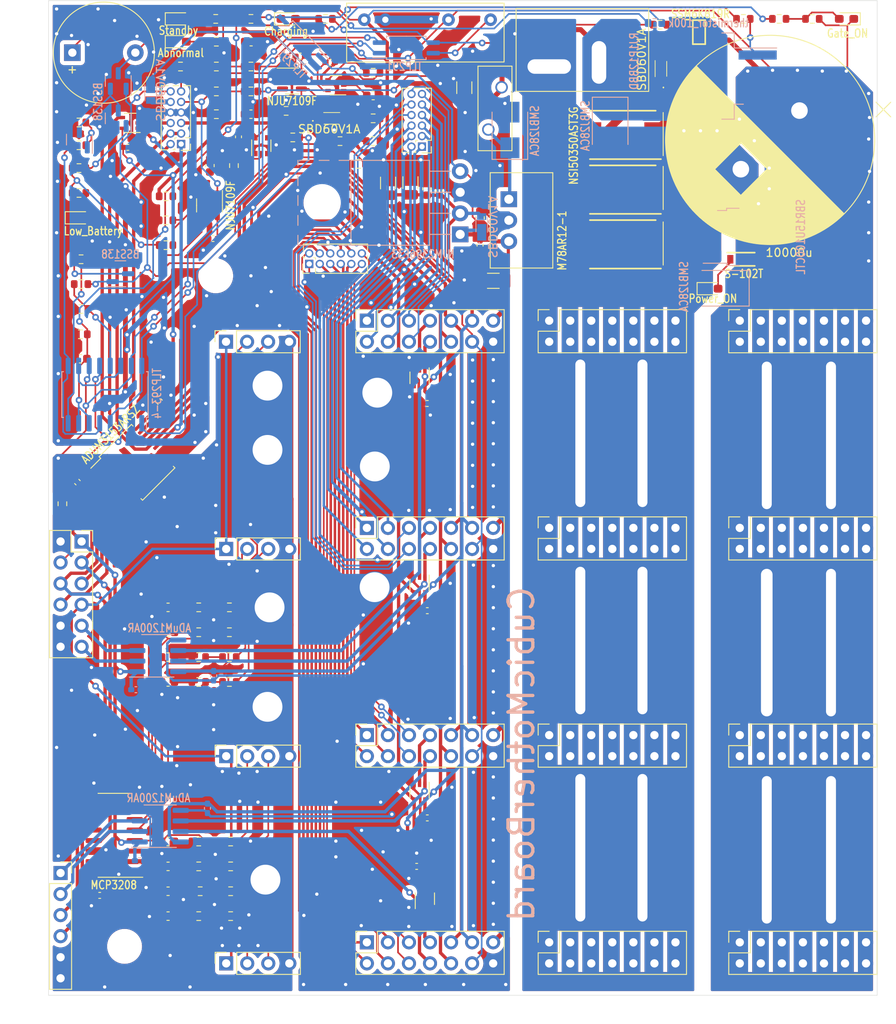
<source format=kicad_pcb>
(kicad_pcb (version 20211014) (generator pcbnew)
  (layers (0 "F.Cu" signal) (31 "B.Cu" signal) (34 "B.Paste" user) (35 "F.Paste" user) (36 "B.SilkS" user "B.Silkscreen") (37 "F.SilkS" user "F.Silkscreen") (38 "B.Mask" user) (39 "F.Mask" user) (44 "Edge.Cuts" user))
  (net 0 "")
  (net 1 "GND")
  (net 2 "VCC")
  (net 3 "+12V")
  (net 4 "Net-(BZ1-Pad2)")
  (net 5 "/MOSI")
  (net 6 "/MISO")
  (net 7 "/Analog_0")
  (net 8 "/Analog_1")
  (net 9 "/Analog_2")
  (net 10 "/Analog_3")
  (net 11 "/Analog_4")
  (net 12 "/Analog_5")
  (net 13 "Net-(D10-Pad2)")
  (net 14 "/Analog_7")
  (net 15 "+3V3")
  (net 16 "GNDPWR")
  (net 17 "VDD")
  (net 18 "/MCLK")
  (net 19 "VSS")
  (net 20 "/D1")
  (net 21 "/D0")
  (net 22 "/D2")
  (net 23 "/D3")
  (net 24 "/D4")
  (net 25 "/D5")
  (net 26 "/D7")
  (net 27 "Net-(D6-Pad2)")
  (net 28 "Net-(D1-Pad2)")
  (net 29 "/~{MSS0}")
  (net 30 "Net-(D14-Pad2)")
  (net 31 "/buzzer_1")
  (net 32 "/~{RESET}")
  (net 33 "/~{SS3}")
  (net 34 "/~{SS4}")
  (net 35 "/~{SS1}")
  (net 36 "/~{SS2}")
  (net 37 "/GPIO1")
  (net 38 "/GPIO2")
  (net 39 "/GPIO0")
  (net 40 "/GPIO3")
  (net 41 "/GPIO29")
  (net 42 "/GPIO28")
  (net 43 "/GPIO15")
  (net 44 "/GPIO14")
  (net 45 "/GPIO13")
  (net 46 "/GPIO8")
  (net 47 "/GPIO12")
  (net 48 "/GPIO9")
  (net 49 "/GPIO18")
  (net 50 "/GPIO19")
  (net 51 "/GPIO17")
  (net 52 "/GPIO20")
  (net 53 "/GPIO16")
  (net 54 "/GPIO21")
  (net 55 "+9V")
  (net 56 "Net-(Q1-Pad3)")
  (net 57 "/~{SD}")
  (net 58 "/buzzer_0")
  (net 59 "Net-(C2-Pad2)")
  (net 60 "Net-(C3-Pad1)")
  (net 61 "Net-(R14-Pad1)")
  (net 62 "/Gate")
  (net 63 "Net-(R16-Pad1)")
  (net 64 "/~{MSS1}")
  (net 65 "/~{MSS2}")
  (net 66 "/~{MSS3}")
  (net 67 "/~{MSS4}")
  (net 68 "/~{SHUTOUT}")
  (net 69 "/Analog_6")
  (net 70 "Net-(Q4-Pad3)")
  (net 71 "Net-(R3-Pad1)")
  (net 72 "Net-(R8-Pad1)")
  (net 73 "+5V")
  (net 74 "Net-(C30-Pad2)")
  (net 75 "Net-(D13-Pad2)")
  (net 76 "Net-(Q2-Pad1)")
  (net 77 "Net-(C21-Pad1)")
  (net 78 "Net-(D14-Pad1)")
  (net 79 "Net-(D15-Pad2)")
  (net 80 "/GPIO6")
  (net 81 "/GPIO7")
  (net 82 "/D6")
  (net 83 "/GPIO26")
  (net 84 "/GPIO27")
  (net 85 "/Gate_direct")
  (net 86 "Net-(D18-Pad1)")
  (net 87 "Net-(Q2-Pad3)")
  (net 88 "Net-(D19-Pad1)")
  (net 89 "/A0")
  (net 90 "/A1")
  (net 91 "/A2")
  (net 92 "/A3")
  (net 93 "/A4")
  (net 94 "/A5")
  (net 95 "/A6")
  (net 96 "/A7")
  (net 97 "/~{ADC_SS}")
  (net 98 "Net-(C31-Pad2)")
  (net 99 "Net-(D3-Pad2)")
  (net 100 "Net-(D18-Pad2)")
  (net 101 "/MISO_A")
  (net 102 "/SOMI")
  (net 103 "/SOMI_3")
  (net 104 "/SOMI_4")
  (net 105 "/SOMI_1")
  (net 106 "/SOMI_2")
  (net 107 "Net-(Q3-Pad1)")
  (net 108 "Net-(Q6-Pad1)")
  (net 109 "Net-(R13-Pad1)")
  (net 110 "Net-(R22-Pad1)")
  (net 111 "Net-(R22-Pad2)")
  (net 112 "Net-(R45-Pad1)")
  (net 113 "Net-(R45-Pad2)")
  (net 114 "/Gate_LED")
  (footprint "Connector_PinSocket_2.54mm:PinSocket_1x04_P2.54mm_Vertical" (layer "F.Cu") (at 91.416 76.152 90)
    (fp_text reference "J4" hide)
    (fp_text value "Conn_01x04")
  )
  (footprint "Connector_PinSocket_2.54mm:PinSocket_1x04_P2.54mm_Vertical" (layer "F.Cu") (at 91.44 101.152 90)
    (fp_text reference "J5" hide)
    (fp_text value "Conn_01x04")
  )
  (footprint "Connector_PinSocket_2.54mm:PinSocket_1x04_P2.54mm_Vertical" (layer "F.Cu") (at 91.44 126.152 90)
    (fp_text reference "J2" hide)
    (fp_text value "Conn_01x04")
  )
  (footprint "Connector_PinSocket_2.54mm:PinSocket_1x04_P2.54mm_Vertical" (layer "F.Cu") (at 91.44 151.152 90)
    (fp_text reference "J3" hide)
    (fp_text value "Conn_01x04")
  )
  (footprint "Connector_PinSocket_2.54mm:PinSocket_2x07_P2.54mm_Vertical" (layer "F.Cu") (at 108.416 123.612 90)
    (fp_text reference "J6" hide)
    (fp_text value "Conn_02x07_Odd_Even")
  )
  (footprint "Connector_PinSocket_2.54mm:PinSocket_2x07_P2.54mm_Vertical" (layer "F.Cu") (at 108.416 148.612 90)
    (fp_text reference "J7" hide)
    (fp_text value "Conn_02x07_Odd_Even")
  )
  (footprint "Connector_PinSocket_2.54mm:PinSocket_2x07_P2.54mm_Vertical" (layer "F.Cu") (at 108.416 73.612 90)
    (fp_text reference "J8" hide)
    (fp_text value "Conn_02x07_Odd_Even")
  )
  (footprint "Connector_PinSocket_2.54mm:PinSocket_2x07_P2.54mm_Vertical" (layer "F.Cu") (at 108.416 98.612 90)
    (fp_text reference "J9" hide)
    (fp_text value "Conn_02x07_Odd_Even")
  )
  (footprint "Connector_PinSocket_2.54mm:PinSocket_2x07_P2.54mm_Vertical" (layer "F.Cu") (at 130.416 73.612 90)
    (fp_text reference "J11" hide)
    (fp_text value "Conn_02x07_Odd_Even")
  )
  (footprint "Connector_PinSocket_2.54mm:PinSocket_2x07_P2.54mm_Vertical" (layer "F.Cu") (at 130.416 98.612 90)
    (fp_text reference "J12" hide)
    (fp_text value "Conn_02x07_Odd_Even")
  )
  (footprint "Connector_PinSocket_2.54mm:PinSocket_2x07_P2.54mm_Vertical" (layer "F.Cu") (at 130.416 123.612 90)
    (fp_text reference "J13" hide)
    (fp_text value "Conn_02x07_Odd_Even")
  )
  (footprint "Connector_PinSocket_2.54mm:PinSocket_2x07_P2.54mm_Vertical" (layer "F.Cu") (at 130.416 148.612 90)
    (fp_text reference "J14" hide)
    (fp_text value "Conn_02x07_Odd_Even")
  )
  (footprint "Connector_PinSocket_2.54mm:PinSocket_2x07_P2.54mm_Vertical" (layer "F.Cu") (at 153.416 73.612 90)
    (fp_text reference "J17" hide)
    (fp_text value "Conn_02x07_Odd_Even")
  )
  (footprint "Connector_PinSocket_2.54mm:PinSocket_2x07_P2.54mm_Vertical" (layer "F.Cu") (at 153.416 98.612 90)
    (fp_text reference "J18" hide)
    (fp_text value "Conn_02x07_Odd_Even")
  )
  (footprint "Connector_PinSocket_2.54mm:PinSocket_2x07_P2.54mm_Vertical" (layer "F.Cu") (at 153.416 123.612 90)
    (fp_text reference "J19" hide)
    (fp_text value "Conn_02x07_Odd_Even")
  )
  (footprint "Connector_PinSocket_2.54mm:PinSocket_2x07_P2.54mm_Vertical" (layer "F.Cu") (at 153.416 148.612 90)
    (fp_text reference "J20" hide)
    (fp_text value "Conn_02x07_Odd_Even")
  )
  (footprint "MountingHole:MountingHole_2.2mm_M2_DIN965_Pad" (layer "F.Cu") (at 134.174 87.1998)
    (fp_text reference "H9" hide)
    (fp_text value "MountingHole_Pad")
  )
  (footprint "Package_TO_SOT_SMD:SOT-23-5" (layer "F.Cu") (at 99.374 44.6998)
    (fp_text reference "U7" hide)
    (fp_text value "NJU7109F" hide)
  )
  (footprint "Resistor_SMD:R_0603_1608Metric" (layer "F.Cu") (at 88.124 114.1998)
    (fp_text reference "R37" hide)
    (fp_text value "20k")
  )
  (footprint "isolation_converter:MAPU01" (layer "F.Cu") (at 108.104 37.2998)
    (fp_text reference "U8" hide)
    (fp_text value "MAPU01-033S09H")
  )
  (footprint "MountingHole:MountingHole_2.2mm_M2_DIN965_Pad" (layer "F.Cu") (at 156.674 112.4498)
    (fp_text reference "H4" hide)
    (fp_text value "MountingHole_Pad")
  )
  (footprint "Capacitor_SMD:C_0402_1005Metric_Pad0.74x0.62mm_HandSolder" (layer "F.Cu") (at 122.074 64.4998 -90)
    (fp_text reference "C16" hide)
    (fp_text value "0.1u")
  )
  (footprint "Capacitor_SMD:C_0603_1608Metric" (layer "F.Cu") (at 84.424 142.4498)
    (fp_text reference "C28" hide)
    (fp_text value "470p")
  )
  (footprint "Resistor_SMD:R_0603_1608Metric" (layer "F.Cu") (at 73.674 49.6998)
    (fp_text reference "R17" hide)
    (fp_text value "100k")
  )
  (footprint "Resistor_SMD:R_0603_1608Metric" (layer "F.Cu") (at 90.249 39.9498)
    (fp_text reference "R18" hide)
    (fp_text value "10k")
  )
  (footprint "LED_SMD:LED_0603_1608Metric_Pad1.05x0.95mm_HandSolder" (layer "F.Cu") (at 85.749 39.9498)
    (fp_text reference "D1" hide)
    (fp_text value "LED_RED")
  )
  (footprint "MountingHole:MountingHole_2.2mm_M2_DIN965_Pad" (layer "F.Cu") (at 141.674 137.1998)
    (fp_text reference "H14" hide)
    (fp_text value "MountingHole_Pad")
  )
  (footprint "Connector_PinSocket_2.54mm:PinSocket_1x06_P2.54mm_Vertical" (layer "F.Cu") (at 71.449 140.2498)
    (fp_text reference "J16" hide)
    (fp_text value "Conn_01x06")
  )
  (footprint "Resistor_SMD:R_0603_1608Metric" (layer "F.Cu") (at 88.124 108.1998)
    (fp_text reference "R38" hide)
    (fp_text value "20k")
  )
  (footprint "Capacitor_SMD:C_0603_1608Metric" (layer "F.Cu") (at 122.074 61.1998 90)
    (fp_text reference "C5" hide)
    (fp_text value "1u")
  )
  (footprint "LED_SMD:LED_0603_1608Metric_Pad1.05x0.95mm_HandSolder" (layer "F.Cu") (at 73.674 61.1998)
    (fp_text reference "D13" hide)
    (fp_text value "LED_RED")
  )
  (footprint "Capacitor_SMD:C_0603_1608Metric" (layer "F.Cu") (at 89.474 54.8998 -90)
    (fp_text reference "C30" hide)
    (fp_text value "1u")
  )
  (footprint "Resistor_SMD:R_0603_1608Metric" (layer "F.Cu") (at 94.424 42.9498 180)
    (fp_text reference "R1" hide)
    (fp_text value "10k")
  )
  (footprint "Package_TO_SOT_SMD:SOT-353_SC-70-5" (layer "F.Cu") (at 79.864 49.7498 180)
    (fp_text reference "U18" hide)
    (fp_text value "74LVC1G125SE-7")
  )
  (footprint "Connector_PinHeader_1.27mm:PinHeader_2x06_P1.27mm_Vertical" (layer "F.Cu") (at 101.456907 66.764955 90)
    (fp_text reference "J22" hide)
    (fp_text value "Conn_02x06_Odd_Even")
  )
  (footprint "Package_TO_SOT_SMD:SOT-353_SC-70-5" (layer "F.Cu") (at 114.774 80.4998 -90)
    (fp_text reference "U14" hide)
    (fp_text value "74LVC1G125SE-7")
  )
  (footprint "Capacitor_SMD:C_0603_1608Metric" (layer "F.Cu") (at 115.674 57.6998 90)
    (fp_text reference "C19" hide)
    (fp_text value "1u")
  )
  (footprint "MountingHole:MountingHole_2.2mm_M2_DIN965_Pad" (layer "F.Cu") (at 141.674 87.1998)
    (fp_text reference "H10" hide)
    (fp_text value "MountingHole_Pad")
  )
  (footprint "Capacitor_SMD:C_0402_1005Metric_Pad0.74x0.62mm_HandSolder" (layer "F.Cu") (at 79.574 52.6998)
    (fp_text reference "C38" hide)
    (fp_text value "0.1u")
  )
  (footprint "Connector_PinSocket_2.54mm:PinSocket_2x06_P2.54mm_Vertical" (layer "F.Cu") (at 73.989 100.2498)
    (fp_text reference "J1" hide)
    (fp_text value "Conn_02x06_Odd_Even")
  )
  (footprint "Resistor_SMD:R_0603_1608Metric" (layer "F.Cu") (at 94.424 37.1998)
    (fp_text reference "R50" hide)
    (fp_text value "10k")
  )
  (footprint "Capacitor_SMD:C_1206_3216Metric" (layer "F.Cu") (at 113.674 56.9498 90)
    (fp_text reference "C17" hide)
    (fp_text value "10u")
  )
  (footprint "T_plug:T_plug_male_diagonal" (layer "F.Cu") (at 133.424 41.9498)
    (fp_text reference "J15" hide)
    (fp_text value "Conn_01x02_Male")
  )
  (footprint "Package_TO_SOT_SMD:SOT-353_SC-70-5" (layer "F.Cu") (at 115.414 143.3498 90)
    (fp_text reference "U15" hide)
    (fp_text value "74LVC1G125SE-7")
  )
  (footprint "Resistor_SMD:R_0603_1608Metric" (layer "F.Cu") (at 88.124 117.1998)
    (fp_text reference "R39" hide)
    (fp_text value "20k")
  )
  (footprint "NSI50350AST3G:DIOM7958X256N" (layer "F.Cu") (at 139.3 57.8 180)
    (fp_text reference "D9" hide)
    (fp_text value "NSI50350AST3G")
  )
  (footprint "Capacitor_SMD:C_0402_1005Metric_Pad0.74x0.62mm_HandSolder" (layer "F.Cu") (at 73.4858 93.0874 -45)
    (fp_text reference "C26" hide)
    (fp_text value "0.1u")
  )
  (footprint "LED_SMD:LED_0603_1608Metric_Pad1.05x0.95mm_HandSolder" (layer "F.Cu") (at 166.299 37.1998 180)
    (fp_text reference "D3" hide)
    (fp_text value "LED_BLUE")
  )
  (footprint "Resistor_SMD:R_0603_1608Metric" (layer "F.Cu") (at 73.849 75.2498)
    (fp_text reference "R11" hide)
    (fp_text value "6.2k")
  )
  (footprint "Package_SO:SOIC-16_3.9x9.9mm_P1.27mm" (layer "F.Cu") (at 77.924 135.6998 180)
    (fp_text reference "U11" hide)
    (fp_text value "MCP3208")
  )
  (footprint "Resistor_SMD:R_0603_1608Metric" (layer "F.Cu") (at 84.174 58.5998)
    (fp_text reference "R36" hide)
    (fp_text value "2.4k")
  )
  (footprint "Resistor_SMD:R_0603_1608Metric" (layer "F.Cu") (at 90.249001 42.9498 180)
    (fp_text reference "R5" hide)
    (fp_text value "1k")
  )
  (footprint "MountingHole:MountingHole_2.2mm_M2_DIN965_Pad" (layer "F.Cu") (at 164.424 87.4498)
    (fp_text reference "H5" hide)
    (fp_text value "MountingHole_Pad")
  )
  (footprint "Package_TO_SOT_SMD:SOT-353_SC-70-5" (layer "F.Cu") (at 95.674 52.4998 90)
    (fp_text reference "U10" hide)
    (fp_text value "74LVC1G125SE-7")
  )
  (footprint "Resistor_SMD:R_0603_1608Metric" (layer "F.Cu") (at 73.924 72.1998)
    (fp_text reference "R4" hide)
    (fp_text value "10k")
  )
  (footprint "Capacitor_SMD:C_0402_1005Metric_Pad0.74x0.62mm_HandSolder" (layer "F.Cu") (at 115.7065 133.5998 180)
    (fp_text reference "C33" hide)
    (fp_text value "0.1u")
  )
  (footprint "MountingHole:MountingHole_2.2mm_M2_DIN965_Pad" (layer "F.Cu") (at 96.674 108.1998)
    (fp_text reference "H22" hide)
    (fp_text value "MountingHole_Pad")
  )
  (footprint "Resistor_SMD:R_0603_1608Metric" (layer "F.Cu") (at 91.824 114.1998)
    (fp_text reference "R27" hide)
    (fp_text value "10k")
  )
  (footprint "MountingHole:MountingHole_2.2mm_M2_DIN965_Pad" (layer "F.Cu") (at 96.424 89.1998)
    (fp_text reference "H23" hide)
    (fp_text value "MountingHole_Pad")
  )
  (footprint "MountingHole:MountingHole_3.2mm_M3" (layer "F.Cu") (at 79.174 149.0998)
    (fp_text reference "H1" hide)
    (fp_text value "MountingHole")
  )
  (footprint "Resistor_SMD:R_0603_1608Metric" (layer "F.Cu") (at 73.674 52.4498)
    (fp_text reference "R12" hide)
    (fp_text value "1k")
  )
  (footprint "Resistor_SMD:R_0603_1608Metric" (layer "F.Cu") (at 91.974 139.4498)
    (fp_text reference "R31" hide)
    (fp_text value "10k")
  )
  (footprint "NSI50350AST3G:DIOM7958X256N" (layer "F.Cu") (at 139.3 64.4 180)
    (fp_text reference "D14" hide)
    (fp_text value "NSI50350AST3G" hide)
  )
  (footprint "Resistor_SMD:R_0603_1608Metric" (layer "F.Cu") (at 109.174 43.6998)
    (fp_text reference "R22" hide)
    (fp_text value "1k")
  )
  (footprint "Resistor_SMD:R_0603_1608Metric" (layer "F.Cu") (at 143.8 37.9)
    (fp_text reference "R21" hide)
    (fp_text value "10k")
  )
  (footprint "MountingHole:MountingHole_2.2mm_M2_DIN965_Pad" (layer "F.Cu") (at 109.374 91.1998)
    (fp_text reference "H18" hide)
    (fp_text value "MountingHole_Pad")
  )
  (footprint "Capacitor_SMD:C_0402_1005Metric_Pad0.74x0.62mm_HandSolder" (layer "F.Cu") (at 89.8565 63.6998 180)
    (fp_text reference "C15" hide)
    (fp_text value "0.1u")
  )
  (footprint "Capacitor_SMD:C_0402_1005Metric_Pad0.74x0.62mm_HandSolder" (layer "F.Cu") (at 76.174 142.9498)
    (fp_text reference "C1" hide)
    (fp_text value "0.1u")
  )
  (footprint "Capacitor_SMD:C_0402_1005Metric_Pad0.74x0.62mm_HandSolder" (layer "F.Cu") (at 117.174 57.9498 90)
    (fp_text reference "C20" hide)
    (fp_text value "0.1u")
  )
  (footprint "LED_SMD:LED_0603_1608Metric_Pad1.05x0.95mm_HandSolder" (layer "F.Cu") (at 149.924 69.7498)
    (fp_text reference "D15" hide)
    (fp_text value "LED_BLUE")
  )
  (footprint "Resistor_SMD:R_0603_1608Metric" (layer "F.Cu") (at 88.299 142.4498)
    (fp_text reference "R43" hide)
    (fp_text value "20k")
  )
  (footprint "Capacitor_SMD:C_0402_1005Metric_Pad0.74x0.62mm_HandSolder" (layer "F.Cu") (at 115.7065 108.5998 180)
    (fp_text reference "C35" hide)
    (fp_text value "0.1u")
  )
  (footprint "Resistor_SMD:R_0603_1608Metric" (layer "F.Cu") (at 109.174 49.1998)
    (fp_text reference "R49" hide)
    (fp_text value "1M")
  )
  (footprint "Resistor_SMD:R_0603_1608Metric" (layer "F.Cu") (at 105.174 51.9498)
    (fp_text reference "R23" hide)
    (fp_text value "3.3k")
  )
  (footprint "CUHS20S40_H3F:CUHS20S40H3F" (layer "F.Cu") (at 104.149 49.1998)
    (fp_text reference "D18" hide)
    (fp_text value "RB168VAM-60" hide)
  )
  (footprint "MountingHole:MountingHole_2.2mm_M2_DIN965_Pad" (layer "F.Cu") (at 134.174 112.1998)
    (fp_text reference "H11" hide)
    (fp_text value "MountingHole_Pad")
  )
  (footprint "Capacitor_SMD:C_0603_1608Metric" (layer "F.Cu") (at 109.174 46.4498 180)
    (fp_text reference "C31" hide)
    (fp_text value "1u")
  )
  (footprint "MountingHole:MountingHole_2.2mm_M2_DIN965_Pad" (layer "F.Cu") (at 96.174 141.0498)
    (fp_text reference "H16" hide)
    (fp_text value "MountingHole_Pad")
  )
  (footprint "LED_SMD:LED_0603_1608Metric_Pad1.05x0.95mm_HandSolder" (layer "F.Cu") (at 98.924 37.1998)
    (fp_text reference "D16" hide)
    (fp_text value "LED_YELLOW")
  )
  (footprint "Capacitor_SMD:C_0603_1608Metric" (layer "F.Cu") (at 84.424 136.4498)
    (fp_text reference "C27" hide)
    (fp_text value "470p")
  )
  (footprint "Resistor_SMD:R_0603_1608Metric" (layer "F.Cu") (at 91.824 111.1998)
    (fp_text reference "R30" hide)
    (fp_text value "10k")
  )
  (footprint "Resistor_SMD:R_0603_1608Metric" (layer "F.Cu") (at 91.974 145.4498)
    (fp_text reference "R35" hide)
    (fp_text value "10k")
  )
  (footprint "SSM6K819R:SOTFL95P280X88-6N" (layer "F.Cu") (at 148.5 38.8)
    (fp_text reference "Q1" hide)
    (fp_text value "SSM6K819R")
  )
  (footprint "Resistor_SMD:R_0603_1608Metric" (layer "F.Cu") (at 98.674 48.2998)
    (fp_text reference "R14" hide)
    (fp_text value "75k")
  )
  (footprint "Capacitor_SMD:C_0402_1005Metric_Pad0.74x0.62mm_HandSolder" (layer "F.Cu") (at 92.924 51.4323 -90)
    (fp_text reference "C36" hide)
    (fp_text value "0.1u")
  )
  (footprint "Fuse:Fuse_BelFuse_0ZRE0016FF_L9.9mm_W3.8mm" (layer "F.Cu") (at 124.674 45.4498 -90)
    (fp_text reference "F1" hide)
    (fp_text value "1.1A/2.2A")
  )
  (footprint "Resistor_SMD:R_0603_1608Metric" (layer "F.Cu") (at 99.474 51.4998)
    (fp_text reference "R45" hide)
    (fp_text value "1k")
  )
  (footprint "Resistor_SMD:R_0603_1608Metric" (layer "F.Cu") (at 88.124 145.4498)
    (fp_text reference "R44" hide)
    (fp_text value "20k")
  )
  (footprint "Package_TO_SOT_THT:TO-220-3_Vertical" (layer "F.Cu") (at 125.55 58.9598 -90)
    (fp_text reference "U9" hide)
    (fp_text value "M78AR12-1")
  )
  (footprint "CUHS20S40_H3F:CUHS20S40H3F" (layer "F.Cu") (at 143.9 43.225 90)
    (fp_text reference "D5" hide)
    (fp_text value "RB168VAM-60" hide)
  )
  (footprint "Resistor_SMD:R_0603_1608Metric" (layer "F.Cu") (at 158.174 37.1998)
    (fp_text reference "R19" hide)
    (fp_text value "47k")
  )
  (footprint "Connector_PinHeader_1.27mm:PinHeader_2x06_P1.27mm_Vertical" (layer "F.Cu") (at 115.066793 52.612869 180)
    (fp_text reference "J23" hide)
    (fp_text value "Conn_02x06_Odd_Even")
  )
  (footprint "Resistor_SMD:R_0603_1608Metric" (layer "F.Cu") (at 90.174 37.1998 180)
    (fp_text reference "R34" hide)
    (fp_text value "10k")
  )
  (footprint "MountingHole:MountingHole_2.2mm_M2_DIN965_Pad" (layer "F.Cu") (at 141.674 112.1998)
    (fp_text reference "H12" hide)
    (fp_text value "MountingHole_Pad")
  )
  (footprint "MountingHole:MountingHole_2.2mm_M2_DIN965_Pad" (layer "F.Cu") (at 164.424 137.4498)
    (fp_text reference "H8" hide)
    (fp_text value "MountingHole_Pad")
  )
  (footprint "Resistor_SMD:R_0603_1608Metric" (layer "F.Cu") (at 94.424 45.9498 180)
    (fp_text reference "R2" hide)
    (fp_text value "10k")
  )
  (footprint "MountingHole:MountingHole_2.2mm_M2_DIN965_Pad" (layer "F.Cu") (at 96.424 81.4498)
    (fp_text reference "H21" hide)
    (fp_text value "MountingHole_Pad")
  )
  (footprint "Resistor_SMD:R_0603_1608Metric" (layer "F.Cu") (at 91.974 136.4498)
    (fp_text reference "R32" hide)
    (fp_text value "10k")
  )
  (footprint "Capacitor_SMD:C_0603_1608Metric" (layer "F.Cu") (at 84.424 108.1998)
    (fp_text reference "C22" hide)
    (fp_text value "470p")
  )
  (footprint "Resistor_SMD:R_0603_1608Metric" (layer "F.Cu") (at 107.424 54.6998)
    (fp_text reference "R15" hide)
    (fp_text value "2.4k")
  )
  (footprint "Capacitor_SMD:C_0603_1608Metric" (layer "F.Cu") (at 84.424 145.4498)
    (fp_text reference "C29" hide)
    (fp_text value "470p")
  )
  (footprint "Capacitor_SMD:C_0603_1608Metric" (layer "F.Cu") (at 84.424 117.1998)
    (fp_text reference "C23" hide)
    (fp_text value "470p")
  )
  (footprint "Capacitor_SMD:C_0402_1005Metric_Pad0.74x0.62mm_HandSolder" (layer "F.Cu") (at 100.374 41.6998 180)
    (fp_text reference "C13" hide)
    (fp_text value "0.1u")
  )
  (footprint "Package_TO_SOT_SMD:SOT-353_SC-70-5" (layer "F.Cu") (at 114.774 105.4998 -90)
    (fp_text reference "U16" hide)
    (fp_text value "74LVC1G125SE-7")
  )
  (footprint "MountingHole:MountingHole_2.2mm_M2_DIN965_Pad" (layer "F.Cu") (at 164.424 112.4498)
    (fp_text reference "H6" hide)
    (fp_text value "MountingHole_Pad")
  )
  (footprint "NSI50350AST3G:DIOM7958X256N" (layer "F.Cu") (at 139.3 51.2 180)
    (fp_text reference "D7" hide)
    (fp_text value "NSI50350AST3G" hide)
  )
  (footprint "Resistor_SMD:R_0603_1608Metric" (layer "F.Cu") (at 73.674 55.1998)
    (fp_text reference "R24" hide)
    (fp_text value "1k")
  )
  (footprint "Buzzer_Beeper:Buzzer_12x9.5RM7.6" (layer "F.Cu") (at 72.874 41.275)
    (fp_text reference "BZ1" hide)
    (fp_text value "UDB-05LFPN")
  )
  (footprint "Capacitor_SMD:C_0603_1608Metric" (layer "F.Cu") (at 94.449 39.9498)
    (fp_text reference "C3" hide)
    (fp_text value "1u")
  )
  (footprint "Capacitor_SMD:C_0603_1608Metric" (layer "F.Cu") (at 84.424 111.1998)
    (fp_text reference "C24" hide)
    (fp_text value "470p")
  )
  (footprint "MountingHole:MountingHole_2.2mm_M2_DIN965_Pad" (layer "F.Cu") (at 156.674 87.4498)
    (fp_text reference "H3" hide)
    (fp_text value "MountingHole_Pad")
  )
  (footprint "Resistor_SMD:R_0603_1608Metric" (layer "F.Cu") (at 92.374 54.8998 90)
    (fp_text reference "R46" hide)
    (fp_text value "1M")
  )
  (footprint "Resistor_SMD:R_0603_1608Metric" (layer "F.Cu") (at 91.974 142.4498)
    (fp_text reference "R33" hide)
    (fp_text value "10k")
  )
  (footprint "MountingHole:MountingHole_3.2mm_M3" (layer "F.Cu") (at 90.174 68.1998)
    (fp_text reference "H2" hide)
    (fp_text value "MountingHole")
  )
  (footprint "Resistor_SMD:R_0603_1608Metric" (layer "F.Cu") (at 85.924 42.9498 180)
    (fp_text reference "R6" hide)
    (fp_text value "1k")
  )
  (footprint "Capacitor_THT:CP_Radial_D25.0mm_P10.00mm_SnapIn" (layer "F.Cu") (at 160.617167 48.264466 -135)
    (fp_text reference "C6" hide)
    (fp_text value "10000u")
  )
  (footprint "Capacitor_SMD:C_1206_3216Metric" (layer "F.Cu") (at 123.674 68.7998 180)
    (fp_text reference "C12" hide)
    (fp_text value "10u")
  )
  (footprint "S-102T:SODFL3516X70N" (layer "F.Cu") (at 153.924 66.1998)
    (fp_text reference "D17" hide)
    (fp_text value "S-102T")
  )
  (footprint "Resistor_SMD:R_0603_1608Metric" (layer "F.Cu") (at 153.849 37.1998)
    (fp_text reference "R20" hide)
    (fp_text value "1k")
  )
  (footprint "Resistor_SMD:R_0603_1608Metric" (layer "F.Cu") (at 91.824 108.1998)
    (fp_text reference "R26" hide)
    (fp_text value "10k")
  )
  (footprint "Resistor_SMD:R_0603_1608Metric" (layer "F.Cu") (at 103.424 37.1998 180)
    (fp_text reference "R28" hide)
    (fp_text value "10k")
  )
  (footprint "Resistor_SMD:R_0603_1608Metric" (layer "F.Cu") (at 88.124 136.4498)
    (fp_text reference "R42" hide)
    (fp_text value "20k")
  )
  (footprint "Resistor_SMD:R_0603_1608Metric" (layer "F.Cu") (at 73.674 58.1998)
    (fp_text reference "R25" hide)
    (fp_text value "10k")
  )
  (footprint "Capacitor_SMD:C_0402_1005Metric_Pad0.74x0.62mm_HandSolder" (layer "F.Cu") (at 103.9915 42.4498)
    (fp_text reference "C37" hide)
    (fp_text value "0.1u")
  )
  (footprint "MountingHole:MountingHole_2.2mm_M2_DIN965_Pad" (layer "F.Cu") (at 96.424 120.1998)
    (fp_text reference "H15" hide)
    (fp_text value "MountingHole_Pad")
  )
  (footprint "Capacitor_SMD:C_0603_1608Metric" (layer "F.Cu") (at 94.424 48.6998)
    (fp_text reference "C21" hide)
    (fp_text value "1u")
  )
  (footprint "Resistor_SMD:R_0603_1608Metric" (layer "F.Cu") (at 71.674 95.6998 -90)
    (fp_text reference "R16" hide)
    (fp_text value "1k")
  )
  (footprint "Capacitor_SMD:C_0603_1608Metric" (layer "F.Cu") (at 73.849 78.1998)
    (fp_text reference "C2" hide)
    (fp_text value "1u")
  )
  (footprint "Resistor_SMD:R_0603_1608Metric" (layer "F.Cu") (at 109.174 51.9498)
    (fp_text reference "R48" hide)
    (fp_text value "10k")
  )
  (footprint "Resistor_SMD:R_0603_1608Metric" (layer "F.Cu") (at 162.174 37.1998)
    (fp_text reference "R9" hide)
    (fp_text value "47k")
  )
  (footprint "Capacitor_SMD:C_0603_1608Metric" (layer "F.Cu") (at 84.424 139.4498)
    (fp_text reference "C25" hide)
    (fp_text value "470p")
  )
  (footprint "ADUM3153:ADUM3153" (layer "F.Cu") (at 80.674 90.6998 45)
    (fp_text reference "IC1" hide)
    (fp_text value "ADUM3153ARSZ")
  )
  (footprint "Resistor_SMD:R_0603_1608Metric" (layer "F.Cu") (at 88.124 139.4498)
    (fp_text reference "R41" hide)
    (fp_text value "20k")
  )
  (footprint "Connector_PinHeader_1.27mm:PinHeader_2x06_P1.27mm_Vertical" (layer "F.Cu") (at 86 52.3 180)
    (fp_text reference "J10" hide)
    (fp_text value "Conn_02x06_Odd_Even")
  )
  (footprint "Resistor_SMD:R_0603_1608Metric" (layer "F.Cu") (at 90.249001 48.6998 180)
    (fp_text reference "R7" hide)
    (fp_text value "1k")
  )
  (footprint "Resistor_SMD:R_0603_1608Metric" (layer "F.Cu") (at 84.174 61.4998 180)
    (fp_text reference "R47" hide)
    (fp_text value "3.3k")
  )
  (footprint "Capacitor_SMD:C_0402_1005Metric_Pad0.74x0.62mm_HandSolder" (layer "F.Cu") (at 114.424 139.4498)
    (fp_text reference "C32" hide)
    (fp_text value "0.1u")
  )
  (footprint "Resistor_SMD:R_0603_1608Metric" (layer "F.Cu") (at 91.824 117.1998)
    (fp_text reference "R29" hide)
    (fp_text value "10k")
  )
  (footprint "Resistor_SMD:R_0603_1608Metric" (layer "F.Cu") (at 73.924 66.1998 180)
    (fp_text reference "R8" hide)
    (fp_text value "220")
  )
  (footprint "MountingHole:MountingHole_2.2mm_M2_DIN965_Pad" (layer "F.Cu") (at 134.174 137.1998)
    (fp_text reference "H13" hide)
    (fp_text value "MountingHole_Pad")
  )
  (footprint "MountingHole:MountingHole_2.2mm_M2_DIN965_Pad" (layer "F.Cu") (at 156.674 137.4498)
    (fp_text reference "H7" hide)
    (fp_text value "MountingHole_Pad")
  )
  (footprint "Capacitor_SMD:C_0402_1005Metric_Pad0.74x0.62mm_HandSolder" (layer "F.Cu") (at 83.3902 83.3724 -45)
    (fp_text reference "C9" hide)
    (fp_text value "0.1u")
  )
  (footprint "Capacitor_SMD:C_1206_3216Metric" (layer "F.Cu") (at 120.174 45.4998 90)
    (fp_text reference "C4" hide)
    (fp_text value "10u")
  )
  (footprint "Resistor_SMD:R_0603_1608Metric" (layer "F.Cu") (at 90.249001 45.9498 180)
    (fp_text reference "R10" hide)
    (fp_text value "1k")
  )
  (footprint "Capacitor_SMD:C_0402_1005Metric_Pad0.74x0.62mm_HandSolder" (layer "F.Cu") (at 115.7065 83.5998 180)
    (fp_text reference "C34" hide)
    (fp_text value "0.1u")
  )
  (footprint "Resistor_SMD:R_0603_1608Metric" (layer "F.Cu") (at 88.124 111.1998)
    (fp_text reference "R40" hide)
    (fp_text value "20k")
  )
  (footprint "Capacitor_SMD:C_0603_1608Metric" (layer "F.Cu") (at 84.424 114.1998)
    (fp_text reference "C14" hide)
    (fp_text value "470p")
  )
  (footprint "Package_TO_SOT_SMD:SOT-353_SC-70-5" (layer "F.Cu") (at 114.774 130.4998 -90)
    (fp_text reference "U17" hide)
    (fp_text value "74LVC1G125SE-7")
  )
  (footprint "Resistor_SMD:R_0603_1608Metric" (layer "F.Cu") (at 73.924 69.1998)
    (fp_text reference "R3" hide)
    (fp_text value "1k")
  )
  (footprint "Capacitor_SMD:C_1206_3216Metric" (layer "F.Cu") (at 110.974 56.9998 90)
    (fp_text reference "C18" hide)
    (fp_text value "10u")
  )
  (footprint "Package_TO_SOT_SMD:SOT-23-5" (layer "F.Cu") (at 89.424 59.6998 -90)
    (fp_text reference "U2" hide)
    (fp_text value "NJU7109F")
  )
  (footprint "LED_SMD:LED_0603_1608Metric_Pad1.05x0.95mm_HandSolder" (layer "F.Cu") (at 85.749 37.1998)
    (fp_text reference "D6" hide)
    (fp_text value "LED_GREEN")
  )
  (footprint "Package_TO_SOT_SMD:SOT-353_SC-70-5" (layer "F.Cu") (at 104.674 45.1998 180)
    (fp_text reference "U12" hide)
    (fp_text value "74LVC1G125SE-7")
  )
  (footprint "MountingHole:MountingHole_2.2mm_M2_DIN965_Pad" (layer "F.Cu") (at 109.347 105.7656)
    (fp_text reference "H19" hide)
    (fp_text value "MountingHole_Pad")
  )
  (footprint "MountingHole:MountingHole_2.2mm_M2_DIN965_Pad" (layer "F.Cu") (at 109.674 82.2998)
    (fp_text reference "H20" hide)
    (fp_text value "MountingHole_Pad")
  )
  (footprint "Resistor_SMD:R_0603_1608Metric" (layer "F.Cu") (at 84.174 64.4998 180)
    (fp_text reference "R13" hide)
    (fp_text value "75k")
  )
  (footprint "Package_TO_SOT_SMD:TO-263-2" (layer "B.Cu") (at 149.8 44.1 180)
    (fp_text reference "Q6" hide)
    (fp_text value "RJ1P12BBD")
  )
  (footprint "Package_TO_SOT_THT:TO-220-4_Horizontal_TabUp" (layer "B.Cu") (at 119.674 63.1998 90)
    (fp_text reference "U6" hide)
    (fp_text value "NJM2396F33")
  )
  (footprint "Diode_SMD:D_SMB" (layer "B.Cu") (at 137.774 50.1998 -90)
    (fp_text reference "D11" hide)
    (fp_text value "SMBJ45A")
  )
  (footprint "Package_TO_SOT_SMD:TO-252-2" (layer "B.Cu") (at 154.3 63.5)
    (fp_text reference "D4" hide)
    (fp_text value "SBR15U100CTL")
  )
  (footprint "CUHS20S40_H3F:CUHS20S40H3F" (layer "B.Cu") (at 122.274 61.9998 90)
    (fp_text reference "D2" hide)
    (fp_text value "RB168VAM-60" hide)
  )
  (footprint "CUHS20S40_H3F:CUHS20S40H3F" (layer "B.Cu") (at 82.3214 46.0908 -90)
    (fp_text reference "D10" hide)
    (fp_text value "RB168VAM-60" hide)
  )
  (footprint "Package_SO:SOIC-4_4.55x2.6mm_P1.27mm" (layer "B.Cu") (at 100.174 40.0998 135)
    (fp_text reference "U13" hide)
    (fp_text value "TLP291")
  )
  (footprint "Package_TO_SOT_SMD:SOT-23" (layer "B.Cu") (at 78.674 67.9498)
    (fp_text reference "Q4" hide)
    (fp_text value "BSS138")
  )
  (footprint "Package_TO_SOT_SMD:SOT-23" (layer "B.Cu") (at 78.4098 44.6998 90)
    (fp_text reference "Q5" hide)
    (fp_text value "BSS138")
  )
  (footprint "Diode_SMD:D_SMB" (layer "B.Cu") (at 125.674 50.599801 90)
    (fp_text reference "D19" hide)
    (fp_text value "SMBJ28CA")
  )
  (footprint "Package_TO_SOT_SMD:SOT-23" (layer "B.Cu") (at 78.4098 49.1998 90)
    (fp_text reference "Q2" hide)
    (fp_text value "BSS138")
  )
  (footprint "Package_SO:SO-16_5.3x10.2mm_P1.27mm" (layer "B.Cu") (at 76.8096 82.5246 90)
    (fp_text reference "U1" hide)
    (fp_text value "TLP293-4")
  )
  (footprint "Package_SO:SOIC-8_3.9x4.9mm_P1.27mm" (layer "B.Cu") (at 83.184906 114.0448)
    (fp_text reference "U3" hide)
    (fp_text value "ADuM1200AR")
  )
  (footprint "Capacitor_SMD:C_0402_1005Metric_Pad0.74x0.62mm_HandSolder" (layer "B.Cu") (at 80.984894 138.768286)
    (fp_text reference "C8" hide)
    (fp_text value "0.1u")
  )
  (footprint "Package_TO_SOT_SMD:SOT-23" (layer "B.Cu") (at 73.724 51.7623 90)
    (fp_text reference "Q3" hide)
    (fp_text value "BSS138")
  )
  (footprint "Resistor_SMD:R_0603_1608Metric" (layer "B.Cu") (at 143.174 37.6998)
    (fp_text reference "TH1" hide)
    (fp_text value "Thermistor_100k")
  )
  (footprint "Package_SO:SOIC-8_3.9x4.9mm_P1.27mm" (layer "B.Cu") (at 83.474 134.5998)
    (fp_text reference "U4" hide)
    (fp_text value "ADuM1200AR")
  )
  (footprint "Capacitor_SMD:C_0402_1005Metric_Pad0.74x0.62mm_HandSolder" (layer "B.Cu") (at 89.924 116.4498 -90)
    (fp_text reference "C10" hide)
    (fp_text value "0.1u")
  )
  (footprint "Diode_SMD:D_SMB" (layer "B.Cu") (at 151 69.7 180)
    (fp_text reference "D12" hide)
    (fp_text value "SMBJ45A")
  )
  (footprint "Capacitor_SMD:C_0402_1005Metric_Pad0.74x0.62mm_HandSolder" (layer "B.Cu") (at 80.5434 118.1342)
    (fp_text reference "C7" hide)
    (fp_text value "0.1u")
  )
  (footprint "Capacitor_SMD:C_0402_1005Metric_Pad0.74x0.62mm_HandSolder" (layer "B.Cu") (at 89.174 132.4498 -90)
    (fp_text reference "C11" hide)
    (fp_text value "0.1u")
  )
  (footprint "Package_SO:SOIC-4_4.55x2.6mm_P1.27mm" (layer "B.Cu") (at 113.174 40.6998)
    (fp_text reference "U5" hide)
    (fp_text value "TLP291")
  )
  (gr_line (start 144.174 61.6998) (end 144.174 66.8998) (layer "F.SilkS") (width 0.12))
  (gr_line (start 144.174 54.9998) (end 144.174 60.1998) (layer "F.SilkS") (width 0.12))
  (gr_line (start 144.174 48.4998) (end 144.174 53.6998) (layer "F.SilkS") (width 0.12))
  (gr_line (start 70 155) (end 170 155) (layer "Edge.Cuts") (width 0.05))
  (gr_line (start 70 35) (end 170 35) (layer "Edge.Cuts") (width 0.05))
  (gr_line (start 70 35) (end 70 155) (layer "Edge.Cuts") (width 0.05))
  (gr_line (start 170 35) (end 170 155) (layer "Edge.Cuts") (width 0.05))
  (gr_text "TLP291" (at 99.374 42.5998 315) (layer "B.SilkS") (effects (font (size 1 0.8)) (justify mirror)))
  (gr_text "BSS138" (at 75.974 47.1998 90) (layer "B.SilkS") (effects (font (size 1 0.8)) (justify mirror)))
  (gr_text "TLP291" (at 112.924 42.9498) (layer "B.SilkS") (effects (font (size 1 0.8)) (justify mirror)))
  (gr_text "BSS138" (at 78.674 65.5998) (layer "B.SilkS") (effects (font (size 1 0.8)) (justify mirror)))
  (gr_text "thermistor_100k" (at 149.674 37.6998) (layer "B.SilkS") (effects (font (size 1 0.8)) (justify mirror)))
  (gr_text "ADuM1200AR" (at 83.374 110.6998) (layer "B.SilkS") (effects (font (size 1 0.8)) (justify mirror)))
  (gr_text "SMBJ28CA" (at 134.774 50.0998 90) (layer "B.SilkS") (effects (font (size 1 0.8)) (justify mirror)))
  (gr_text "SMBJ28CA" (at 146.674 69.4998 90) (layer "B.SilkS") (effects (font (size 1 0.8)) (justify mirror)))
  (gr_text "SBD60V1A" (at 83.474 45.7998 -90) (layer "B.SilkS") (effects (font (size 1 1)) (justify mirror)))
  (gr_text "SBD60V1A" (at 123.574 62.2998 -90) (layer "B.SilkS") (effects (font (size 1 1)) (justify mirror)))
  (gr_text "CubicMotherBoard" (at 127.074 125.8998 90) (layer "B.SilkS") (effects (font (size 3 3) (thickness 0.4)) (justify mirror)))
  (gr_text "SMBJ28CA" (at 128.674 50.6998 90) (layer "B.SilkS") (effects (font (size 1 0.8)) (justify mirror)))
  (gr_text "Gate_ON" (at 166.424 38.9498) (layer "F.SilkS") (effects (font (size 1 0.8))))
  (gr_text "Standby" (at 85.674 38.5998) (layer "F.SilkS") (effects (font (size 1 0.8))))
  (gr_text "Power_ON" (at 150.174 70.9498) (layer "F.SilkS") (effects (font (size 1 0.8))))
  (gr_text "10000u" (at 159.374 65.3998) (layer "F.SilkS") (effects (font (size 1 1))))
  (gr_text "NJU7109F" (at 91.974 59.6998 90) (layer "F.SilkS") (effects (font (size 1 0.8))))
  (gr_text "SBD60V1A" (at 141.574 42.0998 90) (layer "F.SilkS") (effects (font (size 1 1))))
  (gr_text "Low_Battery" (at 75.374 62.7998) (layer "F.SilkS") (effects (font (size 1 0.8))))
  (gr_text "SBD60V1A" (at 103.874 50.4998) (layer "F.SilkS") (effects (font (size 1 1))))
  (gr_text "Abnormal" (at 85.974 41.2998) (layer "F.SilkS") (effects (font (size 1 0.8))))
  (gr_text "NJU7109F" (at 99.374 47.0998) (layer "F.SilkS") (effects (font (size 1 0.8))))
  (gr_text "Charging" (at 98.674 38.6998) (layer "F.SilkS") (effects (font (size 1 0.8))))
  (segment (start 90.681107 115.6998) (end 91.699 114.681907) (width 0.2) (layer "F.Cu") (net 1))
  (segment (start 91.181107 107.1998) (end 88.299 107.1998) (width 0.2) (layer "F.Cu") (net 1))
  (segment (start 98.870869 39.460331) (end 108.474 39.460331) (width 0.2) (layer "F.Cu") (net 1))
  (segment (start 99.06 110.3138) (end 99.06 151.152) (width 1) (layer "F.Cu") (net 1))
  (segment (start 74.504222 80.852612) (end 74.656534 80.7003) (width 0.2) (layer "F.Cu") (net 1))
  (segment (start 97.193116 41.138085) (end 97.9527 40.3785) (width 0.2) (layer "F.Cu") (net 1))
  (segment (start 77.30259 90.853874) (end 77.828074 90.853874) (width 0.4) (layer "F.Cu") (net 1))
  (segment (start 99.06 95.152) (end 99.06 110.3138) (width 1) (layer "F.Cu") (net 1))
  (segment (start 86.774 69.1998) (end 82.774 73.1998) (width 0.2) (layer "F.Cu") (net 1))
  (segment (start 97.9527 40.3785) (end 98.870869 39.460331) (width 0.2) (layer "F.Cu") (net 1))
  (segment (start 80.27872 93.34508) (end 80.77872 93.84508) (width 0.4) (layer "F.Cu") (net 1))
  (segment (start 79.90372 92.97008) (end 80.27872 93.34508) (width 0.4) (layer "F.Cu") (net 1))
  (segment (start 76.590458 91.566006) (end 77.30259 90.853874) (width 0.4) (layer "F.Cu") (net 1))
  (segment (start 89.924 109.6998) (end 90.681107 109.6998) (width 0.2) (layer "F.Cu") (net 1))
  (segment (start 79.807794 94.783342) (end 79.840458 94.783342) (width 0.2) (layer "F.Cu") (net 1))
  (segment (start 88.299 107.1998) (end 87.299 108.1998) (width 0.2) (layer "F.Cu") (net 1))
  (segment (start 74.667781 93.488683) (end 76.590458 91.566006) (width 0.4) (layer "F.Cu") (net 1))
  (segment (start 79.782578 92.97008) (end 79.90372 92.97008) (width 0.2) (layer "F.Cu") (net 1))
  (segment (start 90.181107 112.1998) (end 89.924 112.1998) (width 0.2) (layer "F.Cu") (net 1))
  (segment (start 91.699 108.681907) (end 91.699 107.717693) (width 0.2) (layer "F.Cu") (net 1))
  (segment (start 89.924 119.9498) (end 91.699 118.1748) (width 0.2) (layer "F.Cu") (net 1))
  (segment (start 74.504222 83.869578) (end 74.504222 80.852612) (width 0.2) (layer "F.Cu") (net 1))
  (segment (start 91.699 118.1748) (end 91.699 116.717693) (width 0.2) (layer "F.Cu") (net 1))
  (segment (start 99.036 76.152) (end 99.036 95.128) (width 1) (layer "F.Cu") (net 1))
  (segment (start 73.887083 93.488683) (end 74.667781 93.488683) (width 0.4) (layer "F.Cu") (net 1))
  (segment (start 99.036 95.128) (end 99.06 95.152) (width 1) (layer "F.Cu") (net 1))
  (segment (start 79.840458 94.783342) (end 80.77872 93.84508) (width 0.2) (layer "F.Cu") (net 1))
  (segment (start 91.699 116.717693) (end 90.681107 115.6998) (width 0.2) (layer "F.Cu") (net 1))
  (segment (start 80.77872 93.84508) (end 80.979545 94.045906) (width 0.4) (layer "F.Cu") (net 1))
  (segment (start 86.7995 69.1998) (end 86.774 69.1998) (width 0.2) (layer "F.Cu") (net 1))
  (segment (start 80.979545 94.53083) (end 80.267414 95.242961) (width 0.4) (layer "F.Cu") (net 1))
  (segment (start 87.299 117.1998) (end 88.799 115.6998) (width 0.2) (layer "F.Cu") (net 1))
  (segment (start 79.348175 94.323722) (end 79.348175 94.275625) (width 0.2) (layer "F.Cu") (net 1))
  (segment (start 71.174 90.1998) (end 74.504222 86.869578) (width 0.2) (layer "F.Cu") (net 1))
  (segment (start 91.699 113.717693) (end 90.181107 112.1998) (width 0.2) (layer "F.Cu") (net 1))
  (segment (start 77.828074 90.853874) (end 77.828074 90.894435) (width 0.4) (layer "F.Cu") (net 1))
  (segment (start 91.699 114.681907) (end 91.699 113.717693) (width 0.2) (layer "F.Cu") (net 1))
  (segment (start 88.799 115.6998) (end 90.681107 115.6998) (width 0.2) (layer "F.Cu") (net 1))
  (segment (start 77.828074 90.894435) (end 79.90372 92.97008) (width 0.4) (layer "F.Cu") (net 1))
  (segment (start 90.681107 109.6998) (end 91.699 108.681907) (width 0.2) (layer "F.Cu") (net 1))
  (segment (start 79.613429 93.139229) (end 79.782578 92.97008) (width 0.2) (layer "F.Cu") (net 1))
  (segment (start 74.504222 86.869578) (end 74.504222 83.869578) (width 0.2) (layer "F.Cu") (net 1))
  (segment (start 79.348175 94.275625) (end 80.27872 93.34508) (width 0.2) (layer "F.Cu") (net 1))
  (segment (start 78.888555 93.864103) (end 79.613429 93.139229) (width 0.2) (layer "F.Cu") (net 1))
  (segment (start 80.979545 94.045906) (end 80.979545 94.53083) (width 0.4) (layer "F.Cu") (net 1))
  (segment (start 91.699 107.717693) (end 91.181107 107.1998) (width 0.2) (layer "F.Cu") (net 1))
  (via (at 76.924 137.4498) (size 0.8) (drill 0.4) (layers "F.Cu" "B.Cu") (net 1))
  (via (at 89.924 109.6998) (size 0.8) (drill 0.4) (layers "F.Cu" "B.Cu") (net 1))
  (via (at 94.174 145.2998) (size 0.8) (drill 0.4) (layers "F.Cu" "B.Cu") (net 1))
  (via (at 89.924 112.1998) (size 0.8) (drill 0.4) (layers "F.Cu" "B.Cu") (net 1))
  (via (at 74.656534 80.7003) (size 0.8) (drill 0.4) (layers "F.Cu" "B.Cu") (net 1))
  (via (at 82.774 73.1998) (size 0.8) (drill 0.4) (layers "F.Cu" "B.Cu") (net 1))
  (via (at 81.174 106.5998) (size 0.8) (drill 0.4) (layers "F.Cu" "B.Cu") (net 1))
  (via (at 74.504222 83.869578) (size 0.8) (drill 0.4) (layers "F.Cu" "B.Cu") (net 1))
  (via (at 94.374 136.3998) (size 0.8) (drill 0.4) (layers "F.Cu" "B.Cu") (net 1))
  (via (at 71.174 138.1998) (size 0.8) (drill 0.4) (layers "F.Cu" "B.Cu") (net 1))
  (via (at 82.174 145.4998) (size 0.8) (drill 0.4) (layers "F.Cu" "B.Cu") (net 1))
  (via (at 79.174 110.7998) (size 0.8) (drill 0.4) (layers "F.Cu" "B.Cu") (net 1))
  (via (at 83.974 94.8998) (size 0.8) (drill 0.4) (layers "F.Cu" "B.Cu") (net 1))
  (via (at 79.274 122.8998) (size 0.8) (drill 0.4) (layers "F.Cu" "B.Cu") (net 1))
  (via (at 83.674 137.8998) (size 0.8) (drill 0.4) (layers "F.Cu" "B.Cu") (net 1))
  (via (at 76.774 153.9998) (size 0.8) (drill 0.4) (layers "F.Cu" "B.Cu") (net 1))
  (via (at 84.674 150.1998) (size 0.8) (drill 0.4) (layers "F.Cu" "B.Cu") (net 1))
  (via (at 95.174 103.7998) (size 0.8) (drill 0.4) (layers "F.Cu" "B.Cu") (net 1))
  (via (at 95.274 148.9998) (size 0.8) (drill 0.4) (layers "F.Cu" "B.Cu") (net 1))
  (via (at 83.674 129.7998) (size 0.8) (drill 0.4) (layers "F.Cu" "B.Cu") (net 1))
  (via (at 95.274 131.6998) (size 0.8) (drill 0.4) (layers "F.Cu" "B.Cu") (net 1))
  (via (at 90.474 77.9998) (size 0.8) (drill 0.4) (layers "F.Cu" "B.Cu") (net 1))
  (via (at 95.174 127.9998) (size 0.8) (drill 0.4) (layers "F.Cu" "B.Cu") (net 1))
  (via (at 80.974 129.8998) (size 0.8) (drill 0.4) (layers "F.Cu" "B.Cu") (net 1))
  (via (at 93.074 131.5998) (size 0.8) (drill 0.4) (layers "F.Cu" "B.Cu") (net 1))
  (via (at 90.974 127.9998) (size 0.8) (drill 0.4) (layers "F.Cu" "B.Cu") (net 1))
  (via (at 89.924 119.9498) (size 0.8) (drill 0.4) (layers "F.Cu" "B.Cu") (net 1))
  (via (at 82.474 109.2998) (size 0.8) (drill 0.4) (layers "F.Cu" "B.Cu") (net 1))
  (via (at 93.074 146.8998) (size 0.8) (drill 0.4) (layers "F.Cu" "B.Cu") (net 1))
  (via (at 71.174 90.1998) (size 0.8) (drill 0.4) (layers "F.Cu" "B.Cu") (net 1))
  (via (at 90.174 99.1998) (size 0.8) (drill 0.4) (layers "F.Cu" "B.Cu") (net 1))
  (via (at 75.174 144.1998) (size 0.8) (drill 0.4) (layers "F.Cu" "B.Cu") (net 1))
  (via (at 90.874 146.8998) (size 0.8) (drill 0.4) (layers "F.Cu" "B.Cu") (net 1))
  (via (at 85.474 127.2998) (size 0.8) (drill 0.4) (layers "F.Cu" "B.Cu") (net 1))
  (via (at 86.7995 69.1998) (size 0.8) (drill 0.4) (layers "F.Cu" "B.Cu") (net 1))
  (via (at 97.193116 41.138085) (size 0.8) (drill 0.4) (layers "F.Cu" "B.Cu") (net 1))
  (via (at 86.274 143.4498) (size 0.8) (drill 0.4) (layers "F.Cu" "B.Cu") (net 1))
  (via (at 90.224 140.9498) (size 0.8) (drill 0.4) (layers "F.Cu" "B.Cu") (net 1))
  (via (at 90.274 88.5998) (size 0.8) (drill 0.4) (layers "F.Cu" "B.Cu") (net 1))
  (via (at 85.574 119.0998) (size 0.8) (drill 0.4) (layers "F.Cu" "B.Cu") (net 1))
  (via (at 80.724 120.6498) (size 0.8) (drill 0.4) (layers "F.Cu" "B.Cu") (net 1))
  (via (at 75.574 123.5998) (size 0.8) (drill 0.4) (layers "F.Cu" "B.Cu") (net 1))
  (via (at 90.024 144.0498) (size 0.8) (drill 0.4) (layers "F.Cu" "B.Cu") (net 1))
  (via (at 83.074 102.1998) (size 0.8) (drill 0.4) (layers "F.Cu" "B.Cu") (net 1))
  (via (at 91.774 102.9998) (size 0.8) (drill 0.4) (layers "F.Cu" "B.Cu") (net 1))
  (via (at 94.374 98.1998) (size 0.8) (drill 0.4) (layers "F.Cu" "B.Cu") (net 1))
  (via (at 88.674 90.1998) (size 0.8) (drill 0.4) (layers "F.Cu" "B.Cu") (net 1))
  (via (at 108.474 39.460331) (size 0.8) (drill 0.4) (layers "F.Cu" "B.Cu") (net 1))
  (via (at 83.674 118.6998) (size 0.8) (drill 0.4) (layers "F.Cu" "B.Cu") (net 1))
  (via (at 75.474 129.3998) (size 0.8) (drill 0.4) (layers "F.Cu" "B.Cu") (net 1))
  (via (at 85.574 124.9998) (size 0.8) (drill 0.4) (layers "F.Cu" "B.Cu") (net 1))
  (via (at 70.974 125.0998) (size 0.8) (drill 0.4) (layers "F.Cu" "B.Cu") (net 1))
  (via (at 92.974 148.9998) (size 0.8) (drill 0.4) (layers "F.Cu" "B.Cu") (net 1))
  (via (at 75.174 115.4498) (size 0.8) (drill 0.4) (layers "F.Cu" "B.Cu") (net 1))
  (via (at 90.974 148.9998) (size 0.8) (drill 0.4) (layers "F.Cu" "B.Cu") (net 1))
  (via (at 72.774 118.1998) (size 0.8) (drill 0.4) (layers "F.Cu" "B.Cu") (net 1))
  (via (at 95.174 112.2998) (size 0.8) (drill 0.4) (layers "F.Cu" "B.Cu") (net 1))
  (via (at 85.524 98.4498) (size 0.8) (drill 0.4) (layers "F.Cu" "B.Cu") (net 1))
  (via (at 81.774 100.2998) (size 0.8) (drill 0.4) (layers "F.Cu" "B.Cu") (net 1))
  (via (at 90.174 95.8998) (size 0.8) (drill 0.4) (layers "F.Cu" "B.Cu") (net 1))
  (via (at 78.474 140.3998) (size 0.8) (drill 0.4) (layers "F.Cu" "B.Cu") (net 1))
  (via (at 90.124 137.9998) (size 0.8) (drill 0.4) (layers "F.Cu" "B.Cu") (net 1))
  (via (at 87.074 153.9998) (size 0.8) (drill 0.4) (layers "F.Cu" "B.Cu") (net 1))
  (via (at 89.924 122.9498) (size 0.8) (drill 0.4) (layers "F.Cu" "B.Cu") (net 1))
  (via (at 81.774 141.9998) (size 0.8) (drill 0.4) (layers "F.Cu" "B.Cu") (net 1))
  (via (at 87.124 129.5998) (size 0.8) (drill 0.4) (layers "F.Cu" "B.Cu") (net 1))
  (via (at 92.974 128.1998) (size 0.8) (drill 0.4) (layers "F.Cu" "B.Cu") (net 1))
  (segment (start 80.424 75.5498) (end 80.424 77.4498) (width 0.2) (layer "B.Cu") (net 1))
  (segment (start 81.419 132.6948) (end 80.999 132.6948) (width 0.2) (layer "B.Cu") (net 1))
  (segment (start 81.552394 138.768286) (end 82.274 138.04668) (width 0.2) (layer "B.Cu") (net 1))
  (segment (start 79.9846 79.0621) (end 79.9846 80.3892) (width 0.2) (layer "B.Cu") (net 1))
  (segment (start 79.9846 80.3892) (end 78.424 81.9498) (width 0.2) (layer "B.Cu") (net 1))
  (segment (start 74.9046 79.0621) (end 74.9046 80.452234) (width 0.2) (layer "B.Cu") (net 1))
  (segment (start 80.424 77.4498) (end 79.9846 77.8892) (width 0.2) (layer "B.Cu") (net 1))
  (segment (start 74.9046 80.452234) (end 74.656534 80.7003) (width 0.2) (layer "B.Cu") (net 1))
  (segment (start 97.193116 41.138085) (end 97.192409 41.138085) (width 0.2) (layer "B.Cu") (net 1))
  (segment (start 109.319531 39.460331) (end 108.474 39.460331) (width 0.2) (layer "B.Cu") (net 1))
  (segment (start 95.424 43.3098) (end 95.424 56.794164) (width 0.2) (layer "B.Cu") (net 1))
  (segment (start 95.424 56.794164) (end 86.7995 65.418664) (width 0.2) (layer "B.Cu") (net 1))
  (segment (start 97.192409 41.138085) (end 95.424 42.906494) (width 0.2) (layer "B.Cu") (net 1))
  (segment (start 76.424 81.9498) (end 74.504222 83.869578) (width 0.2) (layer "B.Cu") (net 1))
  (segment (start 82.774 73.1998) (end 80.424 75.5498) (width 0.2) (layer "B.Cu") (net 1))
  (segment (start 95.424 42.906494) (end 95.424 43.3098) (width 0.2) (layer "B.Cu") (net 1))
  (segment (start 82.274 138.04668) (end 82.274 133.5498) (width 0.2) (layer "B.Cu") (net 1))
  (segment (start 82.274 133.5498) (end 81.419 132.6948) (width 0.2) (layer "B.Cu") (net 1))
  (segment (start 79.9846 77.8892) (end 79.9846 79.0621) (width 0.2) (layer "B.Cu") (net 1))
  (segment (start 86.7995 65.418664) (end 86.7995 69.1998) (width 0.2) (layer "B.Cu") (net 1))
  (segment (start 109.924 40.0648) (end 109.319531 39.460331) (width 0.2) (layer "B.Cu") (net 1))
  (segment (start 78.424 81.9498) (end 76.424 81.9498) (width 0.2) (layer "B.Cu") (net 1))
  (segment (start 75.037425 92.1998) (end 76.130839 91.106386) (width 0.4) (layer "F.Cu") (net 2))
  (segment (start 78.024 120.1998) (end 78.024 115.2998) (width 0.4) (layer "F.Cu") (net 2))
  (segment (start 72.924 92.846634) (end 73.084517 92.686117) (width 0.4) (layer "F.Cu") (net 2))
  (segment (start 75.6065 141.5173) (end 75.6065 142.9498) (width 0.4) (layer "F.Cu") (net 2))
  (segment (start 78.024 115.2998) (end 78.024 104.2998) (width 0.4) (layer "F.Cu") (net 2))
  (segment (start 73.084517 92.686117) (end 73.570834 92.1998) (width 0.4) (layer "F.Cu") (net 2))
  (segment (start 77.999 138.8748) (end 78.024 138.8498) (width 0.4) (layer "F.Cu") (net 2))
  (segment (start 76.979 140.1448) (end 75.449 140.1448) (width 0.4) (layer "F.Cu") (net 2))
  (segment (start 78.024 137.2998) (end 78.024 138.8498) (width 0.4) (layer "F.Cu") (net 2))
  (segment (start 76.979 140.1448) (end 75.6065 141.5173) (width 0.4) (layer "F.Cu") (net 2))
  (segment (start 78.796832 136.572632) (end 78.024 135.7998) (width 0.4) (layer "F.Cu") (net 2))
  (segment (start 73.570834 92.1998) (end 75.037425 92.1998) (width 0.4) (layer "F.Cu") (net 2))
  (segment (start 75.449 138.8748) (end 77.999 138.8748) (width 0.4) (layer "F.Cu") (net 2))
  (segment (start 78.024 137.2998) (end 78.024 135.7998) (width 0.4) (layer "F.Cu") (net 2))
  (segment (start 73.989 100.2498) (end 72.924 99.1848) (width 0.4) (layer "F.Cu") (net 2))
  (segment (start 78.024 135.7998) (end 78.024 120.1998) (width 0.4) (layer "F.Cu") (net 2))
  (segment (start 72.924 99.1848) (end 72.924 92.846634) (width 0.4) (layer "F.Cu") (net 2))
  (segment (start 78.674 115.9498) (end 78.024 115.2998) (width 0.4) (layer "F.Cu") (net 2))
  (segment (start 78.024 138.8498) (end 78.024 139.0998) (width 0.4) (layer "F.Cu") (net 2))
  (segment (start 78.024 139.0998) (end 76.979 140.1448) (width 0.4) (layer "F.Cu") (net 2))
  (via (at 78.796832 136.572632) (size 0.8) (drill 0.4) (layers "F.Cu" "B.Cu") (net 2))
  (via (at 78.024 104.2998) (size 0.8) (drill 0.4) (layers "F.Cu" "B.Cu") (net 2))
  (via (at 78.674 115.9498) (size 0.8) (drill 0.4) (layers "F.Cu" "B.Cu") (net 2))
  (segment (start 79.9759 116.683806) (end 80.709906 115.9498) (width 0.4) (layer "B.Cu") (net 2))
  (segment (start 80.709906 115.9498) (end 78.674 115.9498) (width 0.4) (layer "B.Cu") (net 2))
  (segment (start 73.989 100.2498) (end 78.024 104.2848) (width 0.4) (layer "B.Cu") (net 2))
  (segment (start 79.9759 118.1342) (end 79.9759 116.683806) (width 0.4) (layer "B.Cu") (net 2))
  (segment (start 80.417394 137.086406) (end 80.417394 138.768286) (width 0.4) (layer "B.Cu") (net 2))
  (segment (start 80.999 136.5048) (end 78.864664 136.5048) (width 0.4) (layer "B.Cu") (net 2))
  (segment (start 80.999 136.5048) (end 80.417394 137.086406) (width 0.4) (layer "B.Cu") (net 2))
  (segment (start 78.864664 136.5048) (end 78.796832 136.572632) (width 0.4) (layer "B.Cu") (net 2))
  (segment (start 78.024 104.2848) (end 78.024 104.2998) (width 0.4) (layer "B.Cu") (net 2))
  (segment (start 125.006 122.262) (end 123.656 123.612) (width 0.6) (layer "F.Cu") (net 3))
  (segment (start 121.174 56.5798) (end 121.174 61.0748) (width 0.2) (layer "F.Cu") (net 3))
  (segment (start 121.174 61.0748) (end 122.074 61.9748) (width 0.2) (layer "F.Cu") (net 3))
  (segment (start 125.006 72.262) (end 125.006 71.7818) (width 0.6) (layer "F.Cu") (net 3))
  (segment (start 119.674 55.0798) (end 121.174 56.5798) (width 0.2) (layer "F.Cu") (net 3))
  (segment (start 125.006 117.8678) (end 125.006 147.262) (width 0.6) (layer "F.Cu") (net 3))
  (segment (start 125.006 75.6178) (end 125.006 71.7818) (width 0.6) (layer "F.Cu") (net 3))
  (segment (start 125.006 93.2818) (end 125.006 117.8678) (width 0.6) (layer "F.Cu") (net 3))
  (segment (start 123.656 73.612) (end 125.006 72.262) (width 0.6) (layer "F.Cu") (net 3))
  (segment (start 125.006 147.262) (end 123.656 148.612) (width 0.6) (layer "F.Cu") (net 3))
  (segment (start 125.006 93.2818) (end 125.006 97.262) (width 0.6) (layer "F.Cu") (net 3))
  (segment (start 125.006 68.9428) (end 125.149 68.7998) (width 0.6) (layer "F.Cu") (net 3))
  (segment (start 125.006 71.7818) (end 125.006 68.9428) (width 0.6) (layer "F.Cu") (net 3))
  (segment (start 125.006 88.2318) (end 125.006 93.2818) (width 0.6) (layer "F.Cu") (net 3))
  (segment (start 125.006 97.262) (end 123.656 98.612) (width 0.6) (layer "F.Cu") (net 3))
  (segment (start 125.006 75.6178) (end 125.006 88.2318) (width 0.6) (layer "F.Cu") (net 3))
  (segment (start 125.006 117.8678) (end 125.006 122.262) (width 0.6) (layer "F.Cu") (net 3))
  (segment (start 102.023806 43.9243) (end 96.874306 38.7748) (width 0.25) (layer "B.Cu") (net 3))
  (segment (start 118.07452 47.49928) (end 118.699 48.123759) (width 0.25) (layer "B.Cu") (net 3))
  (segment (start 119.674 62.6998) (end 121.799 62.6998) (width 0.4) (layer "B.Cu") (net 3))
  (segment (start 82.3214 44.3024) (end 82.3214 45.1408) (width 0.25) (layer "B.Cu") (net 3))
  (segment (start 96.874306 38.7748) (end 87.849 38.7748) (width 0.25) (layer "B.Cu") (net 3))
  (segment (start 118.07452 47.49928) (end 114.499541 43.9243) (width 0.25) (layer "B.Cu") (net 3))
  (segment (start 87.849 38.7748) (end 82.3214 44.3024) (width 0.25) (layer "B.Cu") (net 3))
  (segment (start 114.499541 43.9243) (end 102.023806 43.9243) (width 0.25) (layer "B.Cu") (net 3))
  (segment (start 118.699 48.123759) (end 118.699 54.6048) (width 0.25) (layer "B.Cu") (net 3))
  (segment (start 118.699 54.6048) (end 119.674 55.5798) (width 0.25) (layer "B.Cu") (net 3))
  (segment (start 84.874 39.9498) (end 81.7992 39.9498) (width 0.2) (layer "F.Cu") (net 4))
  (segment (start 81.7992 39.9498) (end 80.474 41.275) (width 0.2) (layer "F.Cu") (net 4))
  (segment (start 78.4098 43.3392) (end 80.474 41.275) (width 0.2) (layer "B.Cu") (net 4))
  (segment (start 78.4098 43.7623) (end 78.4098 43.3392) (width 0.2) (layer "B.Cu") (net 4))
  (segment (start 76.824 133.2998) (end 76.824 107.5998) (width 0.4) (layer "F.Cu") (net 5))
  (segment (start 75.839 102.707567) (end 74.466767 104.0798) (width 0.4) (layer "F.Cu") (net 5))
  (segment (start 76.824 107.5998) (end 75.924 106.6998) (width 0.4) (layer "F.Cu") (net 5))
  (segment (start 77.509697 92.485245) (end 75.839 94.155942) (width 0.4) (layer "F.Cu") (net 5))
  (segment (start 75.449 133.7948) (end 76.329 133.7948) (width 0.4) (layer "F.Cu") (net 5))
  (segment (start 72.699 104.0798) (end 71.449 105.3298) (width 0.4) (layer "F.Cu") (net 5))
  (segment (start 75.839 94.155942) (end 75.839 102.707567) (width 0.4) (layer "F.Cu") (net 5))
  (segment (start 76.329 133.7948) (end 76.824 133.2998) (width 0.4) (layer "F.Cu") (net 5))
  (segment (start 74.466767 104.0798) (end 72.699 104.0798) (width 0.4) (layer "F.Cu") (net 5))
  (via (at 75.924 106.6998) (size 0.8) (drill 0.4) (layers "F.Cu" "B.Cu") (net 5))
  (segment (start 75.824 106.5998) (end 75.924 106.6998) (width 0.4) (layer "B.Cu") (net 5))
  (segment (start 71.449 105.3298) (end 72.719 106.5998) (width 0.4) (layer "B.Cu") (net 5))
  (segment (start 72.719 106.5998) (end 75.824 106.5998) (width 0.4) (layer "B.Cu") (net 5))
  (segment (start 75.449 135.0648) (end 74.966183 135.0648) (width 0.4) (layer "F.Cu") (net 6))
  (segment (start 74.074 135.956983) (end 74.074 145.2448) (width 0.4) (layer "F.Cu") (net 6))
  (segment (start 74.966183 135.0648) (end 74.074 135.956983) (width 0.4) (layer "F.Cu") (net 6))
  (segment (start 74.074 145.2448) (end 71.449 147.8698) (width 0.4) (layer "F.Cu") (net 6))
  (segment (start 93.749 103.1248) (end 95.174 101.6998) (width 0.2) (layer "F.Cu") (net 7))
  (segment (start 93.222253 79.425747) (end 96.496 76.152) (width 0.2) (layer "F.Cu") (net 7))
  (segment (start 95.174 101.6998) (end 95.174 100.651067) (width 0.2) (layer "F.Cu") (net 7))
  (segment (start 93.222253 98.69932) (end 93.222253 79.425747) (width 0.2) (layer "F.Cu") (net 7))
  (segment (start 93.749 113.0998) (end 93.749 103.1248) (width 0.2) (layer "F.Cu") (net 7))
  (segment (start 95.174 100.651067) (end 93.222253 98.69932) (width 0.2) (layer "F.Cu") (net 7))
  (segment (start 92.649 114.1998) (end 93.749 113.0998) (width 0.2) (layer "F.Cu") (net 7))
  (segment (start 92.822733 108.026067) (end 92.649 108.1998) (width 0.2) (layer "F.Cu") (net 8))
  (segment (start 92.822733 77.285267) (end 92.822733 108.026067) (width 0.2) (layer "F.Cu") (net 8))
  (segment (start 93.956 76.152) (end 92.822733 77.285267) (width 0.2) (layer "F.Cu") (net 8))
  (segment (start 94.149 115.6998) (end 94.149 103.290486) (width 0.2) (layer "F.Cu") (net 9))
  (segment (start 96.287486 101.152) (end 96.52 101.152) (width 0.2) (layer "F.Cu") (net 9))
  (segment (start 92.649 117.1998) (end 94.149 115.6998) (width 0.2) (layer "F.Cu") (net 9))
  (segment (start 94.149 103.290486) (end 96.287486 101.152) (width 0.2) (layer "F.Cu") (net 9))
  (segment (start 93.349 110.4998) (end 93.349 101.783) (width 0.2) (layer "F.Cu") (net 10))
  (segment (start 93.349 101.783) (end 93.98 101.152) (width 0.2) (layer "F.Cu") (net 10))
  (segment (start 92.649 111.1998) (end 93.349 110.4998) (width 0.2) (layer "F.Cu") (net 10))
  (segment (start 96.52 135.7288) (end 96.52 126.152) (width 0.2) (layer "F.Cu") (net 11))
  (segment (start 92.799 139.4498) (end 96.52 135.7288) (width 0.2) (layer "F.Cu") (net 11))
  (segment (start 93.98 135.2688) (end 93.98 126.152) (width 0.2) (layer "F.Cu") (net 12))
  (segment (start 92.799 136.4498) (end 93.98 135.2688) (width 0.2) (layer "F.Cu") (net 12))
  (segment (start 82.5006 47.22) (end 82.3214 47.0408) (width 0.6) (layer "B.Cu") (net 13))
  (segment (start 84.73 47.22) (end 82.5006 47.22) (width 0.6) (layer "B.Cu") (net 13))
  (segment (start 93.98 146.6308) (end 93.98 151.152) (width 0.2) (layer "F.Cu") (net 14))
  (segment (start 92.799 145.4498) (end 93.98 146.6308) (width 0.2) (layer "F.Cu") (net 14))
  (segment (start 109.305031 54.930831) (end 109.305031 56.805831) (width 0.4) (layer "F.Cu") (net 15))
  (segment (start 100.746262 49.76) (end 97.0138 49.76) (width 0.4) (layer "F.Cu") (net 15))
  (segment (start 72.874 40.7498) (end 77.974 35.6498) (width 0.2) (layer "F.Cu") (net 15))
  (segment (start 102.474 43.3998) (end 103.424 42.4498) (width 0.2) (layer "F.Cu") (net 15))
  (segment (start 85.03725 75.26305) (end 85.03725 80.922784) (width 0.4) (layer "F.Cu") (net 15))
  (segment (start 90.374 60.8373) (end 90.374 63.6498) (width 0.2) (layer "F.Cu") (net 15))
  (segment (start 82.976621 84.260605) (end 81.133619 86.103606) (width 0.4) (layer "F.Cu") (net 15))
  (segment (start 85.688164 55.413964) (end 83.349 57.753128) (width 0.4) (layer "F.Cu") (net 15))
  (segment (start 117.1315 58.4748) (end 117.174 58.5173) (width 0.4) (layer "F.Cu") (net 15))
  (segment (start 100.9415 41.6998) (end 100.9415 41.6323) (width 0.2) (layer "F.Cu") (net 15))
  (segment (start 116.424 105.4498) (end 115.424 106.4498) (width 0.4) (layer "F.Cu") (net 15))
  (segment (start 116.274 82.9998) (end 116.274 83.5998) (width 0.4) (layer "F.Cu") (net 15))
  (segment (start 115.424 132.6998) (end 116.274 133.5498) (width 0.4) (layer "F.Cu") (net 15))
  (segment (start 92.549 35.6498) (end 90.999 37.1998) (width 0.2) (layer "F.Cu") (net 15))
  (segment (start 121.116 68.260359) (end 118.274489 65.418848) (width 0.4) (layer "F.Cu") (net 15))
  (segment (start 102.474 45.136196) (end 102.474 43.3998) (width 0.2) (layer "F.Cu") (net 15))
  (segment (start 115.424 81.4498) (end 115.4477 81.4498) (width 0.4) (layer "F.Cu") (net 15))
  (segment (start 116.274 133.5498) (end 116.274 133.5998) (width 0.4) (layer "F.Cu") (net 15))
  (segment (start 105.851818 36.821982) (end 104.679636 35.6498) (width 0.2) (layer "F.Cu") (net 15))
  (segment (start 85.03725 80.922784) (end 82.988917 82.971117) (width 0.4) (layer "F.Cu") (net 15))
  (segment (start 91.014722 37.1998) (end 90.999 37.1998) (width 0.2) (layer "F.Cu") (net 15))
  (segment (start 96.8138 49.76) (end 97.0138 49.76) (width 0.2) (layer "F.Cu") (net 15))
  (segment (start 102.930031 51.943769) (end 100.746262 49.76) (width 0.4) (layer "F.Cu") (net 15))
  (segment (start 115.424 81.4498) (end 115.424 82.1498) (width 0.4) (layer "F.Cu") (net 15))
  (segment (start 114.764 140.374688) (end 113.8565 139.467189) (width 0.4) (layer "F.Cu") (net 15))
  (segment (start 72.874 41.275) (end 72.874 40.7498) (width 0.2) (layer "F.Cu") (net 15))
  (segment (start 111.024 58.4248) (end 110.974 58.4748) (width 0.4) (layer "F.Cu") (net 15))
  (segment (start 106.805031 55.818769) (end 103.330031 52.343769) (width 0.4) (layer "F.Cu") (net 15))
  (segment (start 82.988917 82.971117) (end 82.976621 82.983413) (width 0.4) (layer "F.Cu") (net 15))
  (segment (start 110.874 42.8998) (end 110.874 43.5898) (width 0.4) (layer "F.Cu") (net 15))
  (segment (start 91.074 39.9498) (end 91.074 37.2748) (width 0.2) (layer "F.Cu") (net 15))
  (segment (start 110.874 52.618428) (end 110.358314 53.134114) (width 0.4) (layer "F.Cu") (net 15))
  (segment (start 104.679636 35.6498) (end 93.424 35.6498) (width 0.2) (layer "F.Cu") (net 15))
  (segment (start 113.674 58.4248) (end 111.024 58.4248) (width 0.4) (layer "F.Cu") (net 15))
  (segment (start 109.461062 58.4748) (end 109.305031 58.318769) (width 0.4) (layer "F.Cu") (net 15))
  (segment (start 110.874 42.3998) (end 110.874 42.8998) (width 0.4) (layer "F.Cu") (net 15))
  (segment (start 85.688164 55.413964) (end 85.03725 56.064879) (width 0.4) (layer "F.Cu") (net 15))
  (segment (start 109.305031 58.318769) (end 109.055031 58.068769) (width 0.4) (layer "F.Cu") (net 15))
  (segment (start 93.424 35.6498) (end 92.549 35.6498) (width 0.2) (layer "F.Cu") (net 15))
  (segment (start 92.2342 49.76) (end 86 49.76) (width 0.4) (layer "F.Cu") (net 15))
  (segment (start 91.342129 49.76) (end 85.688164 55.413964) (width 0.4) (layer "F.Cu") (net 15))
  (segment (start 106.950034 41.4898) (end 107.472042 42.011808) (width 0.2) (layer "F.Cu") (net 15))
  (segment (start 98.801886 52.2998) (end 103.286062 52.2998) (width 0.2) (layer "F.Cu") (net 15))
  (segment (start 110.974 58.4748) (end 109.461062 58.4748) (width 0.4) (layer "F.Cu") (net 15))
  (segment (start 121.116 73.612) (end 121.116 68.260359) (width 0.4) (layer "F.Cu") (net 15))
  (segment (start 118.274489 62.059311) (end 119.674 60.6598) (width 0.4) (layer "F.Cu") (net 15))
  (segment (start 103.286062 52.2998) (end 103.330031 52.343769) (width 0.2) (layer "F.Cu") (net 15))
  (segment (start 104.384 41.4898) (end 104.464 41.4898) (width 0.2) (layer "F.Cu") (net 15))
  (segment (start 100.9415 41.6323) (end 101.084 41.4898) (width 0.2) (layer "F.Cu") (net 15))
  (segment (start 109.055031 58.068769) (end 106.805031 55.818769) (width 0.4) (layer "F.Cu") (net 15))
  (segment (start 110.358314 53.134114) (end 110.79852 52.693909) (width 0.4) (layer "F.Cu") (net 15))
  (segment (start 113.8565 139.467189) (end 113.8565 139.4498) (width 0.4) (layer "F.Cu") (net 15))
  (segment (start 97.0138 49.76) (end 95.2138 49.76) (width 0.4) (layer "F.Cu") (net 15))
  (segment (start 105.851818 36.821982) (end 106.329636 37.2998) (width 0.2) (layer "F.Cu") (net 15))
  (segment (start 90.374 60.727686) (end 98.801886 52.2998) (width 0.2) (layer "F.Cu") (net 15))
  (segment (start 79.0065 52.6998) (end 78.914 52.6073) (width 0.2) (layer "F.Cu") (net 15))
  (segment (start 79.0065 52.6998) (end 79.0065 53.5323) (width 0.2) (layer "F.Cu") (net 15))
  (segment (start 113.3245 138.9178) (end 113.8565 139.4498) (width 0.4) (layer "F.Cu") (net 15))
  (segment (start 94.589 50.8648) (end 95.024 51.2998) (width 0.2) (layer "F.Cu") (net 15))
  (segment (start 115.424 131.4498) (end 115.424 132.6998) (width 0.4) (layer "F.Cu") (net 15))
  (segment (start 95.2138 49.76) (end 91.342129 49.76) (width 0.4) (layer "F.Cu") (net 15))
  (segment (start 77.974 35.6498) (end 93.424 35.6498) (width 0.2) (layer "F.Cu") (net 15))
  (segment (start 119.674 60.6598) (end 117.5315 58.5173) (width 0.4) (layer "F.Cu") (net 15))
  (segment (start 78.914 52.6073) (end 78.914 50.3998) (width 0.2) (layer "F.Cu") (net 15))
  (segment (start 116.424 130.4498) (end 115.424 131.4498) (width 0.4) (layer "F.Cu") (net 15))
  (segment (start 115.424 107.6998) (end 116.274 108.5498) (width 0.4) (layer "F.Cu") (net 15))
  (segment (start 82.976621 82.983413) (end 82.976621 84.260605) (width 0.4) (layer "F.Cu") (net 15))
  (segment (start 109.305031 56.805831) (end 110.974 58.4748) (width 0.4) (layer "F.Cu") (net 15))
  (segment (start 103.330031 52.343769) (end 102.930031 51.943769) (width 0.4) (layer "F.Cu") (net 15))
  (segment (start 100.5115 42.1298) (end 100.9415 41.6998) (width 0.2) (layer "F.Cu") (net 15))
  (segment (start 114.764 142.3998) (end 114.764 140.374688) (width 0.4) (layer "F.Cu") (net 15))
  (segment (start 115.624 58.4248) (end 115.674 58.4748) (width 0.4) (layer "F.Cu") (net 15))
  (segment (start 106.329636 37.2998) (end 108.104 37.2998) (width 0.2) (layer "F.Cu") (net 15))
  (segment (start 109.305031 54.187398) (end 110.358314 53.134114) (width 0.4) (layer "F.Cu") (net 15))
  (segment (start 95.024 51.2998) (end 95.024 51.5498) (width 0.2) (layer "F.Cu") (net 15))
  (segment (start 110.486008 42.011808) (end 110.874 42.3998) (width 0.2) (layer "F.Cu") (net 15))
  (segment (start 103.724 45.8498) (end 103.187604 45.8498) (width 0.2) (layer "F.Cu") (net 15))
  (segment (start 113.3245 134.1998) (end 113.3245 138.9178) (width 0.4) (layer "F.Cu") (net 15))
  (segment (start 101.084 41.4898) (end 104.464 41.4898) (width 0.2) (layer "F.Cu") (net 15))
  (segment (start 115.424 82.1498) (end 116.274 82.9998) (width 0.4) (layer "F.Cu") (net 15))
  (segment (start 116.274 108.5498) (end 116.274 108.5998) (width 0.4) (layer "F.Cu") (net 15))
  (segment (start 110.874 42.3998) (end 110.874 40.0698) (width 0.4) (layer "F.Cu") (net 15))
  (segment (start 90.374 60.8373) (end 90.374 60.727686) (width 0.2) (layer "F.Cu") (net 15))
  (segment (start 79.0065 53.5323) (end 79.774 54.2998) (width 0.2) (layer "F.Cu") (net 15))
  (segment (start 100.5115 43.7498) (end 100.5115 42.1298) (width 0.2) (layer "F.Cu") (net 15))
  (segment (start 117.5315 58.5173) (end 117.174 58.5173) (width 0.4) (layer "F.Cu") (net 15))
  (segment (start 115.424 106.4498) (end 115.424 107.6998) (width 0.4) (layer "F.Cu") (net 15))
  (segment (start 118.274489 65.418848) (end 118.274489 62.059311) (width 0.4) (layer "F.Cu") (net 15))
  (segment (start 103.424 42.4498) (end 104.384 41.4898) (width 0.2) (layer "F.Cu") (net 15))
  (segment (start 113.674 58.4248) (end 115.624 58.4248) (width 0.4) (layer "F.Cu") (net 15))
  (segment (start 115.674 58.4748) (end 117.1315 58.4748) (width 0.4) (layer "F.Cu") (net 15))
  (segment (start 116.4977 130.4498) (end 116.424 130.4498) (width 0.4) (layer "F.Cu") (net 15))
  (segment (start 107.472042 42.011808) (end 110.486008 42.011808) (width 0.2) (layer "F.Cu") (net 15))
  (segment (start 110.874 40.0698) (end 108.104 37.2998) (width 0.4) (layer "F.Cu") (net 15))
  (segment (start 110.874 43.5898) (end 110.874 52.618428) (width 0.4) (layer "F.Cu") (net 15))
  (segment (start 92.924 50.8648) (end 94.589 50.8648) (width 0.2) (layer "F.Cu") (net 15))
  (segment (start 85.03725 56.064879) (end 85.03725 56.06655) (width 0.4) (layer "F.Cu") (net 15))
  (segment (start 83.349 57.753128) (end 83.349 58.5998) (width 0.4) (layer "F.Cu") (net 15))
  (segment (start 109.305031 54.930831) (end 109.305031 54.187398) (width 0.4) (layer "F.Cu") (net 15))
  (segment (start 115.4477 81.4498) (end 116.4977 80.3998) (width 0.4) (layer "F.Cu") (net 15))
  (segment (start 103.187604 45.8498) (end 102.474 45.136196) (width 0.2) (layer "F.Cu") (net 15))
  (segment (start 95.024 51.5498) (end 96.8138 49.76) (width 0.2) (layer "F.Cu") (net 15))
  (segment (start 90.374 63.6498) (end 90.424 63.6998) (width 0.2) (layer "F.Cu") (net 15))
  (segment (start 104.464 41.4898) (end 106.950034 41.4898) (width 0.2) (layer "F.Cu") (net 15))
  (segment (start 95.2138 49.76) (end 92.2342 49.76) (width 0.4) (layer "F.Cu") (net 15))
  (via (at 85.03725 56.06655) (size 0.8) (drill 0.4) (layers "F.Cu" "B.Cu") (net 15))
  (via (at 116.4977 130.4498) (size 0.8) (drill 0.4) (layers "F.Cu" "B.Cu") (net 15))
  (via (at 79.774 54.2998) (size 0.8) (drill 0.4) (layers "F.Cu" "B.Cu") (net 15))
  (via (at 113.3245 134.1998) (size 0.8) (drill 0.4) (layers "F.Cu" "B.Cu") (net 15))
  (via (at 116.424 105.4498) (size 0.8) (drill 0.4) (layers "F.Cu" "B.Cu") (net 15))
  (via (at 116.4977 80.3998) (size 0.8) (drill 0.4) (layers "F.Cu" "B.Cu") (net 15))
  (via (at 85.03725 75.26305) (size 0.8) (drill 0.4) (layers "F.Cu" "B.Cu") (net 15))
  (segment (start 121.116 73.612) (end 119.866 74.862) (width 0.4) (layer "B.Cu") (net 15))
  (segment (start 76.917237 80.410052) (end 75.927488 81.3998) (width 0.2) (layer "B.Cu") (net 15))
  (segment (start 73.6346 80.9104) (end 73.6346 79.0621) (width 0.2) (layer "B.Cu") (net 15))
  (segment (start 78.7146 76.9092) (end 78.7146 74.6857) (width 0.2) (layer "B.Cu") (net 15))
  (segment (start 85.008683 131.8823) (end 89.174 131.8823) (width 0.4) (layer "B.Cu") (net 15))
  (segment (start 75.927488 81.3998) (end 74.124 81.3998) (width 0.2) (layer "B.Cu") (net 15))
  (segment (start 119.866 127.0815) (end 119.08585 127.86165) (width 0.4) (layer "B.Cu") (net 15))
  (segment (start 119.866 115.2578) (end 119.866 122.362) (width 0.4) (layer "B.Cu") (net 15))
  (segment (start 85.03725 68.36305) (end 85.03725 75.26305) (width 0.4) (layer "B.Cu") (net 15))
  (segment (start 119.866 77.0315) (end 119.866 75.6778) (width 0.4) (layer "B.Cu") (net 15))
  (segment (start 119.866 115.2578) (end 119.866 125.1418) (width 0.4) (layer "B.Cu") (net 15))
  (segment (start 119.866 125.1418) (end 119.866 147.362) (width 0.4) (layer "B.Cu") (net 15))
  (segment (start 119.866 122.362) (end 121.116 123.612) (width 0.4) (layer "B.Cu") (net 15))
  (segment (start 116.4977 130.4498) (end 113.3245 133.623) (width 0.4) (layer "B.Cu") (net 15))
  (segment (start 142.49852 36.19932) (end 143.999 37.6998) (width 0.2) (layer "B.Cu") (net 15))
  (segment (start 119.866 100.0078) (end 119.866 102.0078) (width 0.4) (layer "B.Cu") (net 15))
  (segment (start 119.866 74.862) (end 119.866 75.6778) (width 0.4) (layer "B.Cu") (net 15))
  (segment (start 105.9915 115.8823) (end 89.924 115.8823) (width 0.4) (layer "B.Cu") (net 15))
  (segment (start 119.866 100.0078) (end 119.866 115.2578) (width 0.4) (layer "B.Cu") (net 15))
  (segment (start 121.884 60.6598) (end 122.274 61.0498) (width 0.4) (layer "B.Cu") (net 15))
  (segment (start 78.7146 79.0621) (end 78.7146 76.9092) (width 0.2) (layer "B.Cu") (net 15))
  (segment (start 119.866 102.0078) (end 116.424 105.4498) (width 0.4) (layer "B.Cu") (net 15))
  (segment (start 119.08585 127.86165) (end 116.4977 130.4498) (width 0.4) (layer "B.Cu") (net 15))
  (segment (start 78.7146 79.6592) (end 77.963748 80.410052) (width 0.2) (layer "B.Cu") (net 15))
  (segment (start 108.104 37.2998) (end 109.20448 36.19932) (width 0.2) (layer "B.Cu") (net 15))
  (segment (start 84.574 135.8498) (end 85.229 136.5048) (width 0.4) (layer "B.Cu") (net 15))
  (segment (start 77.963748 80.410052) (end 76.917237 80.410052) (width 0.2) (layer "B.Cu") (net 15))
  (segment (start 90.339 132.8648) (end 89.424 131.9498) (width 0.4) (layer "B.Cu") (net 15))
  (segment (start 113.3245 133.623) (end 113.3245 134.1998) (width 0.4) (layer "B.Cu") (net 15))
  (segment (start 85.727406 115.8823) (end 85.659906 115.9498) (width 0.4) (layer "B.Cu") (net 15))
  (segment (start 74.124 81.3998) (end 73.6346 80.9104) (width 0.2) (layer "B.Cu") (net 15))
  (segment (start 119.866 95.5778) (end 119.866 100.0078) (width 0.4) (layer "B.Cu") (net 15))
  (segment (start 119.866 75.6778) (end 119.866 95.5778) (width 0.4) (layer "B.Cu") (net 15))
  (segment (start 119.866 147.362) (end 121.116 148.612) (width 0.4) (layer "B.Cu") (net 15))
  (segment (start 85.229 136.5048) (end 85.949 136.5048) (width 0.4) (layer "B.Cu") (net 15))
  (segment (start 119.866 97.362) (end 121.116 98.612) (width 0.4) (layer "B.Cu") (net 15))
  (segment (start 109.20448 36.19932) (end 142.49852 36.19932) (width 0.2) (layer "B.Cu") (net 15))
  (segment (start 85.03725 56.06655) (end 85.03725 68.36305) (width 0.4) (layer "B.Cu") (net 15))
  (segment (start 84.574 135.8498) (end 84.574 132.316983) (width 0.4) (layer "B.Cu") (net 15))
  (segment (start 119.674 60.6598) (end 121.884 60.6598) (width 0.4) (layer "B.Cu") (net 15))
  (segment (start 115.608114 127.86165) (end 110.604964 132.8648) (width 0.4) (layer "B.Cu") (net 15))
  (segment (start 84.574 132.316983) (end 85.008683 131.8823) (width 0.4) (layer "B.Cu") (net 15))
  (segment (start 78.7146 74.6857) (end 85.03725 68.36305) (width 0.2) (layer "B.Cu") (net 15))
  (segment (start 78.7146 79.0621) (end 78.7146 79.6592) (width 0.2) (layer "B.Cu") (net 15))
  (segment (start 116.424 105.4498) (end 105.9915 115.8823) (width 0.4) (layer "B.Cu") (net 15))
  (segment (start 119.866 125.1418) (end 119.866 127.0815) (width 0.4) (layer "B.Cu") (net 15))
  (segment (start 81.54075 56.06655) (end 85.03725 56.06655) (width 0.2) (layer "B.Cu") (net 15))
  (segment (start 89.924 115.8823) (end 85.727406 115.8823) (width 0.4) (layer "B.Cu") (net 15))
  (segment (start 119.866 95.5778) (end 119.866 97.362) (width 0.4) (layer "B.Cu") (net 15))
  (segment (start 110.604964 132.8648) (end 90.339 132.8648) (width 0.4) (layer "B.Cu") (net 15))
  (segment (start 79.774 54.2998) (end 81.54075 56.06655) (width 0.2) (layer "B.Cu") (net 15))
  (segment (start 116.4977 80.3998) (end 119.866 77.0315) (width 0.4) (layer "B.Cu") (net 15))
  (segment (start 119.08585 127.86165) (end 115.608114 127.86165) (width 0.4) (layer "B.Cu") (net 15))
  (segment (start 101.501542 74.799858) (end 101.75903 75.057344) (width 0.3) (layer "F.Cu") (net 16))
  (segment (start 97.658314 69.315486) (end 96.874 70.0998) (width 0.3) (layer "F.Cu") (net 16))
  (segment (start 99.158314 72.456629) (end 99.158314 64.965486) (width 0.3) (layer "F.Cu") (net 16))
  (segment (start 98.2365 44.6998) (end 98.874 44.6998) (width 0.3) (layer "F.Cu") (net 16))
  (segment (start 104.924 44.6998) (end 104.524 45.0998) (width 0.3) (layer "F.Cu") (net 16))
  (segment (start 114.774 105.8748) (end 114.124 105.2248) (width 0.3) (layer "F.Cu") (net 16))
  (segment (start 84.310575 91.1998) (end 85.217161 90.293214) (width 0.3) (layer "F.Cu") (net 16))
  (segment (start 83.174 90.4498) (end 83.674 90.9498) (width 0.3) (layer "F.Cu") (net 16))
  (segment (start 104.924 45.7248) (end 105.049 45.8498) (width 0.3) (layer "F.Cu") (net 16))
  (segment (start 114.124 80.2248) (end 114.674 80.7748) (width 0.3) (layer "F.Cu") (net 16))
  (segment (start 83.222097 90.4498) (end 83.174 90.4498) (width 0.3) (layer "F.Cu") (net 16))
  (segment (start 101.501542 74.799858) (end 99.158314 72.456629) (width 0.3) (layer "F.Cu") (net 16))
  (segment (start 113.534661 44.9998) (end 111.974 46.560461) (width 0.3) (layer "F.Cu") (net 16))
  (segment (start 114.9915 139.4498) (end 114.9915 139.5173) (width 0.3) (layer "F.Cu") (net 16))
  (segment (start 104.924 44.6998) (end 104.924 45.7248) (width 0.3) (layer "F.Cu") (net 16))
  (segment (start 99.857525 62.144955) (end 97.658314 64.344166) (width 0.3) (layer "F.Cu") (net 16))
  (segment (start 82.924 90.1998) (end 83.174 90.4498) (width 0.3) (layer "F.Cu") (net 16))
  (segment (start 116.064 143.4498) (end 115.424 142.8098) (width 0.3) (layer "F.Cu") (net 16))
  (segment (start 105.074 44.5498) (end 104.924 44.6998) (width 0.3) (layer "F.Cu") (net 16))
  (segment (start 104.524 45.0998) (end 103.074 45.0998) (width 0.3) (layer "F.Cu") (net 16))
  (segment (start 99.158314 64.965486) (end 100.478845 63.644955) (width 0.3) (layer "F.Cu") (net 16))
  (segment (start 103.206861 63.644955) (end 103.717853 64.155947) (width 0.3) (layer "F.Cu") (net 16))
  (segment (start 104.05903 123.58483) (end 104.824 124.3498) (width 0.3) (layer "F.Cu") (net 16))
  (segment (start 100.259511 127.031111) (end 100.259511 75.679145) (width 0.3) (layer "F.Cu") (net 16))
  (segment (start 118.924 69.351272) (end 118.924 71.4498) (width 0.4) (layer "F.Cu") (net 16))
  (segment (start 98.656107 44.6998) (end 99.2915 44.064406) (width 0.3) (layer "F.Cu") (net 16))
  (segment (start 80.1415 52.6998) (end 80.074 52.6323) (width 0.3) (layer "F.Cu") (net 16))
  (segment (start 114.8565 133.3173) (end 115.139 133.5998) (width 0.3) (layer "F.Cu") (net 16))
  (segment (start 114.9915 139.5173) (end 115.424 139.9498) (width 0.3) (layer "F.Cu") (net 16))
  (segment (start 117.274 44.9998) (end 113.534661 44.9998) (width 0.3) (layer "F.Cu") (net 16))
  (segment (start 104.619155 62.144955) (end 99.857525 62.144955) (width 0.3) (layer "F.Cu") (net 16))
  (segment (start 97.874 74.1998) (end 98.780166 74.1998) (width 0.3) (layer "F.Cu") (net 16))
  (segment (start 114.774 108.2348) (end 114.774 105.8748) (width 0.3) (layer "F.Cu") (net 16))
  (segment (start 103.074 45.0998) (end 102.924 44.9498) (width 0.3) (layer "F.Cu") (net 16))
  (segment (start 84.297922 89.373975) (end 83.222097 90.4498) (width 0.3) (layer "F.Cu") (net 16))
  (segment (start 97.658314 67.384114) (end 97.658314 73.077948) (width 0.3) (layer "F.Cu") (net 16))
  (segment (start 80.074 49.3998) (end 80.374 49.0998) (width 0.3) (layer "F.Cu") (net 16))
  (segment (start 101.75903 75.057344) (end 101.75903 140.614984) (width 0.3) (layer "F.Cu") (net 16))
  (segment (start 93.024 68.5498) (end 93.024 59.3498) (width 0.4) (layer "F.Cu") (net 16))
  (segment (start 102.924 44.0848) (end 104.559 42.4498) (width 0.3) (layer "F.Cu") (net 16))
  (segment (start 100.259511 127.031111) (end 100.259511 144.811111) (width 0.3) (layer "F.Cu") (net 16))
  (segment (start 83.791483 84.364981) (end 81.593239 86.563225) (width 0.4) (layer "F.Cu") (net 16))
  (segment (start 97.658314 67.384114) (end 97.658314 69.315486) (width 0.3) (layer "F.Cu") (net 16))
  (segment (start 97.658314 64.344166) (end 97.658314 67.384114) (width 0.3) (layer "F.Cu") (net 16))
  (segment (start 103.973497 54.400769) (end 118.924 69.351272) (width 0.4) (layer "F.Cu") (net 16))
  (segment (start 80.074 52.6323) (end 80.074 49.3998) (width 0.3) (layer "F.Cu") (net 16))
  (segment (start 105.624 44.5498) (end 105.074 44.5498) (width 0.3) (layer "F.Cu") (net 16))
  (segment (start 83.674 90.917136) (end 83.674 90.9498) (width 0.3) (layer "F.Cu") (net 16))
  (segment (start 107.380982 44.5498) (end 105.624 44.5498) (width 0.3) (layer "F.Cu") (net 16))
  (segment (start 93.024 68.8498) (end 87.574 74.2998) (width 0.4) (layer "F.Cu") (net 16))
  (segment (start 80.374 49.0998) (end 80.814 49.0998) (width 0.3) (layer "F.Cu") (net 16))
  (segment (start 99.227083 74.646717) (end 98.477083 73.896717) (width 0.3) (layer "F.Cu") (net 16))
  (segment (start 93.024 59.3498) (end 97.973031 54.400769) (width 0.4) (layer "F.Cu") (net 16))
  (segment (start 111.974 46.560461) (end 111.974 47.5998) (width 0.3) (layer "F.Cu") (net 16))
  (segment (start 99.2915 44.064406) (end 99.2915 42.2148) (width 0.3) (layer "F.Cu") (net 16))
  (segment (start 98.874 44.6998) (end 99.374 45.1998) (width 0.3) (layer "F.Cu") (net 16))
  (segment (start 83.924 91.1998) (end 84.310575 91.1998) (width 0.3) (layer "F.Cu") (net 16))
  (segment (start 93.024 68.5498) (end 93.024 68.8498) (width 0.4) (layer "F.Cu") (net 16))
  (segment (start 115.139 108.5998) (end 114.774 108.2348) (width 0.3) (layer "F.Cu") (net 16))
  (segment (start 100.259511 75.679145) (end 99.227083 74.646717) (width 0.3) (layer "F.Cu") (net 16))
  (segment (start 83.674 90.9498) (end 83.924 91.1998) (width 0.3) (layer "F.Cu") (net 16))
  (segment (start 83.791483 83.773683) (end 83.791483 84.364981) (width 0.4) (layer "F.Cu") (net 16))
  (segment (start 110.074 44.8998) (end 110.049 44.9248) (width 0.3) (layer "F.Cu") (net 16))
  (segment (start 115.424 142.8098) (end 115.424 139.9498) (width 0.3) (layer "F.Cu") (net 16))
  (segment (start 101.75807 75.056386) (end 101.501542 74.799858) (width 0.3) (layer "F.Cu") (net 16))
  (segment (start 114.674 83.1348) (end 115.139 83.5998) (width 0.3) (layer "F.Cu") (net 16))
  (segment (start 98.2365 44.6998) (end 98.656107 44.6998) (width 0.3) (layer "F.Cu") (net 16))
  (segment (start 83.838303 88.914355) (end 82.924 89.828658) (width 0.3) (layer "F.Cu") (net 16))
  (segment (start 104.05903 69.157032) (end 104.05903 123.58483) (width 0.3) (layer "F.Cu") (net 16))
  (segment (start 103.137899 68.235901) (end 104.05903 69.157032) (width 0.3) (layer "F.Cu") (net 16))
  (segment (start 100.259511 144.811111) (end 100.8126 145.3642) (width 0.3) (layer "F.Cu") (net 16))
  (segment (start 98.780166 74.1998) (end 99.227083 74.646717) (width 0.3) (layer "F.Cu") (net 16))
  (segment (start 101.75903 140.614984) (end 107.737123 146.593077) (width 0.3) (layer "F.Cu") (net 16))
  (segment (start 114.674 80.7748) (end 114.674 83.1348) (width 0.3) (layer "F.Cu") (net 16))
  (segment (start 116.064 144.2998) (end 116.064 143.4498) (width 0.3) (layer "F.Cu") (net 16))
  (segment (start 99.374 46.2998) (end 98.674 46.9998) (width 0.3) (layer "F.Cu") (net 16))
  (segment (start 97.658314 73.077948) (end 98.477083 73.896717) (width 0.3) (layer "F.Cu") (net 16))
  (segment (start 102.924 44.9498) (end 102.924 44.0848) (width 0.3) (layer "F.Cu") (net 16))
  (segment (start 114.124 130.1748) (end 114.8565 130.9073) (width 0.3) (layer "F.Cu") (net 16))
  (segment (start 114.124 105.2248) (end 114.124 104.5498) (width 0.3) (layer "F.Cu") (net 16))
  (segment (start 82.924 89.828658) (end 82.924 90.1998) (width 0.3) (layer "F.Cu") (net 16))
  (segment (start 99.374 45.1998) (end 99.374 46.2998) (width 0.3) (layer "F.Cu") (net 16))
  (segment (start 84.757542 89.833594) (end 83.674 90.917136) (width 0.3) (layer "F.Cu") (net 16))
  (segment (start 100.478845 63.644955) (end 103.206861 63.644955) (width 0.3) (layer "F.Cu") (net 16))
  (segment (start 114.8565 130.9073) (end 114.8565 133.3173) (width 0.3) (layer "F.Cu") (net 16))
  (segment (start 114.124 79.5498) (end 114.124 80.2248) (width 0.3) (layer "F.Cu") (net 16))
  (segment (start 106.424 63.9498) (end 104.619155 62.144955) (width 0.3) (layer "F.Cu") (net 16))
  (segment (start 97.973031 54.400769) (end 103.973497 54.400769) (width 0.4) (layer "F.Cu") (net 16))
  (segment (start 107.755982 44.9248) (end 107.380982 44.5498) (width 0.3) (layer "F.Cu") (net 16))
  (segment (start 99.2915 42.2148) (end 99.8065 41.6998) (width 0.3) (layer "F.Cu") (net 16))
  (segment (start 105.049 45.8498) (end 105.624 45.8498) (width 0.3) (layer "F.Cu") (net 16))
  (segment (start 114.124 129.5498) (end 114.124 130.1748) (width 0.3) (layer "F.Cu") (net 16))
  (segment (start 110.049 44.9248) (end 107.755982 44.9248) (width 0.3) (layer "F.Cu") (net 16))
  (via (at 116.174 71.7998) (size 0.8) (drill 0.4) (layers "F.Cu" "B.Cu") (net 16))
  (via (at 90.974 53.0998) (size 0.8) (drill 0.4) (layers "F.Cu" "B.Cu") (net 16))
  (via (at 96.424 39.9498) (size 0.8) (drill 0.4) (layers "F.Cu" "B.Cu") (net 16))
  (via (at 118.474 121.5998) (size 0.8) (drill 0.4) (layers "F.Cu" "B.Cu") (net 16))
  (via (at 112.074 50.4998) (size 0.8) (drill 0.4) (layers "F.Cu" "B.Cu") (net 16))
  (via (at 79.674 43.6998) (size 0.8) (drill 0.4) (layers "F.Cu" "B.Cu") (net 16))
  (via (at 123.674 110.7798) (size 0.8) (drill 0.4) (layers "F.Cu" "B.Cu") (net 16))
  (via (at 121.274 146.5998) (size 0.8) (drill 0.4) (layers "F.Cu" "B.Cu") (net 16))
  (via (at 121.574 55.4998) (size 0.8) (drill 0.4) (layers "F.Cu" "B.Cu") (net 16))
  (via (at 113.474 140.8998) (size 0.8) (drill 0.4) (layers "F.Cu" "B.Cu") (net 16))
  (via (at 71.074 56.7998) (size 0.8) (drill 0.4) (layers "F.Cu" "B.Cu") (net 16))
  (via (at 75.974 35.9998) (size 0.8) (drill 0.4) (layers "F.Cu" "B.Cu") (net 16))
  (via (at 101.424 44.6998) (size 0.8) (drill 0.4) (layers "F.Cu" "B.Cu") (net 16))
  (via (at 116.174 37.1998) (size 0.8) (drill 0.4) (layers "F.Cu" "B.Cu") (net 16))
  (via (at 118.674 129.8998) (size 0.8) (drill 0.4) (layers "F.Cu" "B.Cu") (net 16))
  (via (at 80.674 44.9498) (size 0.8) (drill 0.4) (layers "F.Cu" "B.Cu") (net 16))
  (via (at 70.974 62.9998) (size 0.8) (drill 0.4) (layers "F.Cu" "B.Cu") (net 16))
  (via (at 111.324 71.9998) (size 0.8) (drill 0.4) (layers "F.Cu" "B.Cu") (net 16))
  (via (at 118.474 80.0998) (size 0.8) (drill 0.4) (layers "F.Cu" "B.Cu") (net 16))
  (via (at 123.674 138.8198) (size 0.8) (drill 0.4) (layers "F.Cu" "B.Cu") (net 16))
  (via (at 121.174 80.8998) (size 0.8) (drill 0.4) (layers "F.Cu" "B.Cu") (net 16))
  (via (at 123.674 131.1998) (size 0.8) (drill 0.4) (layers "F.Cu" "B.Cu") (net 16))
  (via (at 70.974 48.3998) (size 0.8) (drill 0.4) (layers "F.Cu" "B.Cu") (net 16))
  (via (at 123.674 108.2398) (size 0.8) (drill 0.4) (layers "F.Cu" "B.Cu") (net 16))
  (via (at 120.174 68.6998) (size 0.8) (drill 0.4) (layers "F.Cu" "B.Cu") (net 16))
  (via (at 123.674 141.3598) (size 0.8) (drill 0.4) (layers "F.Cu" "B.Cu") (net 16))
  (via (at 111.974 47.5998) (size 0.8) (drill 0.4) (layers "F.Cu" "B.Cu") (net 16))
  (via (at 111.074 127.9998) (size 0.8) (drill 0.4) (layers "F.Cu" "B.Cu") (net 16))
  (via (at 89.074 70.5998) (size 0.8) (drill 0.4) (layers "F.Cu" "B.Cu") (net 16))
  (via (at 75.974 46.1998) (size 0.8) (drill 0.4) (layers "F.Cu" "B.Cu") (net 16))
  (via (at 121.174 83.4398) (size 0.8) (drill 0.4) (layers "F.Cu" "B.Cu") (net 16))
  (via (at 121.174 78.3598) (size 0.8) (drill 0.4) (layers "F.Cu" "B.Cu") (net 16))
  (via (at 104.674 136.3998) (size 0.8) (drill 0.4) (layers "F.Cu" "B.Cu") (net 16))
  (via (at 79.474 77.0998) (size 0.8) (drill 0.4) (layers "F.Cu" "B.Cu") (net 16))
  (via (at 118.674 146.6998) (size 0.8) (drill 0.4) (layers "F.Cu" "B.Cu") (net 16))
  (via (at 79.374 72.2998) (size 0.8) (drill 0.4) (layers "F.Cu" "B.Cu") (net 16))
  (via (at 110.934 153.6998) (size 0.8) (drill 0.4) (layers "F.Cu" "B.Cu") (net 16))
  (via (at 121.174 93.5998) (size 0.8) (drill 0.4) (layers "F.Cu" "B.Cu") (net 16))
  (via (at 103.137899 68.235901) (size 0.8) (drill 0.4) (layers "F.Cu" "B.Cu") (net 16))
  (via (at 93.874 52.9998) (size 0.8) (drill 0.4) (layers "F.Cu" "B.Cu") (net 16))
  (via (at 104.674 138.2998) (size 0.8) (drill 0.4) (layers "F.Cu" "B.Cu") (net 16))
  (via (at 87.774 45.6998) (size 0.8) (drill 0.4) (layers "F.Cu" "B.Cu") (net 16))
  (via (at 125.074 47.3998) (size 0.8) (drill 0.4) (layers "F.Cu" "B.Cu") (net 16))
  (via (at 116.174 136.2998) (size 0.8) (drill 0.4) (layers "F.Cu" "B.Cu") (net 16))
  (via (at 121.174 91.0598) (size 0.8) (drill 0.4) (layers "F.Cu" "B.Cu") (net 16))
  (via (at 99.674 52.9998) (size 0.8) (drill 0.4) (layers "F.Cu" "B.Cu") (net 16))
  (via (at 123.674 113.3198) (size 0.8) (drill 0.4) (layers "F.Cu" "B.Cu") (net 16))
  (via (at 121.174 41.0998) (size 0.8) (drill 0.4) (layers "F.Cu" "B.Cu") (net 16))
  (via (at 71.174 88.0998) (size 0.8) (drill 0.4) (layers "F.Cu" "B.Cu") (net 16))
  (via (at 102.374 142.7998) (size 0.8) (drill 0.4) (layers "F.Cu" "B.Cu") (net 16))
  (via (at 146.674 50.6998) (size 0.8) (drill 0.4) (layers "F.Cu" "B.Cu") (net 16))
  (via (at 105.774 60.4998) (size 0.8) (drill 0.4) (layers "F.Cu" "B.Cu") (net 16))
  (via (at 123.674 93.5398) (size 0.8) (drill 0.4) (layers "F.Cu" "B.Cu") (net 16))
  (via (at 77.374 83.5998) (size 0.8) (drill 0.4) (layers "F.Cu" "B.Cu") (net 16))
  (via (at 118.874 44.3998) (size 0.8) (drill 0.4) (layers "F.Cu" "B.Cu") (net 16))
  (via (at 101.174 71.9498) (size 0.8) (drill 0.4) (layers "F.Cu" "B.Cu") (net 16))
  (via (at 118.924 71.4498) (size 0.8) (drill 0.4) (layers "F.Cu" "B.Cu") (net 16))
  (via (at 113.524 78.0498) (size 0.8) (drill 0.4) (layers "F.Cu" "B.Cu") (net 16))
  (via (at 114.924 54.1998) (size 0.8) (drill 0.4) (layers "F.Cu" "B.Cu") (net 16))
  (via (at 102.774 55.7998) (size 0.8) (drill 0.4) (layers "F.Cu" "B.Cu") (net 16))
  (via (at 72.774 39.1998) (size 0.8) (drill 0.4) (layers "F.Cu" "B.Cu") (net 16))
  (via (at 109.924 47.7498) (size 0.8) (drill 0.4) (layers "F.Cu" "B.Cu") (net 16))
  (via (at 79.274 82.1998) (size 0.8) (drill 0.4) (layers "F.Cu" "B.Cu") (net 16))
  (via (at 110.424 54.1998) (size 0.8) (drill 0.4) (layers "F.Cu" "B.Cu") (net 16))
  (via (at 81.374 83.7998) (size 0.8) (drill 0.4) (layers "F.Cu" "B.Cu") (net 16))
  (via (at 71.174 68.1998) (size 0.8) (drill 0.4) (layers "F.Cu" "B.Cu") (net 16))
  (via (at 107.774 62.2998) (size 0.8) (drill 0.4) (layers "F.Cu" "B.Cu") (net 16))
  (via (at 91.174 41.2998) (size 0.8) (drill 0.4) (layers "F.Cu" "B.Cu") (net 16))
  (via (at 113.474 144.3998) (size 0.8) (drill 0.4) (layers "F.Cu" "B.Cu") (net 16))
  (via (at 98.674 46.9998) (size 0.8) (drill 0.4) (layers "F.Cu" "B.Cu") (net 16))
  (via (at 74.774 40.2998) (size 0.8) (drill 0.4) (layers "F.Cu" "B.Cu") (net 16))
  (via (at 107.737123 146.593077) (size 0.8) (drill 0.4) (layers "F.Cu" "B.Cu") (net 16))
  (via (at 104.474 50.5998) (size 0.8) (drill 0.4) (layers "F.Cu" "B.Cu") (net 16))
  (via (at 123.674 143.8998) (size 0.8) (drill 0.4) (layers "F.Cu" "B.Cu") (net 16))
  (via (at 121.174 88.5198) (size 0.8) (drill 0.4) (layers "F.Cu" "B.Cu") (net 16))
  (via (at 123.674 136.2798) (size 0.8) (drill 0.4) (layers "F.Cu" "B.Cu") (net 16))
  (via (at 123.674 90.9998) (size 0.8) (drill 0.4) (layers "F.Cu" "B.Cu") (net 16))
  (via (at 118.474 96.3998) (size 0.8) (drill 0.4) (layers "F.Cu" "B.Cu") (net 16))
  (via (at 107.819723 96.675677) (size 0.8) (drill 0.4) (layers "F.Cu" "B.Cu") (net 16))
  (via (at 100.074 57.8998) (size 0.8) (drill 0.4) (layers "F.Cu" "B.Cu") (net 16))
  (via (at 96.774 44.4998) (size 0.8) (drill 0.4) (layers "F.Cu" "B.Cu") (net 16))
  (via (at 80.674 39.2998) (size 0.8) (drill 0.4) (layers "F.Cu" "B.Cu") (net 16))
  (via (at 110.074 131.6998) (size 0.8) (drill 0.4) (layers "F.Cu" "B.Cu") (net 16))
  (via (at 102.424 52.9998) (size 0.8) (drill 0.4) (layers "F.Cu" "B.Cu") (net 16))
  (via (at 111.974 42.8998) (size 0.8) (drill 0.4) (layers "F.Cu" "B.Cu") (net 16))
  (via (at 125.174 153.6998) (size 0.8) (drill 0.4) (layers "F.Cu" "B.Cu") (net 16))
  (via (at 76.174 50.1998) (size 0.8) (drill 0.4) (layers "F.Cu" "B.Cu") (net 16))
  (via (at 87.674 88.2998) (size 0.8) (drill 0.4) (layers "F.Cu" "B.Cu") (net 16))
  (via (at 107.989332 115.015132) (size 0.8) (drill 0.4) (layers "F.Cu" "B.Cu") (net 16))
  (via (at 112.924 60.4498) (size 0.8) (drill 0.4) (layers "F.Cu" "B.Cu") (net 16))
  (via (at 70.974 38.9998) (size 0.8) (drill 0.4) (layers "F.Cu" "B.Cu") (net 16))
  (via (at 113.444 110.0998) (size 0.8) (drill 0.4) (layers "F.Cu" "B.Cu") (net 16))
  (via (at 92.774 74.1998) (size 0.8) (drill 0.4) (layers "F.Cu" "B.Cu") (net 16))
  (via (at 83.974 74.4998) (size 0.8) (drill 0.4) (layers "F.Cu" "B.Cu") (net 16))
  (via (at 118.474 105.2998) (size 0.8) (drill 0.4) (layers "F.Cu" "B.Cu") (net 16))
  (via (at 114.424 137.8498) (size 0.8) (drill 0.4) (layers "F.Cu" "B.Cu") (net 16))
  (via (at 116.974 42.7998) (size 0.8) (drill 0.4) (layers "F.Cu" "B.Cu") (net 16))
  (via (at 104.824 124.3498) (size 0.8) (drill 0.4) (layers "F.Cu" "B.Cu") (net 16))
  (via (at 100.574 60.3998) (size 0.8) (drill 0.4) (layers "F.Cu" "B.Cu") (net 16))
  (via (at 123.674 128.6598) (size 0.8) (drill 0.4) (layers "F.Cu" "B.Cu") (net 16))
  (via (at 115.474 153.6998) (size 0.8) (drill 0.4) (layers "F.Cu" "B.Cu") (net 16))
  (via (at 121.174 96.1398) (size 0.8) (drill 0.4) (layers "F.Cu" "B.Cu") (net 16))
  (via (at 117.274 44.9998) (size 0.8) (drill 0.4) (layers "F.Cu" "B.Cu") (net 16))
  (via (at 87.574 74.2998) (size 0.8) (drill 0.4) (layers "F.Cu" "B.Cu") (net 16))
  (via (at 113.474 146.6998) (size 0.8) (drill 0.4) (layers "F.Cu" "B.Cu") (net 16))
  (via (at 98.674 55.9498) (size 0.8) (drill 0.4) (layers "F.Cu" "B.Cu") (net 16))
  (via (at 70.974 35.9998) (size 0.8) (drill 0.4) (layers "F.Cu" "B.Cu") (net 16))
  (via (at 109.874 64.4998) (size 0.8) (drill 0.4) (layers "F.Cu" "B.Cu") (net 16))
  (via (at 83.874 80.3998) (size 0.8) (drill 0.4) (layers "F.Cu" "B.Cu") (net 16))
  (via (at 123.674 78.2998) (size 0.8) (drill 0.4) (layers "F.Cu" "B.Cu") (net 16))
  (via (at 112.174 135.0998) (size 0.8) (drill 0.4) (layers "F.Cu" "B.Cu") (net 16))
  (via (at 120.274 48.4998) (size 0.8) (drill 0.4) (layers "F.Cu" "B.Cu") (net 16))
  (via (at 121.174 85.9798) (size 0.8) (drill 0.4) (layers "F.Cu" "B.Cu") (net 16))
  (via (at 87.474 48.4998) (size 0.8) (drill 0.4) (layers "F.Cu" "B.Cu") (net 16))
  (via (at 88.674 65.0998) (size 0.8) (drill 0.4) (layers "F.Cu" "B.Cu") (net 16))
  (via (at 123.674 118.3998) (size 0.8) (drill 0.4) (layers "F.Cu" "B.Cu") (net 16))
  (via (at 77.674 54.2998) (size 0.8) (drill 0.4) (layers "F.Cu" "B.Cu") (net 16))
  (via (at 123.674 83.3798) (size 0.8) (drill 0.4) (layers "F.Cu" "B.Cu") (net 16))
  (via (at 94.424 68.1998) (size 0.8) (drill 0.4) (layers "F.Cu" "B.Cu") (net 16))
  (via (at 123.674 88.4598) (size 0.8) (drill 0.4) (layers "F.Cu" "B.Cu") (net 16))
  (via (at 94.674 59.9498) (size 0.8) (drill 0.4) (layers "F.Cu" "B.Cu") (net 16))
  (via (at 100.8126 145.3642) (size 0.8) (drill 0.4) (layers "F.Cu" "B.Cu") (net 16))
  (via (at 83.274 37.2998) (size 0.8) (drill 0.4) (layers "F.Cu" "B.Cu") (net 16))
  (via (at 123.674 85.9198) (size 0.8) (drill 0.4) (layers "F.Cu" "B.Cu") (net 16))
  (via (at 77.474 56.1998) (size 0.8) (drill 0.4) (layers "F.Cu" "B.Cu") (net 16))
  (via (at 94.674 47.1998) (size 0.8) (drill 0.4) (layers "F.Cu" "B.Cu") (net 16))
  (via (at 121.274 128.0998) (size 0.8) (drill 0.4) (layers "F.Cu" "B.Cu") (net 16))
  (via (at 77.974 37.3998) (size 0.8) (drill 0.4) (layers "F.Cu" "B.Cu") (net 16))
  (via (at 108.924 71.4498) (size 0.8) (drill 0.4) (layers "F.Cu" "B.Cu") (net 16))
  (via (at 123.674 96.0798) (size 0.8) (drill 0.4) (layers "F.Cu" "B.Cu") (net 16))
  (via (at 77.374 64.0998) (size 0.8) (drill 0.4) (layers "F.Cu" "B.Cu") (net 16))
  (via (at 107.974 77.8998) (size 0.8) (drill 0.4) (layers "F.Cu" "B.Cu") (net 16))
  (via (at 126.274 38.9998) (size 0.8) (drill 0.4) (layers "F.Cu" "B.Cu") (net 16))
  (via (at 150.674 50.6998) (size 0.8) (drill 0.4) (layers "F.Cu" "B.Cu") (net 16))
  (via (at 97.474 52.3998) (size 0.8) (drill 0.4) (layers "F.Cu" "B.Cu") (net 16))
  (via (at 123.674 146.4398) (size 0.8) (drill 0.4) (layers "F.Cu" "B.Cu") (net 16))
  (via (at 71.174 79.9998) (size 0.8) (drill 0.4) (layers "F.Cu" "B.Cu") (net 16))
  (via (at 88.974 83.5998) (size 0.8) (drill 0.4) (layers "F.Cu" "B.Cu") (net 16))
  (via (at 148.674 50.6998) (size 0.8) (drill 0.4) (layers "F.Cu" "B.Cu") (net 16))
  (via (at 123.674 103.1598) (size 0.8) (drill 0.4) (layers "F.Cu" "B.Cu") (net 16))
  (via (at 103.717853 64.155947) (size 0.8) (drill 0.4) (layers "F.Cu" "B.Cu") (net 16))
  (via (at 109.074 53.0998) (size 0.8) (drill 0.4) (layers "F.Cu" "B.Cu") (net 16))
  (via (at 71.074 52.0998) (size 0.8) (drill 0.4) (layers "F.Cu" "B.Cu") (net 16))
  (via (at 124.474 54.8998) (size 0.8) (drill 0.4) (layers "F.Cu" "B.Cu") (net 16))
  (via (at 75.274 63.9998) (size 0.8) (drill 0.4) (layers "F.Cu" "B.Cu") (net 16))
  (via (at 123.674 133.7398) (size 0.8) (drill 0.4) (layers "F.Cu" "B.Cu") (net 16))
  (via (at 82.674 41.1998) (size 0.8) (drill 0.4) (layers "F.Cu" "B.Cu") (net 16))
  (via (at 74.574 47.5998) (size 0.8) (drill 0.4) (layers "F.Cu" "B.Cu") (net 16))
  (via (at 84.774 82.5998) (size 0.8) (drill 0.4) (layers "F.Cu" "B.Cu") (net 16))
  (via (at 121.274 103.0998) (size 0.8) (drill 0.4) (layers "F.Cu" "B.Cu") (net 16))
  (via (at 115.974 96.4998) (size 0.8) (drill 0.4) (layers "F.Cu" "B.Cu") (net 16))
  (via (at 119.874 65.1998) (size 0.8) (drill 0.4) (layers "F.Cu" "B.Cu") (net 16))
  (via (at 77.424 73.1998) (size 0.8) (drill 0.4) (layers "F.Cu" "B.Cu") (net 16))
  (via (at 116.074 84.9998) (size 0.8) (drill 0.4) (layers "F.Cu" "B.Cu") (net 16))
  (via (at 81.174 62.1998) (size 0.8) (drill 0.4) (layers "F.Cu" "B.Cu") (net 16))
  (via (at 123.674 120.9398) (size 0.8) (drill 0.4) (layers "F.Cu" "B.Cu") (net 16))
  (via (at 81.274 70.6998) (size 0.8) (drill 0.4) (layers "F.Cu" "B.Cu") (net 16))
  (via (at 76.974 43.8998) (size 0.8) (drill 0.4) (layers "F.Cu" "B.Cu") (net 16))
  (via (at 111.435835 133.1653) (size 0.8) (drill 0.4) (layers "F.Cu" "B.Cu") (net 16))
  (via (at 106.424 63.9498) (size 0.8) (drill 0.4) (layers "F.Cu" "B.Cu") (net 16))
  (via (at 114.924 62.9498) (size 0.8) (drill 0.4) (layers "F.Cu" "B.Cu") (net 16))
  (via (at 79.274 64.4498) (size 0.8) (drill 0.4) (layers "F.Cu" "B.Cu") (net 16))
  (via (at 110.074 44.8998) (size 0.8) (drill 0.4) (layers "F.Cu" "B.Cu") (net 16))
  (via (at 100.774 153.6998) (size 0.8) (drill 0.4) (layers "F.Cu" "B.Cu") (net 16))
  (via (at 113.374 121.6998) (size 0.8) (drill 0.4) (layers "F.Cu" "B.Cu") (net 16))
  (via (at 87.774 55.9998) (size 0.8) (drill 0.4) (layers "F.Cu" "B.Cu") (net 16))
  (via (at 114.174 69.1998) (size 0.8) (drill 0.4) (layers "F.Cu" "B.Cu") (net 16))
  (via (at 107.324 47.4998) (size 0.8) (drill 0.4) (layers "F.Cu" "B.Cu") (net 16))
  (via (at 83.874 70.7998) (size 0.8) (drill 0.4) (layers "F.Cu" "B.Cu") (net 16))
  (via (at 121.374 121.4998) (size 0.8) (drill 0.4) (layers "F.Cu" "B.Cu") (net 16))
  (via (at 123.674 115.8598) (size 0.8) (drill 0.4) (layers "F.Cu" "B.Cu") (net 16))
  (via (at 101.924 38.6998) (size 0.8) (drill 0.4) (layers "F.Cu" "B.Cu") (net 16))
  (via (at 113.474 96.4998) (size 0.8) (drill 0.4) (layers "F.Cu" "B.Cu") (net 16))
  (via (at 112.924 53.4498) (size 0.8) (drill 0.4) (layers "F.Cu" "B.Cu") (net 16))
  (via (at 82.374 76.1998) (size 0.8) (drill 0.4) (layers "F.Cu" "B.Cu") (net 16))
  (via (at 70.974 44.8998) (size 0.8) (drill 0.4) (layers "F.Cu" "B.Cu") (net 16))
  (via (at 79.474 75.2998) (size 0.8) (drill 0.4) (layers "F.Cu" "B.Cu") (net 16))
  (via (at 120.274 53.1998) (size 0.8) (drill 0.4) (layers "F.Cu" "B.Cu") (net 16))
  (via (at 113.574 82.7998) (size 0.8) (drill 0.4) (layers "F.Cu" "B.Cu") (net 16))
  (via (at 112.924 67.4498) (size 0.8) (drill 0.4) (layers "F.Cu" "B.Cu") (net 16))
  (via (at 79.274 57.3998) (size 0.8) (drill 0.4) (layers "F.Cu" "B.Cu") (net 16))
  (via (at 91.274 65.7998) (size 0.8) (drill 0.4) (layers "F.Cu" "B.Cu") (net 16))
  (via (at 96.874 70.0998) (size 0.8) (drill 0.4) (layers "F.Cu" "B.Cu") (net 16))
  (via (at 109.7026 102.4563) (size 0.8) (drill 0.4) (layers "F.Cu" "B.Cu") (net 16))
  (via (at 97.874 74.1998) (size 0.8) (drill 0.4) (layers "F.Cu" "B.Cu") (net 16))
  (via (at 83.574 55.1998) (size 0.8) (drill 0.4) (layers "F.Cu" "B.Cu") (net 16))
  (via (at 123.674 80.8398) (size 0.8) (drill 0.4) (layers "F.Cu" "B.Cu") (net 16))
  (via (at 105.854 153.6998) (size 0.8) (drill 0.4) (layers "F.Cu" "B.Cu") (net 16))
  (via (at 100.924 68.9498) (size 0.8) (drill 0.4) (layers "F.Cu" "B.Cu") (net 16))
  (via (at 87.174 58.6998) (size 0.8) (drill 0.4) (layers "F.Cu" "B.Cu") (net 16))
  (via (at 104.674 131.6998) (size 0.8) (drill 0.4) (layers "F.Cu" "B.Cu") (net 16))
  (via (at 71.174 73.0998) (size 0.8) (drill 0.4) (layers "F.Cu" "B.Cu") (net 16))
  (via (at 81.174 59.2998) (size 0.8) (drill 0.4) (layers "F.Cu" "B.Cu") (net 16))
  (via (at 120.094 153.6998) (size 0.8) (drill 0.4) (layers "F.Cu" "B.Cu") (net 16))
  (via (at 88.974 86.9998) (size 0.8) (drill 0.4) (layers "F.Cu" "B.Cu") (net 16))
  (via (at 83.974 44.2998) (size 0.8) (drill 0.4) (layers "F.Cu" "B.Cu") (net 16))
  (via (at 80.974 47.9998) (size 0.8) (drill 0.4) (layers "F.Cu" "B.Cu") (net 16))
  (via (at 96.174 67.1998) (size 0.8) (drill 0.4) (layers "F.Cu" "B.Cu") (net 16))
  (via (at 107.774 135.0998) (size 0.8) (drill 0.4) (layers "F.Cu" "B.Cu") (net 16))
  (via (at 110.074 143.5998) (size 0.8) (drill 0.4) (layers "F.Cu" "B.Cu") (net 16))
  (via (at 95.174 71.7998) (size 0.8) (drill 0.4) (layers "F.Cu" "B.Cu") (net 16))
  (via (at 87.574 84.9998) (size 0.8) (drill 0.4) (layers "F.Cu" "B.Cu") (net 16))
  (via (at 112.274 40.8998) (size 0.8) (drill 0.4) (layers "F.Cu" "B.Cu") (net 16))
  (via (at 123.674 105.6998) (size 0.8) (drill 0.4) (layers "F.Cu" "B.Cu") (net 16))
  (via (at 110.374 137.6998) (size 0.8) (drill 0.4) (layers "F.Cu" "B.Cu") (net 16))
  (via (at 96.574 60.9998) (size 0.8) (drill 0.4) (layers "F.Cu" "B.Cu") (net 16))
  (via (at 109.074 139.7998) (size 0.8) (drill 0.4) (layers "F.Cu" "B.Cu") (net 16))
  (via (at 107.984 109.1198) (size 0.8) (drill 0.4) (layers "F.Cu" "B.Cu") (net 16))
  (segment (start 121.469505 57.6198) (end 119.674 57.6198) (width 0.4) (layer "B.Cu") (net 16))
  (segment (start 89.174 133.0173) (end 89.5715 133.4148) (width 0.3) (layer "B.Cu") (net 16))
  (segment (start 84.334906 116.306907) (end 84.334906 112.538894) (width 0.3) (layer "B.Cu") (net 16))
  (segment (start 112.924 67.4498) (end 114.924 65.4498) (width 0.3) (layer "B.Cu") (net 16))
  (segment (start 102.724 73.6498) (end 102.724 82.1998) (width 0.3) (layer "B.Cu") (net 16))
  (segment (start 90.509 116.4323) (end 100.424 116.4323) (width 0.3) (layer "B.Cu") (net 16))
  (segment (start 102.724 73.049944) (end 110.924 64.849944) (width 0.3) (layer "B.Cu") (net 16))
  (segment (start 102.724 99.413718) (end 105.210941 101.900659) (width 0.3) (layer "B.Cu") (net 16))
  (segment (start 123.674 64.4498) (end 123.674 61.9498) (width 0.4) (layer "B.Cu") (net 16))
  (segment (start 123.674 61.9498) (end 123.674 59.824295) (width 0.4) (layer "B.Cu") (net 16))
  (segment (start 123.656 76.152) (end 124.905511 74.902489) (width 0.4) (layer "B.Cu") (net 16))
  (segment (start 114.924 62.9498) (end 114.924 54.1998) (width 0.3) (layer "B.Cu") (net 16))
  (segment (start 104.224 87.206) (end 104.224 73.671262) (width 0.3) (layer "B.Cu") (net 16))
  (segment (start 104.224 73.671262) (end 112.924 64.971262) (width 0.3) (layer "B.Cu") (net 16))
  (segment (start 102.724 91.1998) (end 102.724 94.7738) (width 0.3) (layer "B.Cu") (net 16))
  (segment (start 101.174 71.391833) (end 99.306907 69.524738) (width 0.3) (layer "B.Cu") (net 16))
  (segment (start 108.924 71.4498) (end 112.924 67.4498) (width 0.3) (layer "B.Cu") (net 16))
  (segment (start 84.734 112.1398) (end 85.659906 112.1398) (width 0.3) (layer "B.Cu") (net 16))
  (segment (start 124.905511 65.681311) (end 123.674 64.4498) (width 0.4) (layer "B.Cu") (net 16))
  (segment (start 110.924 54.6998) (end 110.424 54.1998) (width 0.3) (layer "B.Cu") (net 16))
  (segment (start 102.724 82.1998) (end 102.724 91.1998) (width 0.3) (layer "B.Cu") (net 16))
  (segment (start 117.324 71.5498) (end 120.174 68.6998) (width 0.3) (layer "B.Cu") (net 16))
  (segment (start 123.674 59.824295) (end 121.469505 57.6198) (width 0.4) (layer "B.Cu") (net 16))
  (segment (start 114.924 65.4498) (end 114.924 62.9498) (width 0.3) (layer "B.Cu") (net 16))
  (segment (start 100.424 116.4323) (end 106.219318 116.4323) (width 0.3) (layer "B.Cu") (net 16))
  (segment (start 112.924 64.971262) (end 112.924 60.4498) (width 0.3) (layer "B.Cu") (net 16))
  (segment (start 102.724 94.7738) (end 102.724 99.413718) (width 0.3) (layer "B.Cu") (net 16))
  (segment (start 124.905511 74.902489) (end 124.905511 65.681311) (width 0.4) (layer "B.Cu") (net 16))
  (segment (start 99.306907 69.524738) (end 99.306907 64.478415) (width 0.3) (layer "B.Cu") (net 16))
  (segment (start 89.924 117.0173) (end 90.509 116.4323) (width 0.3) (layer "B.Cu") (net 16))
  (segment (start 102.724 73.6498) (end 102.724 73.049944) (width 0.3) (layer "B.Cu") (net 16))
  (segment (start 105.210941 101.900659) (end 105.766582 102.4563) (width 0.3) (layer "B.Cu") (net 16))
  (segment (start 88.8515 132.6948) (end 89.174 133.0173) (width 0.3) (layer "B.Cu") (net 16))
  (segment (start 100.924 68.9498) (end 102.724 70.7498) (width 0.3) (layer "B.Cu") (net 16))
  (segment (start 104.224 87.206) (end 104.224 93.079954) (width 0.3) (layer "B.Cu") (net 16))
  (segment (start 110.924 64.849944) (end 110.924 54.6998) (width 0.3) (layer "B.Cu") (net 16))
  (segment (start 123.674 61.9498) (end 123.674 61.4258) (width 0.4) (layer "B.Cu") (net 16))
  (segment (start 116.824 78.0498) (end 117.324 77.5498) (width 0.3) (layer "B.Cu") (net 16))
  (segment (start 101.174 71.9498) (end 101.174 71.391833) (width 0.3) (layer "B.Cu") (net 16))
  (segment (start 102.724 70.7498) (end 102.724 73.6498) (width 0.3) (layer "B.Cu") (net 16))
  (segment (start 85.949 132.6948) (end 88.8515 132.6948) (width 0.3) (layer "B.Cu") (net 16))
  (segment (start 89.5715 133.4148) (end 111.186335 133.4148) (width 0.3) (layer "B.Cu") (net 16))
  (segment (start 84.334906 112.538894) (end 84.734 112.1398) (width 0.3) (layer "B.Cu") (net 16))
  (segment (start 111.186335 133.4148) (end 111.435835 133.1653) (width 0.3) (layer "B.Cu") (net 16))
  (segment (start 104.224 93.079954) (end 107.819723 96.675677) (width 0.3) (layer "B.Cu") (net 16))
  (segment (start 113.524 78.0498) (end 116.824 78.0498) (width 0.3) (layer "B.Cu") (net 16))
  (segment (start 106.219318 116.4323) (end 106.572164 116.4323) (width 0.3) (layer "B.Cu") (net 16))
  (segment (start 105.766582 102.4563) (end 109.7026 102.4563) (width 0.3) (layer "B.Cu") (net 16))
  (segment (start 106.572164 116.4323) (end 107.989332 115.015132) (width 0.3) (layer "B.Cu") (net 16))
  (segment (start 89.924 117.0173) (end 85.045299 117.0173) (width 0.3) (layer "B.Cu") (net 16))
  (segment (start 117.324 77.5498) (end 117.324 71.5498) (width 0.3) (layer "B.Cu") (net 16))
  (segment (start 85.045299 117.0173) (end 84.334906 116.306907) (width 0.3) (layer "B.Cu") (net 16))
  (segment (start 124.724 42.3998) (end 124.724 45.6498) (width 0.6) (layer "F.Cu") (net 17))
  (segment (start 95.249 45.9498) (end 96.373019 45.9498) (width 0.2) (layer "F.Cu") (net 17))
  (segment (start 117.58405 44.0998) (end 120.43405 46.9498) (width 0.2) (layer "F.Cu") (net 17))
  (segment (start 143.9 42.275) (end 142.125 40.5) (width 1) (layer "F.Cu") (net 17))
  (segment (start 123.399 46.9748) (end 120.174 46.9748) (width 0.6) (layer "F.Cu") (net 17))
  (segment (start 136.174 42.4498) (end 136.174 40.4498) (width 0.6) (layer "F.Cu") (net 17))
  (segment (start 138.1238 40.5) (end 136.174 42.4498) (width 1) (layer "F.Cu") (net 17))
  (segment (start 128.6238 38.5) (end 124.724 42.3998) (width 0.6) (layer "F.Cu") (net 17))
  (segment (start 124.724 45.6498) (end 123.399 46.9748) (width 0.6) (layer "F.Cu") (net 17))
  (segment (start 142.125 40.5) (end 138.1238 40.5) (width 1) (layer "F.Cu") (net 17))
  (segment (start 113.374 44.0998) (end 117.58405 44.0998) (width 0.2) (layer "F.Cu") (net 17))
  (segment (start 136.174 40.4498) (end 134.2242 38.5) (width 0.6) (layer "F.Cu") (net 17))
  (segment (start 111.674 45.7998) (end 113.374 44.0998) (width 0.2) (layer "F.Cu") (net 17))
  (segment (start 96.373019 45.9498) (end 96.523019 45.7998) (width 0.2) (layer "F.Cu") (net 17))
  (segment (start 134.2242 38.5) (end 128.6238 38.5) (width 0.6) (layer "F.Cu") (net 17))
  (via (at 111.674 45.7998) (size 0.8) (drill 0.4) (layers "F.Cu" "B.Cu") (net 17))
  (via (at 96.523019 45.7998) (size 0.8) (drill 0.4) (layers "F.Cu" "B.Cu") (net 17))
  (segment (start 136.274 42.0998) (end 136.274 40.2998) (width 0.6) (layer "B.Cu") (net 17))
  (segment (start 143.174 40.849) (end 143.174 37.6998) (width 0.4) (layer "B.Cu") (net 17))
  (segment (start 96.523019 45.7998) (end 111.674 45.7998) (width 0.2) (layer "B.Cu") (net 17))
  (segment (start 146.425 44.1) (end 143.174 40.849) (width 0.4) (layer "B.Cu") (net 17))
  (segment (start 77.424 135.1998) (end 76.289 136.3348) (width 0.4) (layer "F.Cu") (net 18))
  (segment (start 75.239 93.836703) (end 75.239 101.5398) (width 0.4) (layer "F.Cu") (net 18))
  (segment (start 75.239 101.5398) (end 73.989 102.7898) (width 0.4) (layer "F.Cu") (net 18))
  (segment (start 77.050078 92.025625) (end 75.239 93.836703) (width 0.4) (layer "F.Cu") (net 18))
  (segment (start 76.289 136.3348) (end 75.449 136.3348) (width 0.4) (layer "F.Cu") (net 18))
  (segment (start 76.720716 105.496515) (end 77.424 106.199799) (width 0.4) (layer "F.Cu") (net 18))
  (segment (start 77.424 106.199799) (end 77.424 135.1998) (width 0.4) (layer "F.Cu") (net 18))
  (via (at 76.720716 105.496515) (size 0.8) (drill 0.4) (layers "F.Cu" "B.Cu") (net 18))
  (segment (start 73.989 102.7898) (end 74.014001 102.7898) (width 0.4) (layer "B.Cu") (net 18))
  (segment (start 74.014001 102.7898) (end 76.720716 105.496515) (width 0.4) (layer "B.Cu") (net 18))
  (segment (start 166.39948 37.97432) (end 166.39948 43.37432) (width 0.2) (layer "F.Cu") (net 19))
  (segment (start 107.017017 40.566833) (end 107.761992 41.311808) (width 0.2) (layer "F.Cu") (net 19))
  (segment (start 98.884766 41.610566) (end 99.928499 40.566833) (width 0.2) (layer "F.Cu") (net 19))
  (segment (start 162.999 37.1998) (end 163.77352 37.97432) (width 0.2) (layer "F.Cu") (net 19))
  (segment (start 99.928499 40.566833) (end 107.017017 40.566833) (width 0.2) (layer "F.Cu") (net 19))
  (segment (start 166.39948 37.97432) (end 167.174 37.1998) (width 0.2) (layer "F.Cu") (net 19))
  (segment (start 166.39948 43.37432) (end 166.274 43.4998) (width 0.2) (layer "F.Cu") (net 19))
  (segment (start 118.264 37.2998) (end 119.364 36.1998) (width 0.2) (layer "F.Cu") (net 19))
  (segment (start 150.174 36.1998) (end 157.374 43.3998) (width 0.2) (layer "F.Cu") (net 19))
  (segment (start 149.888 39.75) (end 151.3738 39.75) (width 0.6) (layer "F.Cu") (net 19))
  (segment (start 97.545533 42.9498) (end 98.884766 41.610566) (width 0.2) (layer "F.Cu") (net 19))
  (segment (start 113.374 41.9398) (end 118.264 37.0498) (width 0.2) (layer "F.Cu") (net 19))
  (segment (start 119.364 36.1998) (end 150.174 36.1998) (width 0.2) (layer "F.Cu") (net 19))
  (segment (start 155.61325 43.26055) (end 155.86325 43.51055) (width 0.6) (layer "F.Cu") (net 19))
  (segment (start 151.7242 39.75) (end 152.102701 39.75) (width 0.6) (layer "F.Cu") (net 19))
  (segment (start 151.3738 39.75) (end 151.7242 39.75) (width 0.6) (layer "F.Cu") (net 19))
  (segment (start 95.249 42.9498) (end 97.545533 42.9498) (width 0.2) (layer "F.Cu") (net 19))
  (segment (start 152.102701 39.75) (end 155.61325 43.26055) (width 0.6) (layer "F.Cu") (net 19))
  (segment (start 155.86325 43.51055) (end 160.617167 48.264466) (width 0.6) (layer "F.Cu") (net 19))
  (segment (start 163.77352 37.97432) (end 166.39948 37.97432) (width 0.2) (layer "F.Cu") (net 19))
  (via (at 155.674 59.4998) (size 0.8) (drill 0.4) (layers "F.Cu" "B.Cu") (net 19))
  (via (at 168.974 46.1998) (size 0.8) (drill 0.4) (layers "F.Cu" "B.Cu") (net 19))
  (via (at 113.374 41.9398) (size 0.8) (drill 0.4) (layers "F.Cu" "B.Cu") (net 19))
  (via (at 107.761992 41.311808) (size 0.8) (drill 0.4) (layers "F.Cu" "B.Cu") (net 19))
  (via (at 154.374 43.4998) (size 0.8) (drill 0.4) (layers "F.Cu" "B.Cu") (net 19))
  (via (at 169.074 49.0998) (size 0.8) (drill 0.4) (layers "F.Cu" "B.Cu") (net 19))
  (via (at 168.974 66.3998) (size 0.8) (drill 0.4) (layers "F.Cu" "B.Cu") (net 19))
  (via (at 160.374 43.3998) (size 0.8) (drill 0.4) (layers "F.Cu" "B.Cu") (net 19))
  (via (at 169.074 55.5998) (size 0.8) (drill 0.4) (layers "F.Cu" "B.Cu") (net 19))
  (via (at 168.974 59.2998) (size 0.8) (drill 0.4) (layers "F.Cu" "B.Cu") (net 19))
  (via (at 157.374 43.3998) (size 0.8) (drill 0.4) (layers "F.Cu" "B.Cu") (net 19))
  (via (at 163.374 43.4998) (size 0.8) (drill 0.4) (layers "F.Cu" "B.Cu") (net 19))
  (via (at 156.974 55.1998) (size 0.8) (drill 0.4) (layers "F.Cu" "B.Cu") (net 19))
  (via (at 166.274 43.4998) (size 0.8) (drill 0.4) (layers "F.Cu" "B.Cu") (net 19))
  (via (at 155.174 51.8998) (size 0.8) (drill 0.4) (layers "F.Cu" "B.Cu") (net 19))
  (via (at 153.374 49.2998) (size 0.8) (drill 0.4) (layers "F.Cu" "B.Cu") (net 19))
  (via (at 168.974 62.9998) (size 0.8) (drill 0.4) (layers "F.Cu" "B.Cu") (net 19))
  (via (at 168.974 51.6998) (size 0.8) (drill 0.4) (layers "F.Cu" "B.Cu") (net 19))
  (via (at 156.974 57.6998) (size 0.8) (drill 0.4) (layers "F.Cu" "B.Cu") (net 19))
  (segment (start 106.149984 39.6998) (end 98.875974 39.6998) (width 0.2) (layer "B.Cu") (net 19))
  (segment (start 107.761992 41.311808) (end 108.389984 41.9398) (width 0.2) (layer "B.Cu") (net 19))
  (segment (start 108.389984 41.9398) (end 113.374 41.9398) (width 0.2) (layer "B.Cu") (net 19))
  (segment (start 107.761992 41.311808) (end 106.149984 39.6998) (width 0.2) (layer "B.Cu") (net 19))
  (segment (start 98.875974 39.6998) (end 97.42689 38.250716) (width 0.2) (layer "B.Cu") (net 19))
  (segment (start 113.796793 45.827007) (end 114.224 45.3998) (width 0.2) (layer "B.Cu") (net 20))
  (segment (start 114.646 71.929882) (end 117.900041 68.675841) (width 0.2) (layer "B.Cu") (net 20))
  (segment (start 113.796793 46.262869) (end 113.796793 45.827007) (width 0.2) (layer "B.Cu") (net 20))
  (segment (start 113.496 76.152) (end 114.646 75.002) (width 0.2) (layer "B.Cu") (net 20))
  (segment (start 117.900041 68.675841) (end 118.274 68.301882) (width 0.2) (layer "B.Cu") (net 20))
  (segment (start 114.224 45.3998) (end 115.374 45.3998) (width 0.2) (layer "B.Cu") (net 20))
  (segment (start 118.274 68.301881) (end 117.900041 68.675841) (width 0.2) (layer "B.Cu") (net 20))
  (segment (start 114.646 75.002) (end 114.646 71.929882) (width 0.2) (layer "B.Cu") (net 20))
  (segment (start 118.274 48.2998) (end 118.274 68.301881) (width 0.2) (layer "B.Cu") (net 20))
  (segment (start 115.374 45.3998) (end 118.274 48.2998) (width 0.2) (layer "B.Cu") (net 20))
  (segment (start 117.874 68.136196) (end 117.874 49.070076) (width 0.2) (layer "B.Cu") (net 21))
  (segment (start 113.496 72.514196) (end 117.874 68.136196) (width 0.2) (layer "B.Cu") (net 21))
  (segment (start 117.874 49.070076) (end 115.066793 46.262869) (width 0.2) (layer "B.Cu") (net 21))
  (segment (start 113.496 73.612) (end 113.496 72.514196) (width 0.2) (layer "B.Cu") (net 21))
  (segment (start 100.929025 69.944775) (end 102.274 71.28975) (width 0.2) (layer "B.Cu") (net 22))
  (segment (start 110.926514 103.1558) (end 112.174 101.908314) (width 0.2) (layer "B.Cu") (net 22))
  (segment (start 112.174 99.934) (end 113.496 98.612) (width 0.2) (layer "B.Cu") (net 22))
  (segment (start 100.156907 69.172657) (end 100.156907 65.664275) (width 0.2) (layer "B.Cu") (net 22))
  (segment (start 107.315188 53.824298) (end 112.336617 48.802869) (width 0.2) (layer "B.Cu") (net 22))
  (segment (start 100.929025 69.944775) (end 100.224 69.23975) (width 0.2) (layer "B.Cu") (net 22))
  (segment (start 100.156907 65.664275) (end 102.571382 63.2498) (width 0.2) (layer "B.Cu") (net 22))
  (segment (start 105.829686 103.1558) (end 110.926514 103.1558) (width 0.2) (layer "B.Cu") (net 22))
  (segment (start 105.239686 63.2498) (end 107.315188 61.174298) (width 0.2) (layer "B.Cu") (net 22))
  (segment (start 112.336617 48.802869) (end 113.796793 48.802869) (width 0.2) (layer "B.Cu") (net 22))
  (segment (start 102.274 71.28975) (end 102.274 99.600114) (width 0.2) (layer "B.Cu") (net 22))
  (segment (start 112.174 101.908314) (end 112.174 99.934) (width 0.2) (layer "B.Cu") (net 22))
  (segment (start 102.571382 63.2498) (end 105.239686 63.2498) (width 0.2) (layer "B.Cu") (net 22))
  (segment (start 102.274 99.600114) (end 105.829686 103.1558) (width 0.2) (layer "B.Cu") (net 22))
  (segment (start 100.929025 69.944775) (end 100.156907 69.172657) (width 0.2) (layer "B.Cu") (net 22))
  (segment (start 107.315188 61.174298) (end 107.315188 53.824298) (width 0.2) (layer "B.Cu") (net 22))
  (segment (start 101.874 99.7658) (end 101.874 71.455436) (width 0.2) (layer "B.Cu") (net 23))
  (segment (start 101.215188 64.040309) (end 102.405697 62.8498) (width 0.2) (layer "B.Cu") (net 23))
  (segment (start 106.915188 61.008612) (end 106.915188 53.658612) (width 0.2) (layer "B.Cu") (net 23))
  (segment (start 99.756907 65.499269) (end 101.215188 64.040988) (width 0.2) (layer "B.Cu") (net 23))
  (segment (start 111.0922 103.5558) (end 105.664 103.5558) (width 0.2) (layer "B.Cu") (net 23))
  (segment (start 113.496 101.152) (end 111.0922 103.5558) (width 0.2) (layer "B.Cu") (net 23))
  (segment (start 101.215188 64.040988) (end 101.215188 64.040309) (width 0.2) (layer "B.Cu") (net 23))
  (segment (start 105.664 103.5558) (end 101.874 99.7658) (width 0.2) (layer "B.Cu") (net 23))
  (segment (start 105.074 62.8498) (end 106.915188 61.008612) (width 0.2) (layer "B.Cu") (net 23))
  (segment (start 106.915188 53.658612) (end 113.040931 47.532869) (width 0.2) (layer "B.Cu") (net 23))
  (segment (start 99.756907 69.338342) (end 99.756907 65.499269) (width 0.2) (layer "B.Cu") (net 23))
  (segment (start 100.146182 69.727618) (end 99.824 69.405435) (width 0.2) (layer "B.Cu") (net 23))
  (segment (start 101.874 71.455436) (end 100.146182 69.727618) (width 0.2) (layer "B.Cu") (net 23))
  (segment (start 102.405697 62.8498) (end 105.074 62.8498) (width 0.2) (layer "B.Cu") (net 23))
  (segment (start 113.040931 47.532869) (end 113.796793 47.532869) (width 0.2) (layer "B.Cu") (net 23))
  (segment (start 100.146182 69.727618) (end 99.756907 69.338342) (width 0.2) (layer "B.Cu") (net 23))
  (segment (start 106.90903 68.96477) (end 106.90903 116.942709) (width 0.2) (layer "F.Cu") (net 24))
  (segment (start 108.674 67.1998) (end 106.90903 68.96477) (width 0.2) (layer "F.Cu") (net 24))
  (segment (start 106.90903 116.942709) (end 110.166645 120.200324) (width 0.2) (layer "F.Cu") (net 24))
  (segment (start 108.674 66.362048) (end 108.674 67.1998) (width 0.2) (layer "F.Cu") (net 24))
  (segment (start 107.806907 65.494955) (end 108.674 66.362048) (width 0.2) (layer "F.Cu") (net 24))
  (via (at 110.166645 120.200324) (size 0.8) (drill 0.4) (layers "F.Cu" "B.Cu") (net 24))
  (segment (start 113.496 123.52968) (end 110.166645 120.200324) (width 0.2) (layer "B.Cu") (net 24))
  (segment (start 113.496 123.612) (end 113.496 123.52968) (width 0.2) (layer "B.Cu") (net 24))
  (segment (start 107.806907 66.764955) (end 106.50903 68.062832) (width 0.2) (layer "F.Cu") (net 25))
  (segment (start 106.50903 68.062832) (end 106.50903 117.53483) (width 0.2) (layer "F.Cu") (net 25))
  (segment (start 106.50903 117.53483) (end 110.174 121.1998) (width 0.2) (layer "F.Cu") (net 25))
  (via (at 110.174 121.1998) (size 0.8) (drill 0.4) (layers "F.Cu" "B.Cu") (net 25))
  (segment (start 112.346 123.3718) (end 112.346 125.002) (width 0.2) (layer "B.Cu") (net 25))
  (segment (start 110.174 121.1998) (end 112.346 123.3718) (width 0.2) (layer "B.Cu") (net 25))
  (segment (start 112.346 125.002) (end 113.496 126.152) (width 0.2) (layer "B.Cu") (net 25))
  (segment (start 100.608314 67.4498) (end 100.608314 66.343548) (width 0.2) (layer "F.Cu") (net 26))
  (segment (start 102.799557 69.641043) (end 100.608314 67.4498) (width 0.2) (layer "F.Cu") (net 26))
  (segment (start 103.091157 69.932643) (end 102.916157 69.757643) (width 0.2) (layer "F.Cu") (net 26))
  (segment (start 113.496 151.152) (end 112.174 149.83) (width 0.2) (layer "F.Cu") (net 26))
  (segment (start 103.20903 138.890716) (end 103.20903 70.050516) (width 0.2) (layer "F.Cu") (net 26))
  (segment (start 100.608314 66.013548) (end 100.608314 66.884114) (width 0.2) (layer "F.Cu") (net 26))
  (segment (start 102.916157 69.757643) (end 103.20711 70.048596) (width 0.2) (layer "F.Cu") (net 26))
  (segment (start 112.174 149.83) (end 112.174 147.855686) (width 0.2) (layer "F.Cu") (net 26))
  (segment (start 103.091157 69.932643) (end 103.20711 70.048596) (width 0.2) (layer "F.Cu") (net 26))
  (segment (start 101.456907 65.494955) (end 101.126907 65.494955) (width 0.2) (layer "F.Cu") (net 26))
  (segment (start 112.174 147.855686) (end 103.20903 138.890716) (width 0.2) (layer "F.Cu") (net 26))
  (segment (start 103.20663 70.048116) (end 103.091157 69.932643) (width 0.2) (layer "F.Cu") (net 26))
  (segment (start 102.916157 69.757643) (end 102.799557 69.641043) (width 0.2) (layer "F.Cu") (net 26))
  (segment (start 101.126907 65.494955) (end 100.608314 66.013548) (width 0.2) (layer "F.Cu") (net 26))
  (segment (start 89.349 37.1998) (end 86.624 37.1998) (width 0.2) (layer "F.Cu") (net 27))
  (segment (start 86.624 39.9498) (end 89.424 39.9498) (width 0.2) (layer "F.Cu") (net 28))
  (segment (start 72.739 106.5798) (end 71.449 107.8698) (width 0.4) (layer "F.Cu") (net 29))
  (segment (start 74.506767 106.5798) (end 72.739 106.5798) (width 0.4) (layer "F.Cu") (net 29))
  (segment (start 77.039 104.047567) (end 74.506767 106.5798) (width 0.4) (layer "F.Cu") (net 29))
  (segment (start 77.039 94.794419) (end 77.039 104.047567) (width 0.4) (layer "F.Cu") (net 29))
  (segment (start 78.428936 93.404483) (end 77.039 94.794419) (width 0.4) (layer "F.Cu") (net 29))
  (segment (start 135.7 57.8) (end 135.7 64.4) (width 1) (layer "F.Cu") (net 30))
  (segment (start 136.875 51.2) (end 135.7 51.2) (width 1) (layer "F.Cu") (net 30))
  (segment (start 135.7 52.375) (end 135.7 52.9758) (width 0.6) (layer "F.Cu") (net 30))
  (segment (start 135.7 52.9758) (end 135.7 51.2) (width 0.6) (layer "F.Cu") (net 30))
  (segment (start 135.7 51.2) (end 135.7 57.8) (width 1) (layer "F.Cu") (net 30))
  (segment (start 143.9 44.175) (end 136.875 51.2) (width 1) (layer "F.Cu") (net 30))
  (segment (start 71.924 53.9498) (end 71.924 53.3748) (width 0.2) (layer "F.Cu") (net 31))
  (segment (start 71.924 53.3748) (end 72.849 52.4498) (width 0.2) (layer "F.Cu") (net 31))
  (via (at 71.924 53.9498) (size 0.8) (drill 0.4) (layers "F.Cu" "B.Cu") (net 31))
  (segment (start 71.7646 81.0914) (end 71.7646 87.010996) (width 0.2) (layer "B.Cu") (net 31))
  (segment (start 71.924 55.1998) (end 71.924 77.5686) (width 0.2) (layer "B.Cu") (net 31))
  (segment (start 72.2651 80.5909) (end 71.7646 81.0914) (width 0.2) (layer "B.Cu") (net 31))
  (segment (start 71.7646 87.010996) (end 72.028204 87.2746) (width 0.2) (layer "B.Cu") (net 31))
  (segment (start 76.1746 86.7992) (end 76.1746 85.9871) (width 0.2) (layer "B.Cu") (net 31))
  (segment (start 72.2651 79.1616) (end 72.2651 80.5909) (width 0.2) (layer "B.Cu") (net 31))
  (segment (start 72.3646 79.0621) (end 72.2651 79.1616) (width 0.2) (layer "B.Cu") (net 31))
  (segment (start 72.3646 79.0621) (end 72.3646 78.0092) (width 0.2) (layer "B.Cu") (net 31))
  (segment (start 75.6992 87.2746) (end 76.1746 86.7992) (width 0.2) (layer "B.Cu") (net 31))
  (segment (start 72.028204 87.2746) (end 75.6992 87.2746) (width 0.2) (layer "B.Cu") (net 31))
  (segment (start 71.924 55.1998) (end 71.924 53.9498) (width 0.2) (layer "B.Cu") (net 31))
  (segment (start 71.924 77.5686) (end 72.3646 78.0092) (width 0.2) (layer "B.Cu") (net 31))
  (segment (start 97.766122 53.90125) (end 101.47545 53.90125) (width 0.2) (layer "F.Cu") (net 32))
  (segment (start 119.924 69.644166) (end 119.924 74.046346) (width 0.2) (layer "F.Cu") (net 32))
  (segment (start 92.524481 59.142891) (end 97.766122 53.90125) (width 0.2) (layer "F.Cu") (net 32))
  (segment (start 82.942093 68.22432) (end 83.755907 68.22432) (width 0.2) (layer "F.Cu") (net 32))
  (segment (start 121.116 75.238346) (end 121.116 76.152) (width 0.2) (layer "F.Cu") (net 32))
  (segment (start 92.524481 63.092279) (end 92.524481 59.142891) (width 0.2) (layer "F.Cu") (net 32))
  (segment (start 119.924 74.046346) (end 121.116 75.238346) (width 0.2) (layer "F.Cu") (net 32))
  (segment (start 74.749 69.1998) (end 75.674 69.1998) (width 0.2) (layer "F.Cu") (net 32))
  (segment (start 83.755907 68.22432) (end 84.174 67.806227) (width 0.2) (layer "F.Cu") (net 32))
  (segment (start 82.64948 67.931707) (end 82.942093 68.22432) (width 0.2) (layer "F.Cu") (net 32))
  (segment (start 80.674 46.6998) (end 81.4238 45.95) (width 0.2) (layer "F.Cu") (net 32))
  (segment (start 103.766588 53.90125) (end 101.47545 53.90125) (width 0.2) (layer "F.Cu") (net 32))
  (segment (start 88.94148 66.67528) (end 92.524481 63.092279) (width 0.2) (layer "F.Cu") (net 32))
  (segment (start 84.174 67.093373) (end 84.592093 66.67528) (width 0.2) (layer "F.Cu") (net 32))
  (segment (start 81.4238 45.95) (end 84.73 45.95) (width 0.2) (layer "F.Cu") (net 32))
  (segment (start 84.174 67.806227) (end 84.174 67.093373) (width 0.2) (layer "F.Cu") (net 32))
  (segment (start 107.329634 57.0498) (end 104.181083 53.901249) (width 0.2) (layer "F.Cu") (net 32))
  (segment (start 84.592093 66.67528) (end 88.94148 66.67528) (width 0.2) (layer "F.Cu") (net 32))
  (segment (start 82.64948 67.92528) (end 82.64948 67.931707) (width 0.2) (layer "F.Cu") (net 32))
  (segment (start 104.181083 53.901249) (end 103.766588 53.90125) (width 0.2) (layer "F.Cu") (net 32))
  (segment (start 107.329634 57.0498) (end 119.924 69.644166) (width 0.2) (layer "F.Cu") (net 32))
  (segment (start 81.924 67.1998) (end 82.64948 67.92528) (width 0.2) (layer "F.Cu") (net 32))
  (via (at 75.674 69.1998) (size 0.8) (drill 0.4) (layers "F.Cu" "B.Cu") (net 32))
  (via (at 80.674 46.6998) (size 0.8) (drill 0.4) (layers "F.Cu" "B.Cu") (net 32))
  (via (at 81.924 67.1998) (size 0.8) (drill 0.4) (layers "F.Cu" "B.Cu") (net 32))
  (segment (start 122.266 99.3878) (end 122.266 100.002) (width 0.2) (layer "B.Cu") (net 32))
  (segment (start 79.95932 47.73512) (end 79.3598 47.1356) (width 0.2) (layer "B.Cu") (net 32))
  (segment (start 75.674 69.1998) (end 75.974 68.8998) (width 0.2) (layer "B.Cu") (net 32))
  (segment (start 122.266 124.8178) (end 122.266 125.002) (width 0.2) (layer "B.Cu") (net 32))
  (segment (start 78.674 55.80985) (end 81.924 59.05985) (width 0.2) (layer "B.Cu") (net 32))
  (segment (start 122.266 125.002) (end 121.116 126.152) (width 0.2) (layer "B.Cu") (net 32))
  (segment (start 78.674 52.265486) (end 78.674 55.80985) (width 0.2) (layer "B.Cu") (net 32))
  (segment (start 79.95932 49.16448) (end 79.95932 50.980166) (width 0.2) (layer "B.Cu") (net 32))
  (segment (start 75.974 68.8998) (end 77.7365 68.8998) (width 0.2) (layer "B.Cu") (net 32))
  (segment (start 122.266 100.002) (end 121.116 101.152) (width 0.2) (layer "B.Cu") (net 32))
  (segment (start 122.266 124.8178) (end 122.266 150.002) (width 0.2) (layer "B.Cu") (net 32))
  (segment (start 77.7365 68.8998) (end 80.224 68.8998) (width 0.2) (layer "B.Cu") (net 32))
  (segment (start 79.95932 50.980166) (end 78.674 52.265486) (width 0.2) (layer "B.Cu") (net 32))
  (segment (start 79.95932 49.16448) (end 79.95932 47.73512) (width 0.2) (layer "B.Cu") (net 32))
  (segment (start 122.266 99.3878) (end 122.266 124.8178) (width 0.2) (layer "B.Cu") (net 32))
  (segment (start 121.116 76.152) (end 122.266 77.302) (width 0.2) (layer "B.Cu") (net 32))
  (segment (start 122.266 77.302) (end 122.266 99.3878) (width 0.2) (layer "B.Cu") (net 32))
  (segment (start 79.3598 47.1356) (end 79.3598 45.6373) (width 0.2) (layer "B.Cu") (net 32))
  (segment (start 79.95932 47.41448) (end 80.674 46.6998) (width 0.2) (layer "B.Cu") (net 32))
  (segment (start 81.924 59.05985) (end 81.924 67.1998) (width 0.2) (layer "B.Cu") (net 32))
  (segment (start 122.266 150.002) (end 121.116 151.152) (width 0.2) (layer "B.Cu") (net 32))
  (segment (start 80.224 68.8998) (end 81.924 67.1998) (width 0.2) (layer "B.Cu") (net 32))
  (segment (start 79.95932 49.16448) (end 79.95932 47.41448) (width 0.2) (layer "B.Cu") (net 32))
  (segment (start 115.424 130.319135) (end 115.376145 130.36699) (width 0.4) (layer "F.Cu") (net 33))
  (segment (start 115.424 126.764) (end 116.036 126.152) (width 0.4) (layer "F.Cu") (net 33))
  (segment (start 115.424 129.5498) (end 115.424 126.764) (width 0.4) (layer "F.Cu") (net 33))
  (segment (start 115.424 129.5498) (end 115.424 130.319135) (width 0.4) (layer "F.Cu") (net 33))
  (via (at 115.376145 130.36699) (size 0.8) (drill 0.4) (layers "F.Cu" "B.Cu") (net 33))
  (segment (start 85.949 133.9648) (end 111.778335 133.9648) (width 0.4) (layer "B.Cu") (net 33))
  (segment (start 111.778335 133.9648) (end 115.376145 130.36699) (width 0.4) (layer "B.Cu") (net 33))
  (segment (start 114.764 149.88) (end 116.036 151.152) (width 0.4) (layer "F.Cu") (net 34))
  (segment (start 113.574 142.5998) (end 114.764 143.7898) (width 0.4) (layer "F.Cu") (net 34))
  (segment (start 114.764 144.9898) (end 114.764 149.88) (width 0.4) (layer "F.Cu") (net 34))
  (segment (start 114.764 143.7898) (end 114.764 144.9898) (width 0.4) (layer "F.Cu") (net 34))
  (segment (start 114.764 144.2998) (end 114.764 144.9898) (width 0.4) (layer "F.Cu") (net 34))
  (via (at 113.574 142.5998) (size 0.8) (drill 0.4) (layers "F.Cu" "B.Cu") (net 34))
  (segment (start 85.949 135.2348) (end 106.209 135.2348) (width 0.4) (layer "B.Cu") (net 34))
  (segment (start 106.209 135.2348) (end 113.574 142.5998) (width 0.4) (layer "B.Cu") (net 34))
  (segment (start 115.420518 80.346318) (end 115.420518 79.553282) (width 0.4) (layer "F.Cu") (net 35))
  (segment (start 115.424 79.5498) (end 115.424 76.764) (width 0.4) (layer "F.Cu") (net 35))
  (segment (start 115.420518 79.553282) (end 115.424 79.5498) (width 0.4) (layer "F.Cu") (net 35))
  (segment (start 115.424 76.764) (end 116.036 76.152) (width 0.4) (layer "F.Cu") (net 35))
  (via (at 115.420518 80.346318) (size 0.8) (drill 0.4) (layers "F.Cu" "B.Cu") (net 35))
  (segment (start 114.774 103.952492) (end 114.774 81.8998) (width 0.4) (layer "B.Cu") (net 35))
  (segment (start 114.774 81.8998) (end 115.420518 81.253282) (width 0.4) (layer "B.Cu") (net 35))
  (segment (start 85.659906 113.4098) (end 105.316692 113.4098) (width 0.4) (layer "B.Cu") (net 35))
  (segment (start 105.316692 113.4098) (end 114.774 103.952492) (width 0.4) (layer "B.Cu") (net 35))
  (segment (start 115.420518 81.253282) (end 115.420518 80.346318) (width 0.4) (layer "B.Cu") (net 35))
  (segment (start 115.424 101.764) (end 116.036 101.152) (width 0.4) (layer "F.Cu") (net 36))
  (segment (start 115.349042 105.394094) (end 115.424 105.319136) (width 0.4) (layer "F.Cu") (net 36))
  (segment (start 115.424 105.319136) (end 115.424 104.5498) (width 0.4) (layer "F.Cu") (net 36))
  (segment (start 115.424 104.5498) (end 115.424 101.764) (width 0.4) (layer "F.Cu") (net 36))
  (via (at 115.349042 105.394094) (size 0.8) (drill 0.4) (layers "F.Cu" "B.Cu") (net 36))
  (segment (start 85.659906 114.6798) (end 106.063336 114.6798) (width 0.4) (layer "B.Cu") (net 36))
  (segment (start 106.063336 114.6798) (end 115.349042 105.394094) (width 0.4) (layer "B.Cu") (net 36))
  (segment (start 80.814 50.3998) (end 81.273999 50.3998) (width 0.4) (layer "F.Cu") (net 37))
  (segment (start 85.559523 86.485322) (end 85.348097 86.485322) (width 0.4) (layer "F.Cu") (net 37))
  (segment (start 81.273999 50.3998) (end 82.642982 51.768783) (width 0.4) (layer "F.Cu") (net 37))
  (segment (start 85.348097 86.485322) (end 83.378683 88.454736) (width 0.4) (layer "F.Cu") (net 37))
  (via (at 82.642982 51.768783) (size 0.8) (drill 0.4) (layers "F.Cu" "B.Cu") (net 37))
  (via (at 85.559523 86.485322) (size 0.8) (drill 0.4) (layers "F.Cu" "B.Cu") (net 37))
  (segment (start 86 55.4538) (end 86 52.3) (width 0.4) (layer "B.Cu") (net 37))
  (segment (start 86 80.406046) (end 86 57.6258) (width 0.4) (layer "B.Cu") (net 37))
  (segment (start 86 80.406046) (end 86 86.044845) (width 0.4) (layer "B.Cu") (net 37))
  (segment (start 86 57.4258) (end 86 55.4538) (width 0.4) (layer "B.Cu") (net 37))
  (segment (start 86 57.6258) (end 86 57.4258) (width 0.4) (layer "B.Cu") (net 37))
  (segment (start 82.642982 51.768783) (end 86 55.125801) (width 0.4) (layer "B.Cu") (net 37))
  (segment (start 86 86.044845) (end 85.559523 86.485322) (width 0.4) (layer "B.Cu") (net 37))
  (segment (start 86 55.125801) (end 86 55.4538) (width 0.4) (layer "B.Cu") (net 37))
  (segment (start 86 57.6258) (end 86 55.897929) (width 0.4) (layer "B.Cu") (net 37))
  (segment (start 86 57.4258) (end 86 55.897929) (width 0.4) (layer "B.Cu") (net 37))
  (segment (start 93.624 69.812902) (end 93.624 59.59765) (width 0.4) (layer "F.Cu") (net 38))
  (segment (start 98.221361 55.000289) (end 103.724489 55.000289) (width 0.4) (layer "F.Cu") (net 38))
  (segment (start 118.576 73.612) (end 119.826 74.862) (width 0.4) (layer "F.Cu") (net 38))
  (segment (start 119.826 74.862) (end 119.826 90.2604) (width 0.4) (layer "F.Cu") (net 38))
  (segment (start 87.889435 80.165235) (end 87.889435 80.915235) (width 0.4) (layer "F.Cu") (net 38))
  (segment (start 81.287694 87.788009) (end 82.052858 87.022845) (width 0.4) (layer "F.Cu") (net 38))
  (segment (start 119.826 97.362) (end 118.576 98.612) (width 0.4) (layer "F.Cu") (net 38))
  (segment (start 80.273511 56.756489) (end 80.273511 82.569959) (width 0.4) (layer "F.Cu") (net 38))
  (segment (start 119.826 94.6878) (end 119.826 97.362) (width 0.4) (layer "F.Cu") (net 38))
  (segment (start 93.624 69.812902) (end 93.624 69.883615) (width 0.4) (layer "F.Cu") (net 38))
  (segment (start 117.8972 72.9332) (end 118.576 73.612) (width 0.4) (layer "F.Cu") (net 38))
  (segment (start 119.826 122.362) (end 118.576 123.612) (width 0.4) (layer "F.Cu") (net 38))
  (segment (start 103.724489 55.000289) (end 117.8972 69.173) (width 0.4) (layer "F.Cu") (net 38))
  (segment (start 87.889435 81.186268) (end 87.889435 80.165235) (width 0.4) (layer "F.Cu") (net 38))
  (segment (start 119.826 94.6878) (end 119.826 120.9218) (width 0.4) (layer "F.Cu") (net 38))
  (segment (start 117.8972 69.173) (end 117.8972 72.9332) (width 0.4) (layer "F.Cu") (net 38))
  (segment (start 79.908835 82.934635) (end 79.908835 86.894075) (width 0.4) (layer "F.Cu") (net 38))
  (segment (start 82.052858 87.022845) (end 87.889435 81.186268) (width 0.4) (layer "F.Cu") (net 38))
  (segment (start 119.826 120.9218) (end 119.826 122.362) (width 0.4) (layer "F.Cu") (net 38))
  (segment (start 119.826 120.9218) (end 119.826 147.362) (width 0.4) (layer "F.Cu") (net 38))
  (segment (start 84.73 52.3) (end 80.273511 56.756489) (width 0.4) (layer "F.Cu") (net 38))
  (segment (start 79.908835 86.894075) (end 80.802769 87.788009) (width 0.4) (layer "F.Cu") (net 38))
  (segment (start 87.889435 75.618179) (end 87.889435 80.165235) (width 0.4) (layer "F.Cu") (net 38))
  (segment (start 93.624 69.883615) (end 87.889435 75.618179) (width 0.4) (layer "F.Cu") (net 38))
  (segment (start 119.826 147.362) (end 118.576 148.612) (width 0.4) (layer "F.Cu") (net 38))
  (segment (start 93.624 59.59765) (end 98.221361 55.000289) (width 0.4) (layer "F.Cu") (net 38))
  (segment (start 80.273511 82.569959) (end 79.908835 82.934635) (width 0.4) (layer "F.Cu") (net 38))
  (segment (start 119.826 90.2604) (end 119.826 94.6878) (width 0.4) (layer "F.Cu") (net 38))
  (segment (start 80.802769 87.788009) (end 81.287694 87.788009) (width 0.4) (layer "F.Cu") (net 38))
  (segment (start 103.925073 56.690279) (end 117.2972 70.062406) (width 0.4) (layer "F.Cu") (net 39))
  (segment (start 88.489435 81.576218) (end 88.489435 80.903165) (width 0.4) (layer "F.Cu") (net 39))
  (segment (start 78.274 86.107768) (end 80.676603 88.510371) (width 0.4) (layer "F.Cu") (net 39))
  (segment (start 86 51.03) (end 84.73 51.03) (width 0.4) (layer "F.Cu") (net 39))
  (segment (start 84.73 51.03) (end 84.512429 51.03) (width 0.4) (layer "F.Cu") (net 39))
  (segment (start 95.374 68.982143) (end 95.374 60.4998) (width 0.4) (layer "F.Cu") (net 39))
  (segment (start 95.374 60.4998) (end 99.183521 56.690279) (width 0.4) (layer "F.Cu") (net 39))
  (segment (start 78.274 57.268429) (end 78.274 86.107768) (width 0.4) (layer "F.Cu") (net 39))
  (segment (start 117.2972 73.914) (end 117.2972 97.583) (width 0.4) (layer "F.Cu") (net 39))
  (segment (start 81.484571 88.510371) (end 82.512478 87.482464) (width 0.4) (layer "F.Cu") (net 39))
  (segment (start 117.2972 124.8732) (end 118.576 126.152) (width 0.4) (layer "F.Cu") (net 39))
  (segment (start 88.489435 75.866707) (end 95.374 68.982143) (width 0.4) (layer "F.Cu") (net 39))
  (segment (start 80.676603 88.510371) (end 81.484571 88.510371) (width 0.4) (layer "F.Cu") (net 39))
  (segment (start 117.2972 74.8732) (end 118.576 76.152) (width 0.4) (layer "F.Cu") (net 39))
  (segment (start 88.489435 81.505507) (end 82.512478 87.482464) (width 0.4) (layer "F.Cu") (net 39))
  (segment (start 117.2972 70.062406) (end 117.2972 73.914) (width 0.4) (layer "F.Cu") (net 39))
  (segment (start 117.2972 99.8732) (end 118.576 101.152) (width 0.4) (layer "F.Cu") (net 39))
  (segment (start 117.2972 97.583) (end 117.2972 122.723) (width 0.4) (layer "F.Cu") (net 39))
  (segment (start 117.2972 149.8732) (end 118.576 151.152) (width 0.4) (layer "F.Cu") (net 39))
  (segment (start 117.2972 122.723) (end 117.2972 124.8732) (width 0.4) (layer "F.Cu") (net 39))
  (segment (start 117.2972 73.914) (end 117.2972 74.8732) (width 0.4) (layer "F.Cu") (net 39))
  (segment (start 88.489435 80.903165) (end 88.489435 81.505507) (width 0.4) (layer "F.Cu") (net 39))
  (segment (start 117.2972 122.723) (end 117.2972 149.8732) (width 0.4) (layer "F.Cu") (net 39))
  (segment (start 88.489435 80.903165) (end 88.489435 75.866707) (width 0.4) (layer "F.Cu") (net 39))
  (segment (start 99.183521 56.690279) (end 103.925073 56.690279) (width 0.4) (layer "F.Cu") (net 39))
  (segment (start 84.512429 51.03) (end 78.274 57.268429) (width 0.4) (layer "F.Cu") (net 39))
  (segment (start 117.2972 97.583) (end 117.2972 99.8732) (width 0.4) (layer "F.Cu") (net 39))
  (segment (start 82.132 49.7498) (end 80.814 49.7498) (width 0.4) (layer "F.Cu") (net 40))
  (segment (start 82.1422 49.76) (end 82.132 49.7498) (width 0.4) (layer "F.Cu") (net 40))
  (segment (start 82.1422 49.76) (end 84.73 49.76) (width 0.4) (layer "F.Cu") (net 40))
  (segment (start 89.424001 45.9498) (end 89.424001 46.249799) (width 0.2) (layer "F.Cu") (net 41))
  (segment (start 88.4538 47.22) (end 88.474 47.1998) (width 0.2) (layer "F.Cu") (net 41))
  (segment (start 89.424001 46.249799) (end 88.474 47.1998) (width 0.2) (layer "F.Cu") (net 41))
  (segment (start 91.074001 47.5998) (end 89.424001 45.9498) (width 0.2) (layer "F.Cu") (net 41))
  (segment (start 90.374 58.5623) (end 90.374 57.0498) (width 0.2) (layer "F.Cu") (net 41))
  (segment (start 91.074001 48.6998) (end 91.074001 47.5998) (width 0.2) (layer "F.Cu") (net 41))
  (segment (start 86 47.22) (end 88.4538 47.22) (width 0.2) (layer "F.Cu") (net 41))
  (via (at 90.374 57.0498) (size 0.8) (drill 0.4) (layers "F.Cu" "B.Cu") (net 41))
  (via (at 88.474 47.1998) (size 0.8) (drill 0.4) (layers "F.Cu" "B.Cu") (net 41))
  (segment (start 88.474 55.1498) (end 88.474 54.8498) (width 0.2) (layer "B.Cu") (net 41))
  (segment (start 88.474 47.1998) (end 88.474 54.8498) (width 0.2) (layer "B.Cu") (net 41))
  (segment (start 90.374 57.0498) (end 88.474 55.1498) (width 0.2) (layer "B.Cu") (net 41))
  (segment (start 90.224001 43.7498) (end 98.2365 43.7498) (width 0.2) (layer "F.Cu") (net 42))
  (segment (start 86 45.95) (end 86 43.6988) (width 0.2) (layer "F.Cu") (net 42))
  (segment (start 86.749 42.9498) (end 89.424001 42.9498) (width 0.2) (layer "F.Cu") (net 42))
  (segment (start 89.424001 42.9498) (end 90.224001 43.7498) (width 0.2) (layer "F.Cu") (net 42))
  (segment (start 86 43.6988) (end 86.749 42.9498) (width 0.2) (layer "F.Cu") (net 42))
  (segment (start 102.726907 66.764955) (end 104.55903 68.597078) (width 0.3) (layer "F.Cu") (net 43))
  (segment (start 104.55903 122.29503) (end 108.416 126.152) (width 0.3) (layer "F.Cu") (net 43))
  (segment (start 104.55903 68.597078) (end 104.55903 122.29503) (width 0.3) (layer "F.Cu") (net 43))
  (segment (start 103.996907 66.764955) (end 105.05903 67.827078) (width 0.3) (layer "F.Cu") (net 44))
  (segment (start 105.05903 120.25503) (end 108.416 123.612) (width 0.3) (layer "F.Cu") (net 44))
  (segment (start 105.05903 67.827078) (end 105.05903 120.25503) (width 0.3) (layer "F.Cu") (net 44))
  (segment (start 105.266907 66.764955) (end 105.55903 67.057078) (width 0.3) (layer "F.Cu") (net 45))
  (segment (start 109.616 124.812) (end 110.956 126.152) (width 0.3) (layer "F.Cu") (net 45))
  (segment (start 105.55903 118.35503) (end 109.616 122.412) (width 0.3) (layer "F.Cu") (net 45))
  (segment (start 105.55903 67.057078) (end 105.55903 118.35503) (width 0.3) (layer "F.Cu") (net 45))
  (segment (start 109.616 122.412) (end 109.616 124.812) (width 0.3) (layer "F.Cu") (net 45))
  (segment (start 98.658314 72.663735) (end 98.658314 67.965486) (width 0.3) (layer "F.Cu") (net 46))
  (segment (start 101.25903 143.287924) (end 102.428006 144.4569) (width 0.3) (layer "F.Cu") (net 46))
  (segment (start 108.416 148.612) (end 106.5862 148.612) (width 0.3) (layer "F.Cu") (net 46))
  (segment (start 98.658314 67.965486) (end 98.658314 64.75838) (width 0.3) (layer "F.Cu") (net 46))
  (segment (start 100.766989 74.772411) (end 101.25903 75.264451) (width 0.3) (layer "F.Cu") (net 46))
  (segment (start 106.5862 148.612) (end 102.4311 144.4569) (width 0.3) (layer "F.Cu") (net 46))
  (segment (start 100.208189 74.213611) (end 98.658314 72.663735) (width 0.3) (layer "F.Cu") (net 46))
  (segment (start 102.428006 144.4569) (end 102.4311 144.4569) (width 0.3) (layer "F.Cu") (net 46))
  (segment (start 103.767522 63.144955) (end 105.266907 64.64434) (width 0.3) (layer "F.Cu") (net 46))
  (segment (start 100.271739 63.144955) (end 103.767522 63.144955) (width 0.3) (layer "F.Cu") (net 46))
  (segment (start 101.25903 75.264451) (end 101.25903 143.287924) (width 0.3) (layer "F.Cu") (net 46))
  (segment (start 100.766989 74.772411) (end 100.208189 74.213611) (width 0.3) (layer "F.Cu") (net 46))
  (segment (start 100.208189 74.213611) (end 101.25903 75.264451) (width 0.3) (layer "F.Cu") (net 46))
  (segment (start 101.25855 75.263972) (end 100.766989 74.772411) (width 0.3) (layer "F.Cu") (net 46))
  (segment (start 105.266907 64.64434) (end 105.266907 65.494955) (width 0.3) (layer "F.Cu") (net 46))
  (segment (start 98.658314 64.75838) (end 100.271739 63.144955) (width 0.3) (layer "F.Cu") (net 46))
  (segment (start 106.05903 67.242832) (end 106.05903 118.145491) (width 0.3) (layer "F.Cu") (net 47))
  (segment (start 106.05903 118.145491) (end 110.956 123.042461) (width 0.3) (layer "F.Cu") (net 47))
  (segment (start 106.536907 66.764955) (end 106.05903 67.242832) (width 0.3) (layer "F.Cu") (net 47))
  (segment (start 110.956 123.042461) (end 110.956 123.612) (width 0.3) (layer "F.Cu") (net 47))
  (segment (start 100.75903 75.471558) (end 100.759031 143.495031) (width 0.3) (layer "F.Cu") (net 48))
  (segment (start 106.536907 65.207233) (end 103.974629 62.644955) (width 0.3) (layer "F.Cu") (net 48))
  (segment (start 100.064632 62.644955) (end 98.158314 64.551273) (width 0.3) (layer "F.Cu") (net 48))
  (segment (start 98.158314 72.870841) (end 100.75903 75.471558) (width 0.3) (layer "F.Cu") (net 48))
  (segment (start 98.158314 64.551273) (end 98.158314 72.870841) (width 0.3) (layer "F.Cu") (net 48))
  (segment (start 103.974629 62.644955) (end 100.064632 62.644955) (width 0.3) (layer "F.Cu") (net 48))
  (segment (start 100.759031 143.495031) (end 108.416 151.152) (width 0.3) (layer "F.Cu") (net 48))
  (segment (start 106.536907 65.494955) (end 106.536907 65.207233) (width 0.3) (layer "F.Cu") (net 48))
  (segment (start 114.174 65.135475) (end 114.174 53.505662) (width 0.3) (layer "B.Cu") (net 49))
  (segment (start 105.224 74.085474) (end 114.174 65.135475) (width 0.3) (layer "B.Cu") (net 49))
  (segment (start 110.956 97.0818) (end 105.224 91.3498) (width 0.3) (layer "B.Cu") (net 49))
  (segment (start 114.174 53.505662) (end 115.066793 52.612869) (width 0.3) (layer "B.Cu") (net 49))
  (segment (start 105.224 91.3498) (end 105.224 74.085474) (width 0.3) (layer "B.Cu") (net 49))
  (segment (start 110.956 98.612) (end 110.956 97.0818) (width 0.3) (layer "B.Cu") (net 49))
  (segment (start 104.724 92.52) (end 104.724 73.878368) (width 0.3) (layer "B.Cu") (net 50))
  (segment (start 104.724 73.878368) (end 113.674 64.928368) (width 0.3) (layer "B.Cu") (net 50))
  (segment (start 109.674 99.87) (end 109.674 97.47) (width 0.3) (layer "B.Cu") (net 50))
  (segment (start 109.674 97.47) (end 104.724 92.52) (width 0.3) (layer "B.Cu") (net 50))
  (segment (start 110.956 101.152) (end 109.674 99.87) (width 0.3) (layer "B.Cu") (net 50))
  (segment (start 113.796793 52.827007) (end 113.796793 52.612869) (width 0.3) (layer "B.Cu") (net 50))
  (segment (start 113.674 64.928368) (end 113.674 52.9498) (width 0.3) (layer "B.Cu") (net 50))
  (segment (start 113.674 52.9498) (end 113.796793 52.827007) (width 0.3) (layer "B.Cu") (net 50))
  (segment (start 108.416 73.018461) (end 108.416 73.612) (width 0.3) (layer "B.Cu") (net 51))
  (segment (start 115.916793 51.762869) (end 115.916793 63.207007) (width 0.3) (layer "B.Cu") (net 51))
  (segment (start 115.496793 51.342869) (end 115.916793 51.762869) (width 0.3) (layer "B.Cu") (net 51))
  (segment (start 115.066793 51.342869) (end 115.496793 51.342869) (width 0.3) (layer "B.Cu") (net 51))
  (segment (start 115.916793 65.517668) (end 108.416 73.018461) (width 0.3) (layer "B.Cu") (net 51))
  (segment (start 115.916793 63.207007) (end 115.916793 65.517668) (width 0.3) (layer "B.Cu") (net 51))
  (segment (start 111.924 53.215662) (end 111.924 65.264156) (width 0.3) (layer "B.Cu") (net 52))
  (segment (start 111.924 65.264156) (end 103.724 73.464156) (width 0.3) (layer "B.Cu") (net 52))
  (segment (start 103.724 73.464156) (end 103.724 93.92) (width 0.3) (layer "B.Cu") (net 52))
  (segment (start 113.796793 51.342869) (end 111.924 53.215662) (width 0.3) (layer "B.Cu") (net 52))
  (segment (start 103.724 93.92) (end 108.416 98.612) (width 0.3) (layer "B.Cu") (net 52))
  (segment (start 108.416 76.152) (end 109.616 74.952) (width 0.3) (layer "B.Cu") (net 53))
  (segment (start 116.416793 51.422869) (end 115.066793 50.072869) (width 0.3) (layer "B.Cu") (net 53))
  (segment (start 109.616 74.952) (end 109.616 72.525567) (width 0.3) (layer "B.Cu") (net 53))
  (segment (start 116.416793 65.724774) (end 116.416793 51.422869) (width 0.3) (layer "B.Cu") (net 53))
  (segment (start 109.616 72.525567) (end 116.416793 65.724774) (width 0.3) (layer "B.Cu") (net 53))
  (segment (start 111.424 52.445662) (end 111.424 65.05705) (width 0.3) (layer "B.Cu") (net 54))
  (segment (start 103.224 95.96) (end 108.416 101.152) (width 0.3) (layer "B.Cu") (net 54))
  (segment (start 111.424 65.05705) (end 103.224 73.25705) (width 0.3) (layer "B.Cu") (net 54))
  (segment (start 113.796793 50.072869) (end 111.424 52.445662) (width 0.3) (layer "B.Cu") (net 54))
  (segment (start 103.224 73.25705) (end 103.224 95.96) (width 0.3) (layer "B.Cu") (net 54))
  (segment (start 119.094 41.2998) (end 119.074 41.2998) (width 0.2) (layer "F.Cu") (net 55))
  (segment (start 123.344 37.0498) (end 119.094 41.2998) (width 0.2) (layer "F.Cu") (net 55))
  (via (at 119.074 41.2998) (size 0.8) (drill 0.4) (layers "F.Cu" "B.Cu") (net 55))
  (segment (start 119.074 41.2998) (end 116.459 41.2998) (width 0.2) (layer "B.Cu") (net 55))
  (segment (start 116.459 41.2998) (end 116.424 41.3348) (width 0.2) (layer "B.Cu") (net 55))
  (segment (start 146.475 39.75) (end 144.625 37.9) (width 0.4) (layer "F.Cu") (net 56))
  (segment (start 147.112 39.75) (end 146.475 39.75) (width 0.4) (layer "F.Cu") (net 56))
  (segment (start 82.722023 74.290684) (end 86.7995 70.213207) (width 0.2) (layer "F.Cu") (net 57))
  (segment (start 75.655872 86.444492) (end 76.690241 87.478861) (width 0.2) (layer "F.Cu") (net 57))
  (segment (start 99.153611 40.166833) (end 97.070144 42.2503) (width 0.2) (layer "F.Cu") (net 57))
  (segment (start 82.67236 74.290684) (end 82.722023 74.290684) (width 0.2) (layer "F.Cu") (net 57))
  (segment (start 99.153611 40.166833) (end 107.606967 40.166833) (width 0.2) (layer "F.Cu") (net 57))
  (segment (start 75.655872 80.682172) (end 75.655872 86.444492) (width 0.2) (layer "F.Cu") (net 57))
  (via (at 86.7995 70.213207) (size 0.8) (drill 0.4) (layers "F.Cu" "B.Cu") (net 57))
  (via (at 76.690241 87.478861) (size 0.8) (drill 0.4) (layers "F.Cu" "B.Cu") (net 57))
  (via (at 97.070144 42.2503) (size 0.8) (drill 0.4) (layers "F.Cu" "B.Cu") (net 57))
  (via (at 82.67236 74.290684) (size 0.8) (drill 0.4) (layers "F.Cu" "B.Cu") (net 57))
  (via (at 75.655872 80.682172) (size 0.8) (drill 0.4) (layers "F.Cu" "B.Cu") (net 57))
  (via (at 107.606967 40.166833) (size 0.8) (drill 0.4) (layers "F.Cu" "B.Cu") (net 57))
  (segment (start 95.823519 43.496925) (end 95.823519 44.389319) (width 0.2) (layer "B.Cu") (net 57))
  (segment (start 76.1746 79.0621) (end 76.1746 80.163444) (width 0.2) (layer "B.Cu") (net 57))
  (segment (start 97.070144 42.2503) (end 95.823519 43.496925) (width 0.2) (layer "B.Cu") (net 57))
  (segment (start 81.2546 75.708444) (end 81.2546 79.0621) (width 0.2) (layer "B.Cu") (net 57))
  (segment (start 77.144939 87.478861) (end 77.4446 87.1792) (width 0.2) (layer "B.Cu") (net 57))
  (segment (start 76.1746 80.163444) (end 75.655872 80.682172) (width 0.2) (layer "B.Cu") (net 57))
  (segment (start 86.810615 70.213207) (end 87.499011 69.524811) (width 0.2) (layer "B.Cu") (net 57))
  (segment (start 77.4446 85.1792) (end 78.424 84.1998) (width 0.2) (layer "B.Cu") (net 57))
  (segment (start 107.606967 40.166833) (end 108.241033 40.166833) (width 0.2) (layer "B.Cu") (net 57))
  (segment (start 86.7995 70.213207) (end 86.810615 70.213207) (width 0.2) (layer "B.Cu") (net 57))
  (segment (start 81.2546 82.1192) (end 79.174 84.1998) (width 0.2) (layer "B.Cu") (net 57))
  (segment (start 108.241033 40.166833) (end 109.409 41.3348) (width 0.2) (layer "B.Cu") (net 57))
  (segment (start 79.174 84.1998) (end 78.424 84.1998) (width 0.2) (layer "B.Cu") (net 57))
  (segment (start 76.690241 87.478861) (end 77.144939 87.478861) (width 0.2) (layer "B.Cu") (net 57))
  (segment (start 95.823519 56.960331) (end 95.823519 44.389319) (width 0.2) (layer "B.Cu") (net 57))
  (segment (start 87.499011 69.524811) (end 87.499011 65.284839) (width 0.2) (layer "B.Cu") (net 57))
  (segment (start 81.2546 79.0621) (end 81.2546 82.1192) (width 0.2) (layer "B.Cu") (net 57))
  (segment (start 82.67236 74.290684) (end 81.2546 75.708444) (width 0.2) (layer "B.Cu") (net 57))
  (segment (start 77.4446 85.9871) (end 77.4446 85.1792) (width 0.2) (layer "B.Cu") (net 57))
  (segment (start 77.4446 87.1792) (end 77.4446 85.9871) (width 0.2) (layer "B.Cu") (net 57))
  (segment (start 109.409 41.3348) (end 109.924 41.3348) (width 0.2) (layer "B.Cu") (net 57))
  (segment (start 87.499011 65.284839) (end 95.823519 56.960331) (width 0.2) (layer "B.Cu") (net 57))
  (segment (start 92.374 58.162) (end 92.374 55.7248) (width 0.2) (layer "F.Cu") (net 58))
  (segment (start 72.849 58.1998) (end 72.849 57.2748) (width 0.2) (layer "F.Cu") (net 58))
  (segment (start 81.7235 64.4498) (end 81.174 64.4498) (width 0.2) (layer "F.Cu") (net 58))
  (segment (start 88.474 60.8373) (end 89.4365 59.8748) (width 0.2) (layer "F.Cu") (net 58))
  (segment (start 84.174 65.6998) (end 85.674 65.6998) (width 0.2) (layer "F.Cu") (net 58))
  (segment (start 89.4365 59.8748) (end 90.6612 59.8748) (width 0.2) (layer "F.Cu") (net 58))
  (segment (start 83.349 64.8748) (end 84.174 65.6998) (width 0.2) (layer "F.Cu") (net 58))
  (segment (start 88.474 62.8998) (end 88.474 60.8373) (width 0.2) (layer "F.Cu") (net 58))
  (segment (start 72.849 55.1998) (end 72.849 56.1248) (width 0.2) (layer "F.Cu") (net 58))
  (segment (start 72.849 56.1248) (end 73.424 56.6998) (width 0.2) (layer "F.Cu") (net 58))
  (segment (start 85.674 65.6998) (end 88.474 62.8998) (width 0.2) (layer "F.Cu") (net 58))
  (segment (start 90.6612 59.8748) (end 92.374 58.162) (width 0.2) (layer "F.Cu") (net 58))
  (segment (start 81.7235 64.4498) (end 83.349 64.4498) (width 0.2) (layer "F.Cu") (net 58))
  (segment (start 72.849 57.2748) (end 73.424 56.6998) (width 0.2) (layer "F.Cu") (net 58))
  (segment (start 83.349 64.4498) (end 83.349 64.8748) (width 0.2) (layer "F.Cu") (net 58))
  (via (at 81.174 64.4498) (size 0.8) (drill 0.4) (layers "F.Cu" "B.Cu") (net 58))
  (via (at 73.424 56.6998) (size 0.8) (drill 0.4) (layers "F.Cu" "B.Cu") (net 58))
  (segment (start 81.174 64.4498) (end 73.424 56.6998) (width 0.2) (layer "B.Cu") (net 58))
  (segment (start 74.674 75.2498) (end 74.674 74.63922) (width 0.2) (layer "F.Cu") (net 59))
  (segment (start 91.674 50.5595) (end 91.674 50.592693) (width 0.2) (layer "F.Cu") (net 59))
  (segment (start 74.674 78.1498) (end 74.624 78.1998) (width 0.2) (layer "F.Cu") (net 59))
  (segment (start 106.490246 37.9993) (end 106.46345 37.9993) (width 0.2) (layer "F.Cu") (net 59))
  (segment (start 73.674 79.1498) (end 73.674 83.1998) (width 0.2) (layer "F.Cu") (net 59))
  (segment (start 106.46345 37.9993) (end 104.51347 36.04932) (width 0.2) (layer "F.Cu") (net 59))
  (segment (start 93.46434 36.04932) (end 92.659162 36.854498) (width 0.2) (layer "F.Cu") (net 59))
  (segment (start 104.51347 36.04932) (end 93.46434 36.04932) (width 0.2) (layer "F.Cu") (net 59))
  (segment (start 92.659162 36.854498) (end 92.659162 39.489388) (width 0.2) (layer "F.Cu") (net 59))
  (segment (start 91.674 50.592693) (end 84.074 58.192694) (width 0.2) (layer "F.Cu") (net 59))
  (segment (start 84.074 62.5998) (end 84.074 58.192694) (width 0.2) (layer "F.Cu") (net 59))
  (segment (start 92.659162 39.489388) (end 92.64925 39.4993) (width 0.2) (layer "F.Cu") (net 59))
  (segment (start 74.674 75.2498) (end 74.674 78.1498) (width 0.2) (layer "F.Cu") (net 59))
  (segment (start 74.674 74.63922) (end 73.73458 73.6998) (width 0.2) (layer "F.Cu") (net 59))
  (segment (start 74.624 78.1998) (end 73.674 79.1498) (width 0.2) (layer "F.Cu") (net 59))
  (via (at 92.64925 39.4993) (size 0.8) (drill 0.4) (layers "F.Cu" "B.Cu") (net 59))
  (via (at 84.074 62.5998) (size 0.8) (drill 0.4) (layers "F.Cu" "B.Cu") (net 59))
  (via (at 73.73458 73.6998) (size 0.8) (drill 0.4) (layers "F.Cu" "B.Cu") (net 59))
  (via (at 73.674 83.1998) (size 0.8) (drill 0.4) (layers "F.Cu" "B.Cu") (net 59))
  (via (at 106.490246 37.9993) (size 0.8) (drill 0.4) (layers "F.Cu" "B.Cu") (net 59))
  (via (at 91.674 50.5595) (size 0.8) (drill 0.4) (layers "F.Cu" "B.Cu") (net 59))
  (segment (start 125.546164 36.59884) (end 123.783693 38.361311) (width 0.2) (layer "B.Cu") (net 59))
  (segment (start 74.9046 85.9871) (end 74.9046 85.2592) (width 0.2) (layer "B.Cu") (net 59))
  (segment (start 73.674 83.1998) (end 73.6346 83.2392) (width 0.2) (layer "B.Cu") (net 59))
  (segment (start 74.9046 85.2592) (end 73.6346 83.9892) (width 0.2) (layer "B.Cu") (net 59))
  (segment (start 141.24804 36.59884) (end 125.546164 36.59884) (width 0.2) (layer "B.Cu") (net 59))
  (segment (start 92.55385 49.67965) (end 92.45385 49.77965) (width 0.2) (layer "B.Cu") (net 59))
  (segment (start 82.624 68.3998) (end 82.624 64.0498) (width 0.2) (layer "B.Cu") (net 59))
  (segment (start 73.73458 72.12917) (end 76.16395 69.6998) (width 0.2) (layer "B.Cu") (net 59))
  (segment (start 91.674 50.5595) (end 92.45385 49.77965) (width 0.2) (layer "B.Cu") (net 59))
  (segment (start 123.783693 38.361311) (end 106.852257 38.361311) (width 0.2) (layer "B.Cu") (net 59))
  (segment (start 73.6346 83.9892) (end 73.6346 83.2392) (width 0.2) (layer "B.Cu") (net 59))
  (segment (start 142.349 37.6998) (end 141.24804 36.59884) (width 0.2) (layer "B.Cu") (net 59))
  (segment (start 76.16395 69.6998) (end 81.424 69.6998) (width 0.2) (layer "B.Cu") (net 59))
  (segment (start 73.73458 73.6998) (end 73.73458 72.12917) (width 0.2) (layer "B.Cu") (net 59))
  (segment (start 81.424 69.6998) (end 82.674 68.4498) (width 0.2) (layer "B.Cu") (net 59))
  (segment (start 92.64925 49.58425) (end 92.55385 49.67965) (width 0.2) (layer "B.Cu") (net 59))
  (segment (start 73.6346 85.9871) (end 73.6346 83.9892) (width 0.2) (layer "B.Cu") (net 59))
  (segment (start 106.852257 38.361311) (end 106.490246 37.9993) (width 0.2) (layer "B.Cu") (net 59))
  (segment (start 82.674 68.4498) (end 82.624 68.3998) (width 0.2) (layer "B.Cu") (net 59))
  (segment (start 92.64925 39.4993) (end 92.64925 49.58425) (width 0.2) (layer "B.Cu") (net 59))
  (segment (start 82.624 64.0498) (end 84.074 62.5998) (width 0.2) (layer "B.Cu") (net 59))
  (segment (start 93.674 39.9498) (end 93.674 42.8748) (width 0.2) (layer "F.Cu") (net 60))
  (segment (start 93.674 42.8748) (end 93.599 42.9498) (width 0.2) (layer "F.Cu") (net 60))
  (segment (start 91.074001 42.9498) (end 93.599 42.9498) (width 0.2) (layer "F.Cu") (net 60))
  (segment (start 93.599 42.9498) (end 93.599 42.8748) (width 0.2) (layer "F.Cu") (net 60))
  (segment (start 108.249 54.6998) (end 106.749 53.1998) (width 0.2) (layer "F.Cu") (net 61))
  (segment (start 105.599 53.1998) (end 104.349 51.9498) (width 0.2) (layer "F.Cu") (net 61))
  (segment (start 106.749 53.1998) (end 105.599 53.1998) (width 0.2) (layer "F.Cu") (net 61))
  (segment (start 96.974 46.38975) (end 96.974 47.4248) (width 0.2) (layer "F.Cu") (net 61))
  (segment (start 98.94852 49.22432) (end 98.024 48.2998) (width 0.2) (layer "F.Cu") (net 61))
  (segment (start 98.94852 49.22432) (end 101.24948 49.22432) (width 0.2) (layer "F.Cu") (net 61))
  (segment (start 101.24948 49.22432) (end 103.97496 51.9498) (width 0.2) (layer "F.Cu") (net 61))
  (segment (start 96.974 47.4248) (end 97.849 48.2998) (width 0.2) (layer "F.Cu") (net 61))
  (segment (start 98.2365 45.6498) (end 97.71395 45.6498) (width 0.2) (layer "F.Cu") (net 61))
  (segment (start 97.71395 45.6498) (end 96.974 46.38975) (width 0.2) (layer "F.Cu") (net 61))
  (segment (start 104.274 37.1998) (end 104.249 37.1998) (width 0.2) (layer "F.Cu") (net 62))
  (segment (start 105.634539 38.515799) (end 105.589999 38.515799) (width 0.2) (layer "F.Cu") (net 62))
  (segment (start 125.4738 37.9) (end 126.7238 37.9) (width 0.2) (layer "F.Cu") (net 62))
  (segment (start 122.328622 40.104422) (end 123.269378 40.104422) (width 0.2) (layer "F.Cu") (net 62))
  (segment (start 123.269378 40.104422) (end 125.4738 37.9) (width 0.2) (layer "F.Cu") (net 62))
  (segment (start 126.7238 37.9) (end 142.975 37.9) (width 0.2) (layer "F.Cu") (net 62))
  (segment (start 105.589999 38.515799) (end 104.274 37.1998) (width 0.2) (layer "F.Cu") (net 62))
  (via (at 122.328622 40.104422) (size 0.8) (drill 0.4) (layers "F.Cu" "B.Cu") (net 62))
  (via (at 105.634539 38.515799) (size 0.8) (drill 0.4) (layers "F.Cu" "B.Cu") (net 62))
  (segment (start 116.424 40.0648) (end 117.559 40.0648) (width 0.2) (layer "B.Cu") (net 62))
  (segment (start 115.789 40.0648) (end 116.424 40.0648) (width 0.2) (layer "B.Cu") (net 62))
  (segment (start 105.634539 38.515799) (end 105.879571 38.760831) (width 0.2) (layer "B.Cu") (net 62))
  (segment (start 114.485031 38.760831) (end 115.789 40.0648) (width 0.2) (layer "B.Cu") (net 62))
  (segment (start 122.289 40.0648) (end 122.328622 40.104422) (width 0.2) (layer "B.Cu") (net 62))
  (segment (start 117.559 40.0648) (end 122.289 40.0648) (width 0.2) (layer "B.Cu") (net 62))
  (segment (start 105.879571 38.760831) (end 114.485031 38.760831) (width 0.2) (layer "B.Cu") (net 62))
  (segment (start 76.608265 88.21838) (end 78.40542 88.21838) (width 0.2) (layer "F.Cu") (net 63))
  (segment (start 71.674 94.8748) (end 71.674 93.152645) (width 0.2) (layer "F.Cu") (net 63))
  (segment (start 71.674 93.152645) (end 76.608265 88.21838) (width 0.2) (layer "F.Cu") (net 63))
  (via (at 78.40542 88.21838) (size 0.8) (drill 0.4) (layers "F.Cu" "B.Cu") (net 63))
  (segment (start 78.40542 88.21838) (end 78.7146 87.9092) (width 0.2) (layer "B.Cu") (net 63))
  (segment (start 78.7146 87.9092) (end 78.7146 85.9871) (width 0.2) (layer "B.Cu") (net 63))
  (segment (start 76.989 113.4098) (end 73.989 110.4098) (width 0.4) (layer "B.Cu") (net 64))
  (segment (start 80.709906 113.4098) (end 76.989 113.4098) (width 0.4) (layer "B.Cu") (net 64))
  (segment (start 75.719 114.6798) (end 73.989 112.9498) (width 0.4) (layer "B.Cu") (net 65))
  (segment (start 80.709906 114.6798) (end 75.719 114.6798) (width 0.4) (layer "B.Cu") (net 65))
  (segment (start 80.999 133.9648) (end 77.734 133.9648) (width 0.4) (layer "B.Cu") (net 66))
  (segment (start 77.734 133.9648) (end 71.449 140.2498) (width 0.4) (layer "B.Cu") (net 66))
  (segment (start 72.924 141.3148) (end 72.924 139.623328) (width 0.4) (layer "B.Cu") (net 67))
  (segment (start 77.312528 135.2348) (end 80.999 135.2348) (width 0.4) (layer "B.Cu") (net 67))
  (segment (start 71.449 142.7898) (end 72.924 141.3148) (width 0.4) (layer "B.Cu") (net 67))
  (segment (start 72.924 139.623328) (end 77.312528 135.2348) (width 0.4) (layer "B.Cu") (net 67))
  (segment (start 71.449 102.7898) (end 72.599 101.6398) (width 0.2) (layer "F.Cu") (net 68))
  (segment (start 72.599 101.6398) (end 72.599 99.773454) (width 0.2) (layer "F.Cu") (net 68))
  (segment (start 72.599 99.773454) (end 71.674 98.848454) (width 0.2) (layer "F.Cu") (net 68))
  (segment (start 71.674 98.848454) (end 71.674 96.5248) (width 0.2) (layer "F.Cu") (net 68))
  (segment (start 96.52 151.152) (end 96.52 146.1708) (width 0.2) (layer "F.Cu") (net 69))
  (segment (start 96.52 146.1708) (end 92.799 142.4498) (width 0.2) (layer "F.Cu") (net 69))
  (segment (start 73.099 67.8748) (end 73.099 66.1998) (width 0.2) (layer "F.Cu") (net 70))
  (segment (start 73.174 67.9498) (end 73.099 67.8748) (width 0.2) (layer "F.Cu") (net 70))
  (via (at 73.174 67.9498) (size 0.8) (drill 0.4) (layers "F.Cu" "B.Cu") (net 70))
  (segment (start 73.174 67.9498) (end 79.6115 67.9498) (width 0.2) (layer "B.Cu") (net 70))
  (segment (start 75.674 73.1248) (end 74.749 72.1998) (width 0.2) (layer "F.Cu") (net 71))
  (segment (start 75.674 73.1998) (end 75.674 73.1248) (width 0.2) (layer "F.Cu") (net 71))
  (segment (start 74.749 72.1998) (end 73.099 70.5498) (width 0.2) (layer "F.Cu") (net 71))
  (segment (start 73.099 70.5498) (end 73.099 69.1998) (width 0.2) (layer "F.Cu") (net 71))
  (via (at 75.674 73.1998) (size 0.8) (drill 0.4) (layers "F.Cu" "B.Cu") (net 71))
  (segment (start 77.4446 74.9704) (end 75.674 73.1998) (width 0.2) (layer "B.Cu") (net 71))
  (segment (start 77.4446 79.0621) (end 77.4446 74.9704) (width 0.2) (layer "B.Cu") (net 71))
  (segment (start 73.956122 70.417678) (end 73.956122 66.992678) (width 0.2) (layer "F.Cu") (net 72))
  (segment (start 73.956122 66.992678) (end 74.749 66.1998) (width 0.2) (layer "F.Cu") (net 72))
  (via (at 73.956122 70.417678) (size 0.8) (drill 0.4) (layers "F.Cu" "B.Cu") (net 72))
  (segment (start 73.03508 82.33672) (end 73.03508 71.33872) (width 0.2) (layer "B.Cu") (net 72))
  (segment (start 73.03508 71.33872) (end 73.956122 70.417678) (width 0.2) (layer "B.Cu") (net 72))
  (segment (start 72.3646 83.0072) (end 73.03508 82.33672) (width 0.2) (layer "B.Cu") (net 72))
  (segment (start 72.3646 85.9871) (end 72.3646 83.0072) (width 0.2) (layer "B.Cu") (net 72))
  (segment (start 91.44 126.152) (end 92.049 126.761) (width 0.3) (layer "F.Cu") (net 73))
  (segment (start 72.789 109.0698) (end 72.789 114.8148) (width 0.3) (layer "F.Cu") (net 73))
  (segment (start 92.049 126.761) (end 92.049 150.543) (width 0.3) (layer "F.Cu") (net 73))
  (segment (start 92.049 150.543) (end 91.44 151.152) (width 0.3) (layer "F.Cu") (net 73))
  (segment (start 72.789 114.8148) (end 75.674 117.6998) (width 0.3) (layer "F.Cu") (net 73))
  (segment (start 73.989 107.8698) (end 72.789 109.0698) (width 0.3) (layer "F.Cu") (net 73))
  (via (at 75.674 117.6998) (size 0.8) (drill 0.4) (layers "F.Cu" "B.Cu") (net 73))
  (segment (start 91.44 101.152) (end 91.44 76.176) (width 0.3) (layer "B.Cu") (net 73))
  (segment (start 84.1262 126.152) (end 91.44 126.152) (width 0.3) (layer "B.Cu") (net 73))
  (segment (start 75.814661 107.8698) (end 82.532461 101.152) (width 0.3) (layer "B.Cu") (net 73))
  (segment (start 91.44 76.176) (end 91.416 76.152) (width 0.3) (layer "B.Cu") (net 73))
  (segment (start 82.532461 101.152) (end 91.44 101.152) (width 0.3) (layer "B.Cu") (net 73))
  (segment (start 73.989 107.8698) (end 75.814661 107.8698) (width 0.3) (layer "B.Cu") (net 73))
  (segment (start 75.674 117.6998) (end 84.1262 126.152) (width 0.3) (layer "B.Cu") (net 73))
  (segment (start 95.674 53.4498) (end 95.674 53.7998) (width 0.2) (layer "F.Cu") (net 74))
  (segment (start 89.474 55.6748) (end 90.774 55.6748) (width 0.2) (layer "F.Cu") (net 74))
  (segment (start 95.674 53.7998) (end 95.399 54.0748) (width 0.2) (layer "F.Cu") (net 74))
  (segment (start 92.374 54.0748) (end 95.399 54.0748) (width 0.2) (layer "F.Cu") (net 74))
  (segment (start 90.774 55.6748) (end 92.374 54.0748) (width 0.2) (layer "F.Cu") (net 74))
  (segment (start 74.549 61.1998) (end 74.549 58.2498) (width 0.2) (layer "F.Cu") (net 75))
  (segment (start 74.549 58.2498) (end 74.499 58.1998) (width 0.2) (layer "F.Cu") (net 75))
  (segment (start 75.174 55.1998) (end 75.674 54.6998) (width 0.2) (layer "F.Cu") (net 76))
  (segment (start 74.499 55.1998) (end 75.174 55.1998) (width 0.2) (layer "F.Cu") (net 76))
  (via (at 75.674 54.6998) (size 0.8) (drill 0.4) (layers "F.Cu" "B.Cu") (net 76))
  (segment (start 79.3598 50.1373) (end 79.3598 51.014) (width 0.2) (layer "B.Cu") (net 76))
  (segment (start 78.174 52.1998) (end 75.674 54.6998) (width 0.2) (layer "B.Cu") (net 76))
  (segment (start 79.3598 51.014) (end 78.174 52.1998) (width 0.2) (layer "B.Cu") (net 76))
  (segment (start 93.599 45.9498) (end 93.599 48.6498) (width 0.2) (layer "F.Cu") (net 77))
  (segment (start 93.599 48.6498) (end 93.649 48.6998) (width 0.2) (layer "F.Cu") (net 77))
  (segment (start 91.074001 45.9498) (end 93.599 45.9498) (width 0.2) (layer "F.Cu") (net 77))
  (segment (start 148.424 39.4498) (end 148.424 38.6998) (width 1) (layer "F.Cu") (net 78))
  (segment (start 149.2738 37.85) (end 148.424 38.6998) (width 0.4) (layer "F.Cu") (net 78))
  (segment (start 149.888 37.85) (end 149.2738 37.85) (width 0.4) (layer "F.Cu") (net 78))
  (segment (start 142.9 64.4) (end 142.9 57.8) (width 1) (layer "F.Cu") (net 78))
  (segment (start 148.0995 46.0005) (end 148.424 45.676) (width 1) (layer "F.Cu") (net 78))
  (segment (start 147.7742 38.8) (end 148.424 39.4498) (width 0.4) (layer "F.Cu") (net 78))
  (segment (start 148.424 45.676) (end 148.424 39.4498) (width 1) (layer "F.Cu") (net 78))
  (segment (start 147.112 37.85) (end 147.5742 37.85) (width 0.4) (layer "F.Cu") (net 78))
  (segment (start 142.9 51.2) (end 148.0995 46.0005) (width 1) (layer "F.Cu") (net 78))
  (segment (start 142.9 57.8) (end 142.9 51.2) (width 1) (layer "F.Cu") (net 78))
  (segment (start 147.5742 37.85) (end 148.424 38.6998) (width 0.4) (layer "F.Cu") (net 78))
  (segment (start 147.112 38.8) (end 147.7742 38.8) (width 0.4) (layer "F.Cu") (net 78))
  (segment (start 149.0738 38.8) (end 148.424 39.4498) (width 0.4) (layer "F.Cu") (net 78))
  (segment (start 149.888 38.8) (end 149.0738 38.8) (width 0.4) (layer "F.Cu") (net 78))
  (segment (start 150.799 69.7498) (end 150.799 68.0748) (width 0.2) (layer "F.Cu") (net 79))
  (segment (start 150.799 68.0748) (end 152.274 66.5998) (width 0.2) (layer "F.Cu") (net 79))
  (segment (start 152.274 66.5998) (end 152.274 66.1998) (width 0.2) (layer "F.Cu") (net 79))
  (segment (start 100.158314 65.465486) (end 100.158314 72.042418) (width 0.3) (layer "F.Cu") (net 80))
  (segment (start 102.005448 73.889552) (end 102.005451 73.889552) (width 0.3) (layer "F.Cu") (net 80))
  (segment (start 102.726907 65.494955) (end 101.876907 64.644955) (width 0.3) (layer "F.Cu") (net 80))
  (segment (start 102.75903 139.847924) (end 110.956 148.044894) (width 0.3) (layer "F.Cu") (net 80))
  (segment (start 102.75903 74.643131) (end 102.75903 139.847924) (width 0.3) (layer "F.Cu") (net 80))
  (segment (start 110.956 148.044894) (end 110.956 148.612) (width 0.3) (layer "F.Cu") (net 80))
  (segment (start 101.876907 64.644955) (end 100.978845 64.644955) (width 0.3) (layer "F.Cu") (net 80))
  (segment (start 102.005451 73.889552) (end 102.75903 74.643131) (width 0.3) (layer "F.Cu") (net 80))
  (segment (start 100.158314 72.042418) (end 102.005448 73.889552) (width 0.3) (layer "F.Cu") (net 80))
  (segment (start 102.005448 73.889552) (end 102.75711 74.641214) (width 0.3) (layer "F.Cu") (net 80))
  (segment (start 100.978845 64.644955) (end 100.158314 65.465486) (width 0.3) (layer "F.Cu") (net 80))
  (segment (start 99.658314 65.215486) (end 100.728845 64.144955) (width 0.3) (layer "F.Cu") (net 81))
  (segment (start 101.855098 74.446305) (end 102.25903 74.850237) (width 0.3) (layer "F.Cu") (net 81))
  (segment (start 109.674 147.47) (end 109.674 149.87) (width 0.3) (layer "F.Cu") (net 81))
  (segment (start 102.257591 74.848801) (end 101.855095 74.446305) (width 0.3) (layer "F.Cu") (net 81))
  (segment (start 100.728845 64.144955) (end 102.646907 64.144955) (width 0.3) (layer "F.Cu") (net 81))
  (segment (start 101.855095 74.446305) (end 99.658314 72.249523) (width 0.3) (layer "F.Cu") (net 81))
  (segment (start 102.25903 74.850237) (end 102.25903 140.05503) (width 0.3) (layer "F.Cu") (net 81))
  (segment (start 101.855095 74.446305) (end 101.855098 74.446305) (width 0.3) (layer "F.Cu") (net 81))
  (segment (start 102.25903 140.05503) (end 109.674 147.47) (width 0.3) (layer "F.Cu") (net 81))
  (segment (start 102.646907 64.144955) (end 103.996907 65.494955) (width 0.3) (layer "F.Cu") (net 81))
  (segment (start 99.658314 72.249523) (end 99.658314 65.215486) (width 0.3) (layer "F.Cu") (net 81))
  (segment (start 109.674 149.87) (end 110.956 151.152) (width 0.3) (layer "F.Cu") (net 81))
  (segment (start 103.60903 138.72503) (end 113.496 148.612) (width 0.2) (layer "F.Cu") (net 82))
  (segment (start 103.607111 69.882911) (end 103.499 69.7748) (width 0.2) (layer "F.Cu") (net 82))
  (segment (start 101.456907 67.732707) (end 101.456907 66.764955) (width 0.2) (layer "F.Cu") (net 82))
  (segment (start 103.499 69.7748) (end 103.2602 69.536) (width 0.2) (layer "F.Cu") (net 82))
  (segment (start 103.2602 69.536) (end 101.456907 67.732707) (width 0.2) (layer "F.Cu") (net 82))
  (segment (start 103.499 69.7748) (end 103.60711 69.882911) (width 0.2) (layer "F.Cu") (net 82))
  (segment (start 103.2602 69.536) (end 103.60903 69.88483) (width 0.2) (layer "F.Cu") (net 82))
  (segment (start 103.60903 69.88483) (end 103.60903 138.72503) (width 0.2) (layer "F.Cu") (net 82))
  (segment (start 115.066793 47.532869) (end 117.424 49.890076) (width 0.3) (layer "B.Cu") (net 83))
  (segment (start 117.424 49.890076) (end 117.424 67.9498) (width 0.3) (layer "B.Cu") (net 83))
  (segment (start 112.174 74.934) (end 110.956 76.152) (width 0.3) (layer "B.Cu") (net 83))
  (segment (start 112.174 73.1998) (end 112.174 74.934) (width 0.3) (layer "B.Cu") (net 83))
  (segment (start 117.424 67.9498) (end 112.174 73.1998) (width 0.3) (layer "B.Cu") (net 83))
  (segment (start 116.916793 67.651207) (end 116.916793 50.652869) (width 0.3) (layer "B.Cu") (net 84))
  (segment (start 110.956 73.612) (end 116.916793 67.651207) (width 0.3) (layer "B.Cu") (net 84))
  (segment (start 116.916793 50.652869) (end 115.066793 48.802869) (width 0.3) (layer "B.Cu") (net 84))
  (segment (start 95.449 36.9998) (end 95.249 37.1998) (width 0.2) (layer "F.Cu") (net 85))
  (segment (start 98.049 37.1998) (end 97.849 36.9998) (width 0.2) (layer "F.Cu") (net 85))
  (segment (start 106.095457 36.076378) (end 106.371554 35.800281) (width 0.2) (layer "F.Cu") (net 85))
  (segment (start 151.624481 35.800281) (end 153.024 37.1998) (width 0.2) (layer "F.Cu") (net 85))
  (segment (start 97.849 36.9998) (end 96.574 36.9998) (width 0.2) (layer "F.Cu") (net 85))
  (segment (start 96.574 36.9998) (end 95.449 36.9998) (width 0.2) (layer "F.Cu") (net 85))
  (segment (start 106.371554 35.800281) (end 151.624481 35.800281) (width 0.2) (layer "F.Cu") (net 85))
  (via (at 96.574 36.9998) (size 0.8) (drill 0.4) (layers "F.Cu" "B.Cu") (net 85))
  (via (at 106.095457 36.076378) (size 0.8) (drill 0.4) (layers "F.Cu" "B.Cu") (net 85))
  (segment (start 105.172035 36.9998) (end 106.095457 36.076378) (width 0.2) (layer "B.Cu") (net 85))
  (segment (start 96.574 36.9998) (end 105.172035 36.9998) (width 0.2) (layer "B.Cu") (net 85))
  (segment (start 104.049 48.3498) (end 103.199 49.1998) (width 0.2) (layer "F.Cu") (net 86))
  (segment (start 104.049 48.3248) (end 101.374 45.6498) (width 0.2) (layer "F.Cu") (net 86))
  (segment (start 107.499 48.3498) (end 104.049 48.3498) (width 0.2) (layer "F.Cu") (net 86))
  (segment (start 104.049 48.3498) (end 104.049 48.3248) (width 0.2) (layer "F.Cu") (net 86))
  (segment (start 99.499 48.2998) (end 100.5115 47.2873) (width 0.2) (layer "F.Cu") (net 86))
  (segment (start 101.374 45.6498) (end 100.5115 45.6498) (width 0.2) (layer "F.Cu") (net 86))
  (segment (start 108.349 49.1998) (end 107.499 48.3498) (width 0.2) (layer "F.Cu") (net 86))
  (segment (start 100.5115 45.6498) (end 100.5115 46.6623) (width 0.2) (layer "F.Cu") (net 86))
  (segment (start 100.5115 47.2873) (end 100.5115 46.6623) (width 0.2) (layer "F.Cu") (net 86))
  (segment (start 73.724 50.2214) (end 77.4598 46.4856) (width 0.2) (layer "B.Cu") (net 87))
  (segment (start 78.424 48.2481) (end 78.4098 48.2623) (width 0.2) (layer "B.Cu") (net 87))
  (segment (start 77.4598 45.6373) (end 77.4598 46.4856) (width 0.2) (layer "B.Cu") (net 87))
  (segment (start 78.424 47.4498) (end 78.424 48.2481) (width 0.2) (layer "B.Cu") (net 87))
  (segment (start 77.4598 46.4856) (end 78.424 47.4498) (width 0.2) (layer "B.Cu") (net 87))
  (segment (start 73.724 50.8248) (end 73.724 50.2214) (width 0.2) (layer "B.Cu") (net 87))
  (segment (start 125.65 53.2758) (end 125.65 58.8498) (width 0.4) (layer "B.Cu") (net 88))
  (segment (start 125.65 58.8498) (end 125.55 58.8498) (width 0.4) (layer "B.Cu") (net 88))
  (segment (start 123.124 50.7498) (end 125.65 53.2758) (width 0.4) (layer "B.Cu") (net 88))
  (segment (start 83.649 114.1998) (end 84.2865 114.8373) (width 0.2) (layer "F.Cu") (net 89))
  (segment (start 81.44471 133.7948) (end 80.399 133.7948) (width 0.2) (layer "F.Cu") (net 89))
  (segment (start 84.424 114.9748) (end 88.174 114.9748) (width 0.2) (layer "F.Cu") (net 89))
  (segment (start 88.174 114.9748) (end 88.949 114.1998) (width 0.2) (layer "F.Cu") (net 89))
  (segment (start 84.2865 114.8373) (end 82.899 116.2248) (width 0.2) (layer "F.Cu") (net 89))
  (segment (start 82.899 116.2248) (end 82.899 132.34051) (width 0.2) (layer "F.Cu") (net 89))
  (segment (start 88.949 114.1998) (end 90.999 114.1998) (width 0.2) (layer "F.Cu") (net 89))
  (segment (start 82.899 132.34051) (end 81.44471 133.7948) (width 0.2) (layer "F.Cu") (net 89))
  (segment (start 84.2865 114.8373) (end 84.424 114.9748) (width 0.2) (layer "F.Cu") (net 89))
  (segment (start 84.449 108.9748) (end 88.174 108.9748) (width 0.2) (layer "F.Cu") (net 90))
  (segment (start 84.449 108.9748) (end 82.099 111.3248) (width 0.2) (layer "F.Cu") (net 90))
  (segment (start 83.649 108.1998) (end 84.424 108.9748) (width 0.2) (layer "F.Cu") (net 90))
  (segment (start 88.174 108.9748) (end 88.949 108.1998) (width 0.2) (layer "F.Cu") (net 90))
  (segment (start 88.949 108.1998) (end 90.999 108.1998) (width 0.2) (layer "F.Cu") (net 90))
  (segment (start 82.099 111.3248) (end 82.099 130.5248) (width 0.2) (layer "F.Cu") (net 90))
  (segment (start 82.099 130.5248) (end 81.369 131.2548) (width 0.2) (layer "F.Cu") (net 90))
  (segment (start 81.369 131.2548) (end 80.399 131.2548) (width 0.2) (layer "F.Cu") (net 90))
  (segment (start 84.424 108.9748) (end 84.449 108.9748) (width 0.2) (layer "F.Cu") (net 90))
  (segment (start 80.399 135.0648) (end 80.740396 135.0648) (width 0.2) (layer "F.Cu") (net 91))
  (segment (start 84.424 131.381196) (end 84.424 117.9748) (width 0.2) (layer "F.Cu") (net 91))
  (segment (start 80.740396 135.0648) (end 84.424 131.381196) (width 0.2) (layer "F.Cu") (net 91))
  (segment (start 84.424 117.9748) (end 88.174 117.9748) (width 0.2) (layer "F.Cu") (net 91))
  (segment (start 88.174 117.9748) (end 88.949 117.1998) (width 0.2) (layer "F.Cu") (net 91))
  (segment (start 88.949 117.1998) (end 90.999 117.1998) (width 0.2) (layer "F.Cu") (net 91))
  (segment (start 83.649 117.1998) (end 84.424 117.9748) (width 0.2) (layer "F.Cu") (net 91))
  (segment (start 81.349 132.5248) (end 82.499 131.3748) (width 0.2) (layer "F.Cu") (net 92))
  (segment (start 84.424 111.9748) (end 83.649 111.1998) (width 0.2) (layer "F.Cu") (net 92))
  (segment (start 88.949 111.1998) (end 90.999 111.1998) (width 0.2) (layer "F.Cu") (net 92))
  (segment (start 82.499 131.3748) (end 82.499 113.8998) (width 0.2) (layer "F.Cu") (net 92))
  (segment (start 82.499 113.8998) (end 84.424 111.9748) (width 0.2) (layer "F.Cu") (net 92))
  (segment (start 88.174 111.9748) (end 84.424 111.9748) (width 0.2) (layer "F.Cu") (net 92))
  (segment (start 80.399 132.5248) (end 81.349 132.5248) (width 0.2) (layer "F.Cu") (net 92))
  (segment (start 88.949 111.1998) (end 88.174 111.9748) (width 0.2) (layer "F.Cu") (net 92))
  (segment (start 88.949 139.4498) (end 91.149 139.4498) (width 0.2) (layer "F.Cu") (net 93))
  (segment (start 81.804 137.6048) (end 83.649 139.4498) (width 0.2) (layer "F.Cu") (net 93))
  (segment (start 84.424 138.6748) (end 83.649 139.4498) (width 0.2) (layer "F.Cu") (net 93))
  (segment (start 88.174 138.6748) (end 84.424 138.6748) (width 0.2) (layer "F.Cu") (net 93))
  (segment (start 80.399 137.6048) (end 81.804 137.6048) (width 0.2) (layer "F.Cu") (net 93))
  (segment (start 88.949 139.4498) (end 88.174 138.6748) (width 0.2) (layer "F.Cu") (net 93))
  (segment (start 88.174 135.6748) (end 88.949 136.4498) (width 0.2) (layer "F.Cu") (net 94))
  (segment (start 83.534 136.3348) (end 83.649 136.4498) (width 0.2) (layer "F.Cu") (net 94))
  (segment (start 88.949 136.4498) (end 91.149 136.4498) (width 0.2) (layer "F.Cu") (net 94))
  (segment (start 80.399 136.3348) (end 83.534 136.3348) (width 0.2) (layer "F.Cu") (net 94))
  (segment (start 84.424 135.6748) (end 88.174 135.6748) (width 0.2) (layer "F.Cu") (net 94))
  (segment (start 83.649 136.4498) (end 84.424 135.6748) (width 0.2) (layer "F.Cu") (net 94))
  (segment (start 81.849 138.8748) (end 84.649 141.6748) (width 0.2) (layer "F.Cu") (net 95))
  (segment (start 88.349 141.6748) (end 89.124 142.4498) (width 0.2) (layer "F.Cu") (net 95))
  (segment (start 84.424 141.6748) (end 84.649 141.6748) (width 0.2) (layer "F.Cu") (net 95))
  (segment (start 80.399 138.8748) (end 81.849 138.8748) (width 0.2) (layer "F.Cu") (net 95))
  (segment (start 84.649 141.6748) (end 88.349 141.6748) (width 0.2) (layer "F.Cu") (net 95))
  (segment (start 83.649 142.4498) (end 84.424 141.6748) (width 0.2) (layer "F.Cu") (net 95))
  (segment (start 89.124 142.4498) (end 91.149 142.4498) (width 0.2) (layer "F.Cu") (net 95))
  (segment (start 81.369 140.1448) (end 82.899 141.6748) (width 0.2) (layer "F.Cu") (net 96))
  (segment (start 88.174 144.6748) (end 84.424 144.6748) (width 0.2) (layer "F.Cu") (net 96))
  (segment (start 84.424 144.6748) (end 83.649 145.4498) (width 0.2) (layer "F.Cu") (net 96))
  (segment (start 82.899 144.6998) (end 83.649 145.4498) (width 0.2) (layer "F.Cu") (net 96))
  (segment (start 88.949 145.4498) (end 91.149 145.4498) (width 0.2) (layer "F.Cu") (net 96))
  (segment (start 88.949 145.4498) (end 88.174 144.6748) (width 0.2) (layer "F.Cu") (net 96))
  (segment (start 80.399 140.1448) (end 81.369 140.1448) (width 0.2) (layer "F.Cu") (net 96))
  (segment (start 82.899 141.6748) (end 82.899 144.6998) (width 0.2) (layer "F.Cu") (net 96))
  (segment (start 74.349 132.5248) (end 75.449 132.5248) (width 0.4) (layer "F.Cu") (net 97))
  (segment (start 73.474 143.3048) (end 73.474 133.3998) (width 0.4) (layer "F.Cu") (net 97))
  (segment (start 73.474 133.3998) (end 74.349 132.5248) (width 0.4) (layer "F.Cu") (net 97))
  (segment (start 71.449 145.3298) (end 73.474 143.3048) (width 0.4) (layer "F.Cu") (net 97))
  (segment (start 108.399 47.5998) (end 108.399 46.4498) (width 0.2) (layer "F.Cu") (net 98))
  (segment (start 109.999 49.1998) (end 108.399 47.5998) (width 0.2) (layer "F.Cu") (net 98))
  (segment (start 109.999 49.1998) (end 109.999 51.9498) (width 0.2) (layer "F.Cu") (net 98))
  (segment (start 105.624 45.1998) (end 107.149 45.1998) (width 0.2) (layer "F.Cu") (net 98))
  (segment (start 107.149 45.1998) (end 108.399 46.4498) (width 0.2) (layer "F.Cu") (net 98))
  (segment (start 164.64948 36.42528) (end 165.424 37.1998) (width 0.2) (layer "F.Cu") (net 99))
  (segment (start 161.349 37.1998) (end 162.12352 36.42528) (width 0.2) (layer "F.Cu") (net 99))
  (segment (start 162.12352 36.42528) (end 164.64948 36.42528) (width 0.2) (layer "F.Cu") (net 99))
  (segment (start 158.999 37.1998) (end 161.349 37.1998) (width 0.2) (layer "F.Cu") (net 99))
  (segment (start 108.349 51.9498) (end 107.849 51.9498) (width 0.2) (layer "F.Cu") (net 100))
  (segment (start 107.849 51.9498) (end 105.099 49.1998) (width 0.2) (layer "F.Cu") (net 100))
  (segment (start 76.439 94.475181) (end 77.969317 92.944864) (width 0.4) (layer "F.Cu") (net 101))
  (segment (start 74.065295 105.3298) (end 76.439 102.956095) (width 0.4) (layer "F.Cu") (net 101))
  (segment (start 73.989 105.3298) (end 74.065295 105.3298) (width 0.4) (layer "F.Cu") (net 101))
  (segment (start 76.439 102.956095) (end 76.439 94.475181) (width 0.4) (layer "F.Cu") (net 101))
  (segment (start 112.246 79.5718) (end 112.246 78.7718) (width 0.4) (layer "F.Cu") (net 102))
  (segment (start 112.674 79.9998) (end 112.246 79.5718) (width 0.4) (layer "F.Cu") (net 102))
  (segment (start 105.200526 61.594955) (end 112.246 68.640429) (width 0.4) (layer "F.Cu") (net 102))
  (segment (start 114.114 135.8998) (end 114.124 135.8898) (width 0.4) (layer "F.Cu") (net 102))
  (segment (start 76.474 51.031171) (end 76.474 85.156296) (width 0.4) (layer "F.Cu") (net 102))
  (segment (start 81.803811 89.110371) (end 89.089435 81.824746) (width 0.4) (layer "F.Cu") (net 102))
  (segment (start 114.124 135.8898) (end 114.124 131.4498) (width 0.4) (layer "F.Cu") (net 102))
  (segment (start 89.089435 81.824746) (end 89.089435 76.115235) (width 0.4) (layer "F.Cu") (net 102))
  (segment (start 112.246 103.2718) (end 112.246 104.5718) (width 0.4) (layer "F.Cu") (net 102))
  (segment (start 78.405371 49.0998) (end 76.474 51.031171) (width 0.4) (layer "F.Cu") (net 102))
  (segment (start 89.089435 76.115235) (end 97.108314 68.096357) (width 0.4) (layer "F.Cu") (net 102))
  (segment (start 80.428075 89.110371) (end 81.803811 89.110371) (width 0.4) (layer "F.Cu") (net 102))
  (segment (start 116.064 137.8498) (end 114.114 135.8998) (width 0.4) (layer "F.Cu") (net 102))
  (segment (start 97.108314 64.117028) (end 99.629707 61.595635) (width 0.4) (layer "F.Cu") (net 102))
  (segment (start 112.246 68.640429) (end 112.246 78.7718) (width 0.4) (layer "F.Cu") (net 102))
  (segment (start 116.064 142.3998) (end 116.064 137.8498) (width 0.4) (layer "F.Cu") (net 102))
  (segment (start 78.914 49.0998) (end 78.405371 49.0998) (width 0.4) (layer "F.Cu") (net 102))
  (segment (start 97.108314 68.096357) (end 97.108314 64.117028) (width 0.4) (layer "F.Cu") (net 102))
  (segment (start 112.246 104.5718) (end 114.124 106.4498) (width 0.4) (layer "F.Cu") (net 102))
  (segment (start 99.629707 61.594955) (end 105.200526 61.594955) (width 0.4) (layer "F.Cu") (net 102))
  (segment (start 76.474 85.156296) (end 80.428075 89.110371) (width 0.4) (layer "F.Cu") (net 102))
  (segment (start 112.246 78.7718) (end 112.246 103.2718) (width 0.4) (layer "F.Cu") (net 102))
  (segment (start 112.246 129.5718) (end 114.124 131.4498) (width 0.4) (layer "F.Cu") (net 102))
  (segment (start 99.629707 61.595635) (end 99.629707 61.594955) (width 0.4) (layer "F.Cu") (net 102))
  (segment (start 112.246 103.2718) (end 112.246 129.5718) (width 0.4) (layer "F.Cu") (net 102))
  (segment (start 114.124 81.4498) (end 112.674 79.9998) (width 0.4) (layer "F.Cu") (net 102))
  (segment (start 114.774 124.874) (end 116.036 123.612) (width 0.4) (layer "F.Cu") (net 103))
  (segment (start 114.774 129.5498) (end 114.774 124.874) (width 0.4) (layer "F.Cu") (net 103))
  (segment (start 115.414 144.2998) (end 115.414 147.99) (width 0.4) (layer "F.Cu") (net 104))
  (segment (start 115.414 147.99) (end 116.036 148.612) (width 0.4) (layer "F.Cu") (net 104))
  (segment (start 114.774 79.5498) (end 114.774 74.874) (width 0.4) (layer "F.Cu") (net 105))
  (segment (start 114.774 74.874) (end 116.036 73.612) (width 0.4) (layer "F.Cu") (net 105))
  (segment (start 114.774 99.874) (end 116.036 98.612) (width 0.4) (layer "F.Cu") (net 106))
  (segment (start 114.774 104.5498) (end 114.774 99.874) (width 0.4) (layer "F.Cu") (net 106))
  (segment (start 75.174 50.3748) (end 74.499 49.6998) (width 0.2) (layer "F.Cu") (net 107))
  (segment (start 75.174 51.7748) (end 75.174 50.9498) (width 0.2) (layer "F.Cu") (net 107))
  (segment (start 75.174 50.9498) (end 75.174 50.3748) (width 0.2) (layer "F.Cu") (net 107))
  (segment (start 74.499 52.4498) (end 75.174 51.7748) (width 0.2) (layer "F.Cu") (net 107))
  (via (at 75.174 50.9498) (size 0.8) (drill 0.4) (layers "F.Cu" "B.Cu") (net 107))
  (segment (start 74.674 52.6998) (end 74.674 51.4498) (width 0.2) (layer "B.Cu") (net 107))
  (segment (start 74.674 51.4498) (end 75.174 50.9498) (width 0.2) (layer "B.Cu") (net 107))
  (segment (start 154.674 37.1998) (end 154.674 39.4498) (width 0.2) (layer "F.Cu") (net 108))
  (via (at 154.674 39.4498) (size 0.8) (drill 0.4) (layers "F.Cu" "B.Cu") (net 108))
  (segment (start 155.575 41.56) (end 154.674 40.659) (width 0.2) (layer "B.Cu") (net 108))
  (segment (start 154.674 40.659) (end 154.674 39.4498) (width 0.2) (layer "B.Cu") (net 108))
  (segment (start 84.999 64.4498) (end 84.999 62.6248) (width 0.2) (layer "F.Cu") (net 109))
  (segment (start 86.299 61.3248) (end 86.174 61.4498) (width 0.2) (layer "F.Cu") (net 109))
  (segment (start 84.999 58.4498) (end 84.999 61.4498) (width 0.2) (layer "F.Cu") (net 109))
  (segment (start 84.999 62.6248) (end 86.299 61.3248) (width 0.2) (layer "F.Cu") (net 109))
  (segment (start 86.174 61.4498) (end 84.999 61.4498) (width 0.2) (layer "F.Cu") (net 109))
  (segment (start 88.474 59.1498) (end 86.299 61.3248) (width 0.2) (layer "F.Cu") (net 109))
  (segment (start 88.474 58.5623) (end 88.474 59.1498) (width 0.2) (layer "F.Cu") (net 109))
  (segment (start 107.149 42.4998) (end 108.349 43.6998) (width 0.2) (layer "F.Cu") (net 110))
  (segment (start 105.774 42.4998) (end 107.149 42.4998) (width 0.2) (layer "F.Cu") (net 110))
  (segment (start 103.724 44.5498) (end 105.774 42.4998) (width 0.2) (layer "F.Cu") (net 110))
  (segment (start 109.999 43.6998) (end 109.4365 44.2623) (width 0.2) (layer "F.Cu") (net 111))
  (segment (start 107.942378 44.4748) (end 106.666878 43.1993) (width 0.2) (layer "F.Cu") (net 111))
  (segment (start 109.4365 44.2623) (end 109.224 44.4748) (width 0.2) (layer "F.Cu") (net 111))
  (segment (start 109.224 44.4748) (end 109.999 43.6998) (width 0.2) (layer "F.Cu") (net 111))
  (segment (start 108.899 44.4748) (end 107.942378 44.4748) (width 0.2) (layer "F.Cu") (net 111))
  (segment (start 108.899 44.4748) (end 109.224 44.4748) (width 0.2) (layer "F.Cu") (net 111))
  (via (at 106.666878 43.1993) (size 0.8) (drill 0.4) (layers "F.Cu" "B.Cu") (net 111))
  (segment (start 104.172026 43.1998) (end 103.32111 42.348884) (width 0.2) (layer "B.Cu") (net 111))
  (segment (start 106.666378 43.1998) (end 104.172026 43.1998) (width 0.2) (layer "B.Cu") (net 111))
  (segment (start 106.666878 43.1993) (end 106.666378 43.1998) (width 0.2) (layer "B.Cu") (net 111))
  (segment (start 98.599 51.5498) (end 96.324 51.5498) (width 0.2) (layer "F.Cu") (net 112))
  (segment (start 98.649 51.4998) (end 98.599 51.5498) (width 0.2) (layer "F.Cu") (net 112))
  (segment (start 101.3235 51.4998) (end 101.374 51.5503) (width 0.2) (layer "F.Cu") (net 113))
  (segment (start 100.299 51.4998) (end 101.3235 51.4998) (width 0.2) (layer "F.Cu") (net 113))
  (via (at 101.374 51.5503) (size 0.8) (drill 0.4) (layers "F.Cu" "B.Cu") (net 113))
  (segment (start 86.5 86.534795) (end 86.5 73.1238) (width 0.2) (layer "B.Cu") (net 113))
  (segment (start 81.924 87.1998) (end 85.834995 87.1998) (width 0.2) (layer "B.Cu") (net 113))
  (segment (start 87.924 67.68975) (end 101.374 54.23975) (width 0.2) (layer "B.Cu") (net 113))
  (segment (start 86.5 73.1238) (end 87.924 71.6998) (width 0.2) (layer "B.Cu") (net 113))
  (segment (start 81.2546 85.9871) (end 81.2546 86.5304) (width 0.2) (layer "B.Cu") (net 113))
  (segment (start 85.834995 87.1998) (end 86.5 86.534795) (width 0.2) (layer "B.Cu") (net 113))
  (segment (start 81.2546 86.5304) (end 81.924 87.1998) (width 0.2) (layer "B.Cu") (net 113))
  (segment (start 101.374 54.23975) (end 101.374 51.5503) (width 0.2) (layer "B.Cu") (net 113))
  (segment (start 87.924 71.6998) (end 87.924 67.68975) (width 0.2) (layer "B.Cu") (net 113))
  (segment (start 99.799 37.1998) (end 102.599 37.1998) (width 0.2) (layer "F.Cu") (net 114))
  (segment (start 157.349 37.1998) (end 156.174 37.1998) (width 0.2) (layer "F.Cu") (net 114))
  (segment (start 104.174 38.4498) (end 103.849 38.4498) (width 0.2) (layer "F.Cu") (net 114))
  (segment (start 99.02448 37.97432) (end 99.799 37.1998) (width 0.2) (layer "F.Cu") (net 114))
  (segment (start 94.37352 37.97432) (end 99.02448 37.97432) (width 0.2) (layer "F.Cu") (net 114))
  (segment (start 93.599 37.1998) (end 94.37352 37.97432) (width 0.2) (layer "F.Cu") (net 114))
  (segment (start 103.849 38.4498) (end 102.599 37.1998) (width 0.2) (layer "F.Cu") (net 114))
  (via (at 156.174 37.1998) (size 0.8) (drill 0.4) (layers "F.Cu" "B.Cu") (net 114))
  (via (at 104.174 38.4498) (size 0.8) (drill 0.4) (layers "F.Cu" "B.Cu") (net 114))
  (segment (start 104.174 38.4498) (end 104.711294 38.4498) (width 0.2) (layer "B.Cu") (net 114))
  (segment (start 154.774 35.7998) (end 156.174 37.1998) (width 0.2) (layer "B.Cu") (net 114))
  (segment (start 107.361294 35.7998) (end 154.774 35.7998) (width 0.2) (layer "B.Cu") (net 114))
  (segment (start 104.711294 38.4498) (end 107.361294 35.7998) (width 0.2) (layer "B.Cu") (net 114))
  (zone (net 3) (net_name "+12V") (layer "F.Cu") (connect_pads thru_hole_only (clearance 0.508)) (min_thickness 0.254) (fill yes (thermal_gap 0.508) (thermal_bridge_width 0.508))
    (polygon (pts (xy 125.274 62.8998) (xy 125.674 63.2998) (xy 125.674 67.9998) (xy 125.374 68.2998) (xy 124.174 68.2998) (xy 123.774 67.8998) (xy 123.774 64.5998) (xy 123.274 64.0998) (xy 118.674 64.0998) (xy 118.374 63.7498) (xy 118.374 62.4998) (xy 118.874 61.9998) (xy 120.974 61.9998) (xy 121.474 61.4998) (xy 122.574 61.4998) (xy 123.974 62.8998)))
  )
  (zone (net 16) (net_name "GNDPWR") (layer "F.Cu") (connect_pads yes (clearance 0.508)) (min_thickness 0.254) (fill yes (thermal_gap 0.508) (thermal_bridge_width 0.508))
    (polygon (pts (xy 126.674 45.9498) (xy 126.174 45.9498) (xy 125.674 46.4498) (xy 125.674 62.2998) (xy 124.274 62.2998) (xy 122.874 60.8998) (xy 121.574 60.8998) (xy 119.174 60.8998) (xy 117.674 62.3998) (xy 117.674 63.9498) (xy 118.374 64.6998) (xy 122.774 64.6998) (xy 123.174 65.0998) (xy 123.174 68.1998) (xy 125.674 70.4998) (xy 125.674 155.1998) (xy 100.174 155.1998) (xy 100.174 75.6998) (xy 99.174 74.6998) (xy 90.924 74.6998) (xy 89.424 76.1998) (xy 89.424 87.1998) (xy 83.674 92.9498) (xy 82.174 92.9498) (xy 77.924 88.6998) (xy 70.924 88.6998) (xy 69.924 87.6998) (xy 69.924 80.4498) (xy 69.924 34.9498) (xy 131.674 34.9498) (xy 133.674 36.9498) (xy 133.674 65.6998) (xy 135.674 67.6998) (xy 143.424 67.6998) (xy 144.674 66.4498) (xy 144.774 51.6998) (xy 146.174 50.1998) (xy 151.174 50.1998) (xy 155.674 54.6998) (xy 155.674 57.1998) (xy 151.174 61.6998) (xy 151.174 66.4498) (xy 150.174 67.4498) (xy 150.174 70.4498) (xy 147.924 72.6998) (xy 147.924 155.1998) (xy 127.174 155.1998) (xy 127.174 46.4498)))
    (polygon (pts (xy 131.424 147.1998) (xy 131.424 152.1998) (xy 131.924 152.1998) (xy 131.924 147.1998)))
    (polygon (pts (xy 133.924 147.1998) (xy 133.924 152.1998) (xy 134.424 152.1998) (xy 134.424 147.1998)))
    (polygon (pts (xy 136.424 147.1998) (xy 136.424 152.1998) (xy 136.924 152.1998) (xy 136.924 147.1998)))
    (polygon (pts (xy 138.924 147.1998) (xy 138.924 152.1998) (xy 139.424 152.1998) (xy 139.424 147.1998)))
    (polygon (pts (xy 141.424 147.1998) (xy 141.424 152.1998) (xy 141.924 152.1998) (xy 141.924 147.1998)))
    (polygon (pts (xy 144.174 147.1998) (xy 144.174 152.1998) (xy 144.674 152.1998) (xy 144.674 147.1998)))
    (polygon (pts (xy 131.424 122.1998) (xy 131.424 127.1998) (xy 131.924 127.1998) (xy 131.924 122.1998)))
    (polygon (pts (xy 133.924 122.1998) (xy 133.924 127.1998) (xy 134.424 127.1998) (xy 134.424 122.1998)))
    (polygon (pts (xy 136.424 122.1998) (xy 136.424 127.1998) (xy 136.924 127.1998) (xy 136.924 122.1998)))
    (polygon (pts (xy 138.924 122.1998) (xy 138.924 127.1998) (xy 139.424 127.1998) (xy 139.424 122.1998)))
    (polygon (pts (xy 141.424 122.1998) (xy 141.424 127.1998) (xy 141.924 127.1998) (xy 141.924 122.1998)))
    (polygon (pts (xy 144.174 122.1998) (xy 144.174 127.1998) (xy 144.674 127.1998) (xy 144.674 122.1998)))
    (polygon (pts (xy 131.424 97.1998) (xy 131.424 102.1998) (xy 131.924 102.1998) (xy 131.924 97.1998)))
    (polygon (pts (xy 133.924 97.1998) (xy 133.924 102.1998) (xy 134.424 102.1998) (xy 134.424 97.1998)))
    (polygon (pts (xy 136.424 97.1998) (xy 136.424 102.1998) (xy 136.924 102.1998) (xy 136.924 97.1998)))
    (polygon (pts (xy 138.924 97.1998) (xy 138.924 102.1998) (xy 139.424 102.1998) (xy 139.424 97.1998)))
    (polygon (pts (xy 141.674 97.1998) (xy 141.674 102.1998) (xy 142.174 102.1998) (xy 142.174 97.1998)))
    (polygon (pts (xy 144.174 97.1998) (xy 144.174 102.1998) (xy 144.674 102.1998) (xy 144.674 97.1998)))
    (polygon (pts (xy 131.424 71.9498) (xy 131.424 77.4498) (xy 131.924 77.4498) (xy 131.924 71.9498)))
    (polygon (pts (xy 133.924 71.9498) (xy 133.924 77.4498) (xy 134.424 77.4498) (xy 134.424 71.9498)))
    (polygon (pts (xy 136.424 71.9498) (xy 136.424 77.4498) (xy 136.924 77.4498) (xy 136.924 71.9498)))
    (polygon (pts (xy 138.924 71.9498) (xy 138.924 77.4498) (xy 139.424 77.4498) (xy 139.424 71.9498)))
    (polygon (pts (xy 141.424 71.9498) (xy 141.424 77.4498) (xy 141.924 77.4498) (xy 141.924 71.9498)))
    (polygon (pts (xy 144.174 71.9498) (xy 144.174 77.4498) (xy 144.674 77.4498) (xy 144.674 71.9498)))
  )
  (zone (net 19) (net_name "VSS") (layer "F.Cu") (connect_pads yes (clearance 0.508)) (min_thickness 0.254) (fill yes (thermal_gap 0.508) (thermal_bridge_width 0.508) (island_removal_mode 2) (island_area_min 0))
    (polygon (pts (xy 170.674 47.1998) (xy 170.174 155.1998) (xy 149.924 155.1998) (xy 149.924 72.9498) (xy 151.674 71.1998) (xy 151.674 68.1998) (xy 152.924 66.9498) (xy 152.924 61.4498) (xy 156.424 57.9498) (xy 156.424 53.9498) (xy 152.924 50.4498) (xy 152.924 44.1998) (xy 154.174 42.9498) (xy 166.424 42.9498)))
    (polygon (pts (xy 154.424 147.1998) (xy 154.424 152.1998) (xy 154.924 152.1998) (xy 154.924 147.1998)))
    (polygon (pts (xy 156.924 147.1998) (xy 156.674 152.1998) (xy 157.424 152.1998) (xy 157.424 147.1998)))
    (polygon (pts (xy 159.424 147.1998) (xy 159.424 152.1998) (xy 159.924 152.1998) (xy 159.924 147.1998)))
    (polygon (pts (xy 162.174 147.1998) (xy 162.174 152.1998) (xy 162.674 152.1998) (xy 162.674 147.1998)))
    (polygon (pts (xy 164.674 147.1998) (xy 164.674 152.1998) (xy 165.174 152.1998) (xy 165.174 147.1998)))
    (polygon (pts (xy 167.174 147.1998) (xy 167.174 152.1998) (xy 167.674 152.1998) (xy 167.674 147.1998)))
    (polygon (pts (xy 154.424 122.1998) (xy 154.424 127.1998) (xy 154.924 127.1998) (xy 154.924 122.1998)))
    (polygon (pts (xy 156.924 122.1998) (xy 156.924 127.1998) (xy 157.424 127.1998) (xy 157.424 122.1998)))
    (polygon (pts (xy 159.424 122.1998) (xy 159.424 127.1998) (xy 159.924 127.1998) (xy 159.924 122.1998)))
    (polygon (pts (xy 162.174 122.1998) (xy 162.174 127.1998) (xy 162.674 127.1998) (xy 162.674 122.1998)))
    (polygon (pts (xy 164.674 122.1998) (xy 164.674 127.1998) (xy 165.174 127.1998) (xy 165.174 122.1998)))
    (polygon (pts (xy 167.174 122.1998) (xy 167.174 127.1998) (xy 167.674 127.1998) (xy 167.674 122.1998)))
    (polygon (pts (xy 154.424 97.1998) (xy 154.424 102.1998) (xy 154.924 102.1998) (xy 154.924 97.1998)))
    (polygon (pts (xy 156.924 97.1998) (xy 156.924 102.1998) (xy 157.424 102.1998) (xy 157.424 97.1998)))
    (polygon (pts (xy 159.424 97.1998) (xy 159.424 102.1998) (xy 159.924 102.1998) (xy 159.924 97.1998)))
    (polygon (pts (xy 161.924 97.1998) (xy 161.924 102.1998) (xy 162.424 102.1998) (xy 162.424 97.1998)))
    (polygon (pts (xy 164.674 97.1998) (xy 164.674 102.1998) (xy 165.174 102.1998) (xy 165.174 97.1998)))
    (polygon (pts (xy 167.174 97.1998) (xy 167.174 102.1998) (xy 167.674 102.1998) (xy 167.674 97.1998)))
    (polygon (pts (xy 154.424 72.1998) (xy 154.424 77.4498) (xy 154.924 77.4498) (xy 154.924 72.1998)))
    (polygon (pts (xy 156.924 72.1998) (xy 156.924 77.4498) (xy 157.424 77.4498) (xy 157.424 72.1998)))
    (polygon (pts (xy 159.424 72.1998) (xy 159.424 77.4498) (xy 159.924 77.4498) (xy 159.924 72.1998)))
    (polygon (pts (xy 161.924 72.1998) (xy 161.924 77.4498) (xy 162.424 77.4498) (xy 162.424 72.1998)))
    (polygon (pts (xy 164.674 72.1998) (xy 164.674 77.4498) (xy 165.174 77.4498) (xy 165.174 72.1998)))
    (polygon (pts (xy 167.174 72.1998) (xy 167.174 77.4498) (xy 167.674 77.4498) (xy 167.674 72.1998)))
  )
  (zone (net 1) (net_name "GND") (layer "F.Cu") (connect_pads yes (clearance 0.508)) (min_thickness 0.254) (fill yes (thermal_gap 0.508) (thermal_bridge_width 0.508))
    (polygon (pts (xy 99.424 76.1998) (xy 99.424 155.1998) (xy 69.924 155.1998) (xy 69.924 90.6998) (xy 70.924 89.6998) (xy 77.174 89.6998) (xy 82.174 94.6998) (xy 83.424 94.6998) (xy 90.174 87.9498) (xy 90.174 76.4498) (xy 91.174 75.4498) (xy 98.674 75.4498)))
  )
  (zone (net 16) (net_name "GNDPWR") (layer "B.Cu") (connect_pads yes (clearance 0.508)) (min_thickness 0.254) (fill yes (thermal_gap 0.508) (thermal_bridge_width 0.508))
    (polygon (pts (xy 133.674 36.9498) (xy 133.674 47.4498) (xy 136.424 50.1998) (xy 139.924 50.1998) (xy 151.174 50.1998) (xy 155.674 54.6998) (xy 155.674 57.1998) (xy 151.174 61.6998) (xy 151.174 66.4498) (xy 150.174 67.4498) (xy 150.174 70.4498) (xy 147.924 72.6998) (xy 147.924 155.1998) (xy 127.174 155.1998) (xy 127.174 46.4498) (xy 126.674 45.9498) (xy 126.174 45.9498) (xy 125.674 46.4498) (xy 125.674 155.1998) (xy 100.174 155.1998) (xy 100.174 75.6998) (xy 99.174 74.6998) (xy 90.924 74.6998) (xy 89.424 76.1998) (xy 89.424 87.1998) (xy 87.924 88.6998) (xy 70.924 88.6998) (xy 69.924 87.6998) (xy 69.924 34.9498) (xy 131.674 34.9498)))
    (polygon (pts (xy 131.424 147.1998) (xy 131.424 152.1998) (xy 131.924 152.1998) (xy 131.924 147.1998)))
    (polygon (pts (xy 133.924 147.1998) (xy 133.924 152.1998) (xy 134.424 152.1998) (xy 134.424 147.1998)))
    (polygon (pts (xy 136.424 147.1998) (xy 136.424 152.1998) (xy 136.924 152.1998) (xy 136.924 147.1998)))
    (polygon (pts (xy 138.924 147.1998) (xy 138.924 152.1998) (xy 139.424 152.1998) (xy 139.424 147.1998)))
    (polygon (pts (xy 141.424 147.1998) (xy 141.424 152.1998) (xy 141.924 152.1998) (xy 141.924 147.1998)))
    (polygon (pts (xy 144.174 147.1998) (xy 144.174 152.1998) (xy 144.674 152.1998) (xy 144.674 147.1998)))
    (polygon (pts (xy 131.424 122.1998) (xy 131.424 127.1998) (xy 131.924 127.1998) (xy 131.924 122.1998)))
    (polygon (pts (xy 133.924 122.1998) (xy 133.924 127.1998) (xy 134.424 127.1998) (xy 134.424 122.1998)))
    (polygon (pts (xy 136.424 122.1998) (xy 136.424 127.1998) (xy 136.924 127.1998) (xy 136.924 122.1998)))
    (polygon (pts (xy 138.924 122.1998) (xy 138.924 127.1998) (xy 139.424 127.1998) (xy 139.424 122.1998)))
    (polygon (pts (xy 141.424 122.1998) (xy 141.424 127.1998) (xy 141.924 127.1998) (xy 141.924 122.1998)))
    (polygon (pts (xy 144.174 122.1998) (xy 144.174 127.1998) (xy 144.674 127.1998) (xy 144.674 122.1998)))
    (polygon (pts (xy 131.424 97.1998) (xy 131.424 102.1998) (xy 131.924 102.1998) (xy 131.924 97.1998)))
    (polygon (pts (xy 133.924 97.1998) (xy 133.924 102.1998) (xy 134.424 102.1998) (xy 134.424 97.1998)))
    (polygon (pts (xy 136.424 97.1998) (xy 136.424 102.1998) (xy 136.924 102.1998) (xy 136.924 97.1998)))
    (polygon (pts (xy 138.924 97.1998) (xy 138.924 102.1998) (xy 139.424 102.1998) (xy 139.424 97.1998)))
    (polygon (pts (xy 141.674 97.1998) (xy 141.674 102.1998) (xy 142.174 102.1998) (xy 142.174 97.1998)))
    (polygon (pts (xy 144.174 97.1998) (xy 144.174 102.1998) (xy 144.674 102.1998) (xy 144.674 97.1998)))
    (polygon (pts (xy 131.424 71.9498) (xy 131.424 77.4498) (xy 131.924 77.4498) (xy 131.924 71.9498)))
    (polygon (pts (xy 133.924 71.9498) (xy 133.924 77.4498) (xy 134.424 77.4498) (xy 134.424 71.9498)))
    (polygon (pts (xy 136.424 71.9498) (xy 136.424 77.4498) (xy 136.924 77.4498) (xy 136.924 71.9498)))
    (polygon (pts (xy 138.924 71.9498) (xy 138.924 77.4498) (xy 139.424 77.4498) (xy 139.424 71.9498)))
    (polygon (pts (xy 141.424 71.9498) (xy 141.424 77.4498) (xy 141.924 77.4498) (xy 141.924 71.9498)))
    (polygon (pts (xy 144.174 71.9498) (xy 144.174 77.4498) (xy 144.674 77.4498) (xy 144.674 71.9498)))
  )
  (zone (net 19) (net_name "VSS") (layer "B.Cu") (connect_pads yes (clearance 0.508)) (min_thickness 0.254) (fill yes (thermal_gap 0.508) (thermal_bridge_width 0.508) (island_removal_mode 2) (island_area_min 0))
    (polygon (pts (xy 169.924 46.4498) (xy 170.174 155.1998) (xy 149.924 155.1998) (xy 149.924 72.9498) (xy 151.674 71.1998) (xy 151.674 68.1998) (xy 152.924 66.9498) (xy 152.924 61.4498) (xy 156.424 57.9498) (xy 156.424 53.9498) (xy 152.924 50.4498) (xy 152.924 44.1998) (xy 154.174 42.9498) (xy 166.424 42.9498)))
    (polygon (pts (xy 154.424 147.1998) (xy 154.424 152.1998) (xy 154.924 152.1998) (xy 154.924 147.1998)))
    (polygon (pts (xy 156.924 147.1998) (xy 156.924 152.1998) (xy 157.424 152.1998) (xy 157.424 147.1998)))
    (polygon (pts (xy 159.424 147.1998) (xy 159.424 152.1998) (xy 159.924 152.1998) (xy 159.924 147.1998)))
    (polygon (pts (xy 162.174 147.1998) (xy 162.174 152.1998) (xy 162.674 152.1998) (xy 162.674 147.1998)))
    (polygon (pts (xy 164.674 147.1998) (xy 164.674 152.1998) (xy 165.174 152.1998) (xy 165.174 147.1998)))
    (polygon (pts (xy 167.174 147.1998) (xy 167.174 152.1998) (xy 167.674 152.1998) (xy 167.674 147.1998)))
    (polygon (pts (xy 154.424 122.1998) (xy 154.424 127.1998) (xy 154.924 127.1998) (xy 154.924 122.1998)))
    (polygon (pts (xy 156.924 122.1998) (xy 156.924 127.1998) (xy 157.424 127.1998) (xy 157.424 122.1998)))
    (polygon (pts (xy 159.424 122.1998) (xy 159.424 127.1998) (xy 159.924 127.1998) (xy 159.924 122.1998)))
    (polygon (pts (xy 162.174 122.1998) (xy 162.174 127.1998) (xy 162.674 127.1998) (xy 162.674 122.1998)))
    (polygon (pts (xy 164.674 122.1998) (xy 164.674 127.1998) (xy 165.174 127.1998) (xy 165.174 122.1998)))
    (polygon (pts (xy 167.174 122.1998) (xy 167.174 127.1998) (xy 167.674 127.1998) (xy 167.674 122.1998)))
    (polygon (pts (xy 154.424 97.1998) (xy 154.424 102.1998) (xy 154.924 102.1998) (xy 154.924 97.1998)))
    (polygon (pts (xy 156.924 97.1998) (xy 156.924 102.1998) (xy 157.424 102.1998) (xy 157.424 97.1998)))
    (polygon (pts (xy 159.424 97.1998) (xy 159.424 102.1998) (xy 159.924 102.1998) (xy 159.924 97.1998)))
    (polygon (pts (xy 161.924 97.1998) (xy 161.924 102.1998) (xy 162.424 102.1998) (xy 162.424 97.1998)))
    (polygon (pts (xy 164.674 97.1998) (xy 164.674 102.1998) (xy 165.174 102.1998) (xy 165.174 97.1998)))
    (polygon (pts (xy 167.174 97.1998) (xy 167.174 102.1998) (xy 167.674 102.1998) (xy 167.674 97.1998)))
    (polygon (pts (xy 154.424 72.1998) (xy 154.424 77.4498) (xy 154.924 77.4498) (xy 154.924 72.1998)))
    (polygon (pts (xy 156.924 72.1998) (xy 156.924 77.4498) (xy 157.424 77.4498) (xy 157.424 72.1998)))
    (polygon (pts (xy 159.424 72.1998) (xy 159.424 77.4498) (xy 159.924 77.4498) (xy 159.924 72.1998)))
    (polygon (pts (xy 161.924 72.1998) (xy 161.924 77.4498) (xy 162.424 77.4498) (xy 162.424 72.1998)))
    (polygon (pts (xy 164.674 72.1998) (xy 164.674 77.4498) (xy 165.174 77.4498) (xy 165.174 72.1998)))
    (polygon (pts (xy 167.174 72.1998) (xy 167.174 77.4498) (xy 167.674 77.4498) (xy 167.674 72.1998)))
  )
  (zone (net 17) (net_name "VDD") (layer "B.Cu") (connect_pads yes (clearance 0.508)) (min_thickness 0.254) (fill yes (thermal_gap 0.508) (thermal_bridge_width 0.508))
    (polygon (pts (xy 136.924 36.9498) (xy 149.674 36.9498) (xy 151.924 39.1998) (xy 151.924 48.6998) (xy 151.174 49.4498) (xy 140.674 49.4498) (xy 136.674 49.4498) (xy 134.424 47.1998) (xy 134.424 39.4498)))
  )
  (zone (net 1) (net_name "GND") (layer "B.Cu") (connect_pads yes (clearance 0.508)) (min_thickness 0.254) (fill yes (thermal_gap 0.508) (thermal_bridge_width 0.508))
    (polygon (pts (xy 99.424 75.9498) (xy 99.424 155.1998) (xy 69.924 155.1998) (xy 69.924 90.6998) (xy 70.924 89.6998) (xy 88.424 89.6998) (xy 90.174 87.9498) (xy 90.174 76.4498) (xy 91.174 75.4498) (xy 98.924 75.4498)))
  )
)
</source>
